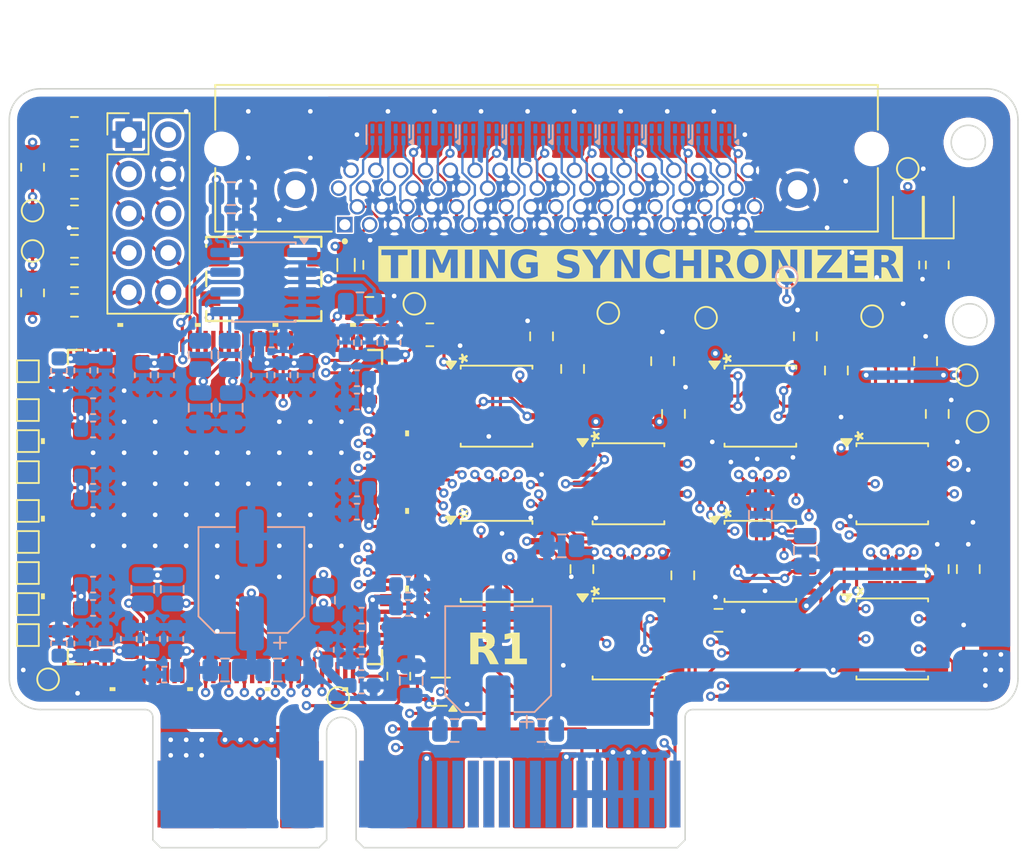
<source format=kicad_pcb>
(kicad_pcb (version 20241229) (generator "pcbnew") (generator_version "9.0")
  (layers (0 "F.Cu" signal) (4 "In1.Cu" signal) (6 "In2.Cu" signal) (2 "B.Cu" signal) (13 "F.Paste" user) (15 "B.Paste" user) (5 "F.SilkS" user "F.Silkscreen") (7 "B.SilkS" user "B.Silkscreen") (1 "F.Mask" user) (3 "B.Mask" user) (25 "Edge.Cuts" user))
  (net 0 "")
  (net 1 "GND")
  (net 2 "+3V3")
  (net 3 "+5V")
  (net 4 "/PCIE/CAN_H")
  (net 5 "/PCIE/SCK_2")
  (net 6 "/PCIE/CAN_L")
  (net 7 "/PCIE/MISO_2")
  (net 8 "/PCIE/MOSI_2")
  (net 10 "/FPGA/TDI")
  (net 13 "/FPGA/TMS")
  (net 14 "/FPGA/TDO")
  (net 15 "/FPGA/TCK")
  (net 20 "/FPGA/DONE")
  (net 22 "/FPGA/INITN")
  (net 24 "/FPGA/PROGRAMN")
  (net 26 "/FPGA/JTAGENB")
  (net 27 "/FPGA/SN")
  (net 28 "/FPGA/MCLK{slash}CCLK")
  (net 30 "/FPGA/SI{slash}SISPI")
  (net 32 "/FPGA/SO{slash}SPISO")
  (net 33 "/FPGA/Tristate/OUT")
  (net 35 "/FPGA/CS")
  (net 58 "Net-(U1A-PL3A)")
  (net 62 "/FPGA/SYNC")
  (net 77 "Net-(U1A-PL6B)")
  (net 78 "/FPGA/OSC_OUT")
  (net 79 "Net-(R15-Pad1)")
  (net 80 "Net-(R16-Pad1)")
  (net 81 "Net-(R17-Pad1)")
  (net 82 "Net-(R18-Pad1)")
  (net 83 "/GPIO_EN")
  (net 84 "Net-(R21-Pad1)")
  (net 85 "Net-(R22-Pad1)")
  (net 86 "Net-(R23-Pad1)")
  (net 88 "Net-(R15-Pad3)")
  (net 89 "Net-(R15-Pad2)")
  (net 90 "Net-(R15-Pad4)")
  (net 91 "Net-(R16-Pad3)")
  (net 92 "Net-(R16-Pad2)")
  (net 93 "Net-(R16-Pad4)")
  (net 94 "Net-(R17-Pad4)")
  (net 95 "Net-(R17-Pad2)")
  (net 96 "Net-(R17-Pad3)")
  (net 97 "Net-(R18-Pad2)")
  (net 98 "Net-(R18-Pad4)")
  (net 99 "Net-(R18-Pad3)")
  (net 100 "Net-(R21-Pad4)")
  (net 101 "Net-(R21-Pad3)")
  (net 102 "Net-(R21-Pad2)")
  (net 103 "Net-(R22-Pad4)")
  (net 104 "Net-(R22-Pad2)")
  (net 105 "Net-(R22-Pad3)")
  (net 106 "Net-(R23-Pad2)")
  (net 107 "Net-(R23-Pad4)")
  (net 108 "Net-(R23-Pad3)")
  (net 109 "Net-(R20-Pad1)")
  (net 110 "Net-(R20-Pad3)")
  (net 111 "Net-(R20-Pad2)")
  (net 112 "Net-(R20-Pad4)")
  (net 113 "/5V_IN0")
  (net 114 "/5V_IN3")
  (net 115 "/5V_IN2")
  (net 116 "/5V_IN1")
  (net 117 "/5V_IN4")
  (net 118 "/5V_IN6")
  (net 119 "/5V_IN7")
  (net 120 "/5V_IN5")
  (net 121 "/5V_IN10")
  (net 122 "/5V_IN8")
  (net 123 "/5V_IN9")
  (net 124 "/5V_IN11")
  (net 125 "/5V_IN15")
  (net 126 "/5V_IN13")
  (net 127 "/5V_IN12")
  (net 128 "/5V_IN14")
  (net 129 "/3V3_IN2")
  (net 130 "/3V3_IN0")
  (net 131 "/3V3_IN3")
  (net 132 "/3V3_IN1")
  (net 133 "/3V3_IN4")
  (net 134 "/3V3_IN6")
  (net 135 "/3V3_IN7")
  (net 136 "/3V3_IN5")
  (net 137 "/3V3_IN8")
  (net 138 "/3V3_IN11")
  (net 139 "/3V3_IN9")
  (net 140 "/3V3_IN10")
  (net 141 "/3V3_IN13")
  (net 142 "/3V3_IN12")
  (net 143 "/3V3_IN15")
  (net 144 "/3V3_IN14")
  (net 145 "/3V3_OUT1")
  (net 146 "/3V3_OUT0")
  (net 147 "/3V3_OUT10")
  (net 148 "/3V3_OUT9")
  (net 149 "/3V3_OUT11")
  (net 150 "/3V3_OUT6")
  (net 151 "/3V3_OUT12")
  (net 152 "/3V3_OUT5")
  (net 153 "/3V3_OUT8")
  (net 154 "/3V3_OUT2")
  (net 155 "/3V3_OUT4")
  (net 156 "/3V3_OUT13")
  (net 157 "/3V3_OUT15")
  (net 158 "/3V3_OUT7")
  (net 159 "/3V3_OUT3")
  (net 160 "/3V3_OUT14")
  (net 161 "/5V_OUT3")
  (net 162 "/5V_OUT1")
  (net 163 "/5V_OUT2")
  (net 164 "/5V_OUT0")
  (net 165 "/5V_OUT7")
  (net 166 "/5V_OUT4")
  (net 167 "/5V_OUT6")
  (net 168 "/5V_OUT5")
  (net 169 "/5V_OUT9")
  (net 170 "/5V_OUT11")
  (net 171 "/5V_OUT10")
  (net 172 "/5V_OUT8")
  (net 173 "/5V_OUT12")
  (net 174 "/5V_OUT15")
  (net 175 "/5V_OUT13")
  (net 176 "/5V_OUT14")
  (net 190 "/FPGA/MISO")
  (net 191 "Net-(D9-K)")
  (net 192 "Net-(D10-K)")
  (net 194 "/WP")
  (net 195 "/SCL")
  (net 196 "/SDA")
  (net 197 "/FPGA/RST")
  (net 198 "/FPGA/IRQ")
  (net 201 "Net-(U1A-PL8B)")
  (net 202 "Net-(U1A-PL10B)")
  (net 203 "Net-(U1A-PL12A)")
  (net 204 "Net-(U1A-PL17A)")
  (net 205 "Net-(U1A-PL22A)")
  (net 206 "Net-(U1A-PL23D)")
  (net 207 "Net-(U1A-PL25B)")
  (net 208 "/FPGA/SDA")
  (net 209 "/FPGA/SCL")
  (net 210 "Net-(U11-Enable{slash}Disable)")
  (footprint "TestPoint:TestPoint_Pad_D1.0mm" (layer "F.Cu") (at 29.1 64)
    (property "Reference" "TP1" (hide yes))
    (property "Value" "TestPoint" (hide yes))
  )
  (footprint "TestPoint:TestPoint_Pad_1.0x1.0mm" (layer "F.Cu") (at 28.8 80.75)
    (property "Reference" "TP11" (hide yes))
    (property "Value" "TestPoint" (hide yes))
  )
  (footprint "Inductor_SMD:L_0805_2012Metric" (layer "F.Cu") (at 49.3 64.9 -90)
    (property "Reference" "FB1" (hide yes))
    (property "Value" "FerriteBead_Small" (hide yes))
  )
  (footprint "Resistor_SMD:R_0805_2012Metric" (layer "F.Cu") (at 31.8 65.6)
    (property "Reference" "R1" (hide yes))
    (property "Value" "4.7K" (hide yes))
  )
  (footprint "Resistor_SMD:R_0805_2012Metric" (layer "F.Cu") (at 52.7 91.4 90)
    (property "Reference" "R11" (hide yes))
    (property "Value" "22R" (hide yes))
  )
  (footprint "TestPoint:TestPoint_Pad_D1.0mm" (layer "F.Cu") (at 83.2 68.2)
    (property "Reference" "TP16" (hide yes))
    (property "Value" "TestPoint" (hide yes))
  )
  (footprint "Resistor_SMD:R_0805_2012Metric" (layer "F.Cu") (at 29.1 66.7 90)
    (property "Reference" "R24" (hide yes))
    (property "Value" "4.7K" (hide yes))
  )
  (footprint "TestPoint:TestPoint_Pad_D1.0mm" (layer "F.Cu") (at 53.7 67.4)
    (property "Reference" "TP21" (hide yes))
    (property "Value" "TestPoint" (hide yes))
  )
  (footprint "LED_SMD:LED_0805_2012Metric" (layer "F.Cu") (at 87.5 61.5 90)
    (property "Reference" "D10" (hide yes))
    (property "Value" "LED" (hide yes))
  )
  (footprint "Resistor_SMD:EXB28V_PAN" (layer "F.Cu") (at 76 70 90)
    (property "Reference" "R22" (hide yes))
    (property "Value" "EXB-28V220JX" (hide yes))
  )
  (footprint "Capacitor_SMD:C_0805_2012Metric" (layer "F.Cu") (at 69.7 71.1 90)
    (property "Reference" "C15" (hide yes))
    (property "Value" "1uF" (hide yes))
  )
  (footprint "Resistor_SMD:R_0805_2012Metric" (layer "F.Cu") (at 31.8 67.5)
    (property "Reference" "R3" (hide yes))
    (property "Value" "4.7K" (hide yes))
  )
  (footprint "Resistor_SMD:R_0805_2012Metric" (layer "F.Cu") (at 87.4 64.9 -90)
    (property "Reference" "R14" (hide yes))
    (property "Value" "1K" (hide yes))
  )
  (footprint "Capacitor_SMD:C_0805_2012Metric" (layer "F.Cu") (at 89.4 84.5 90)
    (property "Reference" "C11" (hide yes))
    (property "Value" "1uF" (hide yes))
  )
  (footprint "TestPoint:TestPoint_Pad_1.0x1.0mm" (layer "F.Cu") (at 28.8 71.75)
    (property "Reference" "TP7" (hide yes))
    (property "Value" "TestPoint" (hide yes))
  )
  (footprint "Package_SO:TSSOP-14_4.4x5mm_P0.65mm" (layer "F.Cu") (at 67.5 89)
    (property "Reference" "U4" (hide yes))
    (property "Value" "74AHCT125" (hide yes))
  )
  (footprint "Capacitor_SMD:C_0805_2012Metric" (layer "F.Cu") (at 50.8 67.7)
    (property "Reference" "C2" (hide yes))
    (property "Value" "1uF" (hide yes))
  )
  (footprint "Resistor_SMD:R_0805_2012Metric" (layer "F.Cu") (at 85.5 64.9 -90)
    (property "Reference" "R13" (hide yes))
    (property "Value" "510R" (hide yes))
  )
  (footprint "Resistor_SMD:R_0805_2012Metric" (layer "F.Cu") (at 54.7 69.4)
    (property "Reference" "R25" (hide yes))
    (property "Value" "4.7K" (hide yes))
  )
  (footprint "Resistor_SMD:R_0805_2012Metric" (layer "F.Cu") (at 31.8 58)
    (property "Reference" "R6" (hide yes))
    (property "Value" "4.7K" (hide yes))
  )
  (footprint "Package_SO:TSSOP-14_4.4x5mm_P0.65mm" (layer "F.Cu") (at 76 84)
    (property "Reference" "U5" (hide yes))
    (property "Value" "74AHCT125" (hide yes))
  )
  (footprint "Package_SO:TSSOP-14_4.4x5mm_P0.65mm" (layer "F.Cu") (at 67.5 79)
    (property "Reference" "U8" (hide yes))
    (property "Value" "74AHC125" (hide yes))
  )
  (footprint "Capacitor_SMD:C_0805_2012Metric" (layer "F.Cu") (at 51.15 64.9 90)
    (property "Reference" "C1" (hide yes))
    (property "Value" "0.1uF" (hide yes))
  )
  (footprint "TestPoint:TestPoint_Pad_D1.0mm" (layer "F.Cu") (at 48.8 92.8)
    (property "Reference" "TP19" (hide yes))
    (property "Value" "TestPoint" (hide yes))
  )
  (footprint "TestPoint:TestPoint_Pad_1.0x1.0mm" (layer "F.Cu") (at 28.8 76.25)
    (property "Reference" "TP9" (hide yes))
    (property "Value" "TestPoint" (hide yes))
  )
  (footprint "Resistor_SMD:EXB28V_PAN" (layer "F.Cu") (at 67.5 85 90)
    (property "Reference" "R16" (hide yes))
    (property "Value" "EXB-28V220JX" (hide yes))
  )
  (footprint "TestPoint:TestPoint_Pad_1.0x1.0mm" (layer "F.Cu") (at 28.8 86.75)
    (property "Reference" "TP14" (hide yes))
    (property "Value" "TestPoint" (hide yes))
  )
  (footprint "Resistor_SMD:R_0805_2012Metric" (layer "F.Cu") (at 29.1 58.6 -90)
    (property "Reference" "R19" (hide yes))
    (property "Value" "4.7K" (hide yes))
  )
  (footprint "TestPoint:TestPoint_Pad_D1.0mm" (layer "F.Cu") (at 89.3 72)
    (property "Reference" "TP4" (hide yes))
    (property "Value" "TestPoint" (hide yes))
  )
  (footprint "Resistor_SMD:R_0805_2012Metric" (layer "F.Cu") (at 31.8 61.8 180)
    (property "Reference" "R4" (hide yes))
    (property "Value" "4.7K" (hide yes))
  )
  (footprint "Package_SO:TSSOP-14_4.4x5mm_P0.65mm" (layer "F.Cu") (at 59 84)
    (property "Reference" "U3" (hide yes))
    (property "Value" "74AHCT125" (hide yes))
  )
  (footprint "Capacitor_SMD:C_0805_2012Metric" (layer "F.Cu") (at 73.3 87.8)
    (property "Reference" "C5" (hide yes))
    (property "Value" "0.1uF" (hide yes))
  )
  (footprint "Package_TO_SOT_SMD:Texas_R-PDSO-N5_DRL-5" (layer "F.Cu") (at 55.4 92.4 180)
    (property "Reference" "U2" (hide yes))
    (property "Value" "SN74LVC1G125DRL" (hide yes))
  )
  (footprint "Resistor_SMD:EXB28V_PAN" (layer "F.Cu") (at 67.5 75 90)
    (property "Reference" "R21" (hide yes))
    (property "Value" "EXB-28V220JX" (hide yes))
  )
  (footprint "TestPoint:TestPoint_Pad_1.0x1.0mm" (layer "F.Cu") (at 28.8 78.25)
    (property "Reference" "TP10" (hide yes))
    (property "Value" "TestPoint" (hide yes))
  )
  (footprint "Capacitor_SMD:C_0805_2012Metric" (layer "F.Cu") (at 78.9 69.5 90)
    (property "Reference" "C17" (hide yes))
    (property "Value" "1uF" (hide yes))
  )
  (footprint "TestPoint:TestPoint_Pad_D1.0mm" (layer "F.Cu") (at 72.5 68.3)
    (property "Reference" "TP18" (hide yes))
    (property "Value" "TestPoint" (hide yes))
  )
  (footprint "Resistor_SMD:R_0805_2012Metric" (layer "F.Cu") (at 31.8 59.9)
    (property "Reference" "R2" (hide yes))
    (property "Value" "4.7K" (hide yes))
  )
  (footprint "TestPoint:TestPoint_Pad_D1.0mm" (layer "F.Cu") (at 66.2 68)
    (property "Reference" "TP17" (hide yes))
    (property "Value" "TestPoint" (hide yes))
  )
  (footprint "Resistor_SMD:EXB28V_PAN" (layer "F.Cu") (at 84.5 85 90)
    (property "Reference" "R18" (hide yes))
    (property "Value" "EXB-28V220JX" (hide yes))
  )
  (footprint "TestPoint:TestPoint_Pad_1.0x1.0mm" (layer "F.Cu") (at 28.8 88.75)
    (property "Reference" "TP15" (hide yes))
    (property "Value" "TestPoint" (hide yes))
  )
  (footprint "TestPoint:TestPoint_Pad_D1.0mm" (layer "F.Cu") (at 29.1 61.4)
    (property "Reference" "TP2" (hide yes))
    (property "Value" "TestPoint" (hide yes))
  )
  (footprint "TestPoint:TestPoint_Pad_D1.0mm" (layer "F.Cu") (at 85.5 58.7)
    (property "Reference" "TP6" (hide yes))
    (property "Value" "TestPoint" (hide yes))
  )
  (footprint "Package_SO:TSSOP-14_4.4x5mm_P0.65mm" (layer "F.Cu") (at 59 74)
    (property "Reference" "U7" (hide yes))
    (property "Value" "74AHC125" (hide yes))
  )
  (footprint "Capacitor_SMD:C_0805_2012Metric" (layer "F.Cu") (at 87.4 84.5 90)
    (property "Reference" "C10" (hide yes))
    (property "Value" "0.1uF" (hide yes))
  )
  (footprint "TestPoint:TestPoint_Pad_D1.0mm" (layer "F.Cu") (at 90 75)
    (property "Reference" "TP3" (hide yes))
    (property "Value" "TestPoint" (hide yes))
  )
  (footprint "Resistor_SMD:R_0805_2012Metric" (layer "F.Cu") (at 31.8 63.7)
    (property "Reference" "R7" (hide yes))
    (property "Value" "4.7K" (hide yes))
  )
  (footprint "Package_SO:TSSOP-14_4.4x5mm_P0.65mm" (layer "F.Cu") (at 76 74)
    (property "Reference" "U9" (hide yes))
    (property "Value" "74AHC125" (hide yes))
  )
  (footprint "TestPoint:TestPoint_Pad_D1.0mm" (layer "F.Cu") (at 30.1 91.6)
    (property "Reference" "TP5" (hide yes))
    (property "Value" "TestPoint" (hide yes))
  )
  (footprint "TestPoint:TestPoint_Pad_1.0x1.0mm" (layer "F.Cu") (at 28.8 82.75)
    (property "Reference" "TP12" (hide yes))
    (property "Value" "TestPoint" (hide yes))
  )
  (footprint "Resistor_SMD:EXB28V_PAN" (layer "F.Cu") (at 84.5 75 90)
    (property "Reference" "R23" (hide yes))
    (property "Value" "EXB-28V220JX" (hide yes))
  )
  (footprint "Capacitor_SMD:C_0805_2012Metric" (layer "F.Cu") (at 64.5 84.5 -90)
    (property "Reference" "C4" (hide yes))
    (property "Value" "0.1uF" (hide yes))
  )
  (footprint "Capacitor_SMD:C_0805_2012Metric" (layer "F.Cu") (at 80.9 71.7 90)
    (property "Reference" "C16" (hide yes))
    (property "Value" "0.1uF" (hide yes))
  )
  (footprint "Capacitor_SMD:C_0805_2012Metric" (layer "F.Cu") (at 86.65 71.1 90)
    (property "Reference" "C19" (hide yes))
    (property "Value" "1uF" (hide yes))
  )
  (footprint "Capacitor_SMD:C_0805_2012Metric" (layer "F.Cu") (at 63.9 71.6 90)
    (property "Reference" "C12" (hide yes))
    (property "Value" "0.1uF" (hide yes))
  )
  (footprint "TestPoint:TestPoint_Pad_1.0x1.0mm" (layer "F.Cu") (at 28.8 84.75)
    (property "Reference" "TP13" (hide yes))
    (property "Value" "TestPoint" (hide yes))
  )
  (footprint "Capacitor_SMD:C_0805_2012Metric" (layer "F.Cu") (at 87.4 74.5 90)
    (property "Reference" "C18" (hide yes))
    (property "Value" "0.1uF" (hide yes))
  )
  (footprint "Connector_PinHeader_2.54mm:PinHeader_2x05_P2.54mm_Vertical" (layer "F.Cu") (at 35.3 56.5)
    (property "Reference" "J2" (hide yes))
    (property "Value" "Conn_01x10" (hide yes))
  )
  (footprint "Resistor_SMD:R_0805_2012Metric" (layer "F.Cu") (at 31.8 56.1)
    (property "Reference" "R5" (hide yes))
    (property "Value" "4.7K" (hide yes))
  )
  (footprint "Capacitor_SMD:C_0805_2012Metric" (layer "F.Cu") (at 70.4 74.5 90)
    (property "Reference" "C14" (hide yes))
    (property "Value" "0.1uF" (hide yes))
  )
  (footprint "Package_SO:TSSOP-14_4.4x5mm_P0.65mm" (layer "F.Cu") (at 84.5 89)
    (property "Reference" "U6" (hide yes))
    (property "Value" "74AHCT125" (hide yes))
  )
  (footprint "Resistor_SMD:EXB28V_PAN" (layer "F.Cu") (at 59 80 90)
    (property "Reference" "R15" (hide yes))
    (property "Value" "EXB-28V220JX" (hide yes))
  )
  (footprint "Package_QFP:TQFP144_LAT" (layer "F.Cu") (at 41.5 80.5)
    (property "Reference" "U1" (hide yes))
    (property "Value" "LCMXO2-7000HC-6TG144I" (hide yes))
  )
  (footprint "TestPoint:TestPoint_Pad_1.0x1.0mm" (layer "F.Cu") (at 28.8 74.25)
    (property "Reference" "TP8" (hide yes))
    (property "Value" "TestPoint" (hide yes))
  )
  (footprint "Resistor_SMD:EXB28V_PAN" (layer "F.Cu") (at 76 80 90)
    (property "Reference" "R17" (hide yes))
    (property "Value" "EXB-28V220JX" (hide yes))
  )
  (footprint "Capacitor_SMD:C_0805_2012Metric" (layer "F.Cu") (at 61.9 69.5 90)
    (property "Reference" "C13" (hide yes))
    (property "Value" "1uF" (hide yes))
  )
  (footprint "Capacitor_SMD:C_0805_2012Metric" (layer "F.Cu") (at 71 84.9 90)
    (property "Reference" "C7" (hide yes))
    (property "Value" "1uF" (hide yes))
  )
  (footprint "Connector:MOLEX_71430-0101" (layer "F.Cu") (at 62.22175 60.55 180)
    (property "Reference" "J1" (hide yes))
    (property "Value" "71430-0101" (hide yes))
  )
  (footprint "Resistor_SMD:EXB28V_PAN" (layer "F.Cu") (at 59 70 90)
    (property "Reference" "R20" (hide yes))
    (property "Value" "EXB-28V220JX" (hide yes))
  )
  (footprint "Connector_PCBEdge:BUS_PCIexpress_x4" (layer "F.Cu") (at 37.5 99)
    (property "Reference" "J10" (hide yes))
    (property "Value" "10018784-10201TLF" (hide yes))
    (fp_line (start -0.65 -4.95) (end -0.65 2.95) (stroke (width 0.1)) (layer "Edge.Cuts"))
    (fp_line (start -0.65 2.95) (end -0.15 3.45) (stroke (width 0.1)) (layer "Edge.Cuts"))
    (fp_line (start -0.15 3.45) (end 10.05 3.45) (stroke (width 0.1)) (layer "Edge.Cuts"))
    (fp_line (start 10.55 -4) (end 10.55 2.95) (stroke (width 0.1)) (layer "Edge.Cuts"))
    (fp_line (start 10.55 2.95) (end 10.05 3.45) (stroke (width 0.1)) (layer "Edge.Cuts"))
    (fp_line (start 12.45 -4) (end 12.45 2.95) (stroke (width 0.1)) (layer "Edge.Cuts"))
    (fp_line (start 12.45 2.95) (end 12.95 3.45) (stroke (width 0.1)) (layer "Edge.Cuts"))
    (fp_line (start 12.95 3.45) (end 33.15 3.45) (stroke (width 0.1)) (layer "Edge.Cuts"))
    (fp_line (start 33.65 -4.95) (end 33.65 2.95) (stroke (width 0.1)) (layer "Edge.Cuts"))
    (fp_line (start 33.65 2.95) (end 33.15 3.45) (stroke (width 0.1)) (layer "Edge.Cuts"))
    (fp_arc (start 10.55 -4) (mid 11.5 -4.95) (end 12.45 -4) (stroke (width 0.1)) (layer "Edge.Cuts"))
  )
  (footprint "Oscillator:T602-025.0M_CNW" (layer "F.Cu") (at 44 65.8 180)
    (property "Reference" "U11" (hide yes))
    (property "Value" "T602-025.0M" (hide yes))
  )
  (footprint "LED_SMD:LED_0805_2012Metric" (layer "F.Cu") (at 85.5 61.5 90)
    (property "Reference" "D9" (hide yes))
    (property "Value" "LED" (hide yes))
  )
  (footprint "Package_SO:TSSOP-14_4.4x5mm_P0.65mm" (layer "F.Cu") (at 84.5 79)
    (property "Reference" "U10" (hide yes))
    (property "Value" "74AHC125" (hide yes))
  )
  (footprint "Capacitor_SMD:C_0805_2012Metric" (layer "B.Cu") (at 78.9 83.3 -90)
    (property "Reference" "C8" (hide yes))
    (property "Value" "0.1uF" (hide yes))
  )
  (footprint "Resistor_SMD:R_0805_2012Metric" (layer "B.Cu") (at 41.8 70.7 90)
    (property "Reference" "R27" (hide yes))
    (property "Value" "100R" (hide yes))
  )
  (footprint "Capacitor_SMD:C_0603_1608Metric" (layer "B.Cu") (at 32.3 89.3 90)
    (property "Reference" "C40" (hide yes))
    (property "Value" "0.1uF" (hide yes))
  )
  (footprint "Package_DFN_QFN:Diodes_UDFN-10_1x2.5mm_P0.5mm_Modified" (layer "B.Cu") (at 61 56.5 90)
    (property "Reference" "D3" (hide yes))
    (property "Value" "ESD7004MUTAG" (hide yes))
  )
  (footprint "Capacitor_SMD:C_0603_1608Metric" (layer "B.Cu") (at 35.3 89 90)
    (property "Reference" "C38" (hide yes))
    (property "Value" "10uF" (hide yes))
  )
  (footprint "Capacitor_SMD:C_0805_2012Metric" (layer "B.Cu") (at 61.9 94.9)
    (property "Reference" "C93" (hide yes))
    (property "Value" "1uF" (hide yes))
  )
  (footprint "Package_DFN_QFN:Diodes_UDFN-10_1x2.5mm_P0.5mm_Modified" (layer "B.Cu") (at 64 56.5 90)
    (property "Reference" "D4" (hide yes))
    (property "Value" "ESD7004MUTAG" (hide yes))
  )
  (footprint "Capacitor_SMD:C_0603_1608Metric" (layer "B.Cu") (at 50.3 92)
    (property "Reference" "C34" (hide yes))
    (property "Value" "0.1uF" (hide yes))
  )
  (footprint "Package_DFN_QFN:Diodes_UDFN-10_1x2.5mm_P0.5mm_Modified" (layer "B.Cu") (at 52 56.5 90)
    (property "Reference" "D5" (hide yes))
    (property "Value" "ESD7004MUTAG" (hide yes))
  )
  (footprint "Capacitor_SMD:C_0603_1608Metric" (layer "B.Cu") (at 50.3 90.5 180)
    (property "Reference" "C45" (hide yes))
    (property "Value" "10uF" (hide yes))
  )
  (footprint "Package_DFN_QFN:Diodes_UDFN-10_1x2.5mm_P0.5mm_Modified" (layer "B.Cu") (at 55 56.5 90)
    (property "Reference" "D1" (hide yes))
    (property "Value" "ESD7004MUTAG" (hide yes))
  )
  (footprint "Package_SO:SOIC-8_3.9x4.9mm_P1.27mm" (layer "B.Cu") (at 44 66 180)
    (property "Reference" "U12" (hide yes))
    (property "Value" "FM24C64B" (hide yes))
  )
  (footprint "Capacitor_SMD:C_0603_1608Metric" (layer "B.Cu") (at 50 79.3 180)
    (property "Reference" "C49" (hide yes))
    (property "Value" "0.1uF" (hide yes))
  )
  (footprint "Capacitor_SMD:C_0805_2012Metric" (layer "B.Cu") (at 76 81 90)
    (property "Reference" "C9" (hide yes))
    (property "Value" "1uF" (hide yes))
  )
  (footprint "Capacitor_SMD:C_0603_1608Metric" (layer "B.Cu") (at 50.3 87.5 180)
    (property "Reference" "C42" (hide yes))
    (property "Value" "0.1uF" (hide yes))
  )
  (footprint "Resistor_SMD:R_0805_2012Metric" (layer "B.Cu") (at 47.85 86.5 -90)
    (property "Reference" "R9" (hide yes))
    (property "Value" "4.7K" (hide yes))
  )
  (footprint "Capacitor_SMD:C_0603_1608Metric" (layer "B.Cu") (at 33.8 89.3 90)
    (property "Reference" "C41" (hide yes))
    (property "Value" "0.1uF" (hide yes))
  )
  (footprint "TestPoint:TestPoint_Pad_D1.0mm" (layer "B.Cu") (at 77.7 65.7)
    (property "Reference" "TP20" (hide yes))
    (property "Value" "TestPoint" (hide yes))
  )
  (footprint "Capacitor_SMD:C_0603_1608Metric" (layer "B.Cu") (at 50.8 69.9 90)
    (property "Reference" "C53" (hide yes))
    (property "Value" "0.1uF" (hide yes))
  )
  (footprint "Capacitor_SMD:CP_Elec_6.3x5.9" (layer "B.Cu") (at 43.2 85.2 90)
    (property "Reference" "C90" (hide yes))
    (property "Value" "10uF" (hide yes))
  )
  (footprint "Capacitor_SMD:C_0603_1608Metric" (layer "B.Cu") (at 43.7 72 -90)
    (property "Reference" "C57" (hide yes))
    (property "Value" "10uF" (hide yes))
  )
  (footprint "Capacitor_SMD:C_0603_1608Metric" (layer "B.Cu") (at 33 85.5)
    (property "Reference" "C33" (hide yes))
    (property "Value" "0.1uF" (hide yes))
  )
  (footprint "Package_DFN_QFN:Diodes_UDFN-10_1x2.5mm_P0.5mm_Modified" (layer "B.Cu") (at 58 56.5 90)
    (property "Reference" "D2" (hide yes))
    (property "Value" "ESD7004MUTAG" (hide yes))
  )
  (footprint "Capacitor_SMD:C_0603_1608Metric" (layer "B.Cu") (at 50 80.8 180)
    (property "Reference" "C48" (hide yes))
    (property "Value" "10uF" (hide yes))
  )
  (footprint "Capacitor_SMD:C_0603_1608Metric" (layer "B.Cu") (at 32.3 71.7 -90)
    (property "Reference" "C62" (hide yes))
    (property "Value" "0.1uF" (hide yes))
  )
  (footprint "Capacitor_SMD:C_0603_1608Metric" (layer "B.Cu") (at 49.3 69.9 90)
    (property "Reference" "C54" (hide yes))
    (property "Value" "10uF" (hide yes))
  )
  (footprint "Capacitor_SMD:C_0603_1608Metric" (layer "B.Cu") (at 50 73.7 180)
    (property "Reference" "C51" (hide yes))
    (property "Value" "0.1uF" (hide yes))
  )
  (footprint "Capacitor_SMD:C_0805_2012Metric" (layer "B.Cu") (at 41.9 74.1 -90)
    (property "Reference" "C22" (hide yes))
    (property "Value" "0.1nF" (hide yes))
  )
  (footprint "Capacitor_SMD:C_0603_1608Metric" (layer "B.Cu") (at 53.3 87)
    (property "Reference" "C47" (hide yes))
    (property "Value" "0.1uF" (hide yes))
  )
  (footprint "Capacitor_SMD:C_0603_1608Metric" (layer "B.Cu") (at 33 75.5)
    (property "Reference" "C28" (hide yes))
    (property "Value" "10uF" (hide yes))
  )
  (footprint "Capacitor_SMD:C_0603_1608Metric" (layer "B.Cu") (at 46.7 72 -90)
    (property "Reference" "C60" (hide yes))
    (property "Value" "0.1uF" (hide yes))
  )
  (footprint "Capacitor_SMD:C_0603_1608Metric" (layer "B.Cu") (at 45.2 72 -90)
    (property "Reference" "C59" (hide yes))
    (property "Value" "10uF" (hide yes))
  )
  (footprint "Package_DFN_QFN:Diodes_UDFN-10_1x2.5mm_P0.5mm_Modified" (layer "B.Cu") (at 73 56.5 90)
    (property "Reference" "D8" (hide yes))
    (property "Value" "ESD7004MUTAG" (hide yes))
  )
  (footprint "Capacitor_SMD:C_0603_1608Metric" (layer "B.Cu") (at 52.3 69.9 90)
    (property "Reference" "C52" (hide yes))
    (property "Value" "0.1uF" (hide yes))
  )
  (footprint "Capacitor_SMD:C_0805_2012Metric" (layer "B.Cu") (at 41.9 62.3)
    (property "Reference" "C20" (hide yes))
    (property "Value" "0.1uF" (hide yes))
  )
  (footprint "Capacitor_SMD:C_0603_1608Metric" (layer "B.Cu") (at 30.8 89.3 90)
    (property "Reference" "C44" (hide yes))
    (property "Value" "10uF" (hide yes))
  )
  (footprint "Resistor_SMD:R_0805_2012Metric" (layer "B.Cu") (at 50.2 67.4 180)
    (property "Reference" "R8" (hide yes))
    (property "Value" "1K" (hide yes))
  )
  (footprint "Capacitor_SMD:C_0603_1608Metric" (layer "B.Cu") (at 37.6 91.3 180)
    (property "Reference" "C37" (hide yes))
    (property "Value" "0.1uF" (hide yes))
  )
  (footprint "Package_DFN_QFN:Diodes_UDFN-10_1x2.5mm_P0.5mm_Modified" (layer "B.Cu") (at 67 56.5 90)
    (property "Reference" "D6" (hide yes))
    (property "Value" "ESD7004MUTAG" (hide yes))
  )
  (footprint "Capacitor_SMD:C_0805_2012Metric" (layer "B.Cu") (at 44.9 91)
    (property "Reference" "C89" (hide yes))
    (property "Value" "1uF" (hide yes))
  )
  (footprint "Capacitor_SMD:C_0603_1608Metric" (layer "B.Cu") (at 33 78.5)
    (property "Reference" "C31" (hide yes))
    (property "Value" "0.1uF" (hide yes))
  )
  (footprint "Capacitor_SMD:C_0603_1608Metric" (layer "B.Cu") (at 44.5 69.7)
    (property "Reference" "C58" (hide yes))
    (property "Value" "0.1uF" (hide yes))
  )
  (footprint "Capacitor_SMD:C_0603_1608Metric" (layer "B.Cu") (at 38.3 89 90)
    (property "Reference" "C36" (hide yes))
    (property "Value" "10uF" (hide yes))
  )
  (footprint "Capacitor_SMD:C_0603_1608Metric" (layer "B.Cu") (at 50.3 89 180)
    (property "Reference" "C43" (hide yes))
    (property "Value" "0.1uF" (hide yes))
  )
  (footprint "Resistor_SMD:R_0805_2012Metric" (layer "B.Cu") (at 39.9 70.7 90)
    (property "Reference" "R26" (hide yes))
    (property "Value" "200R" (hide yes))
  )
  (footprint "Capacitor_SMD:C_0603_1608Metric" (layer "B.Cu") (at 30.8 71.7 -90)
    (property "Reference" "C61" (hide yes))
    (property "Value" "0.1uF" (hide yes))
  )
  (footprint "Capacitor_SMD:C_0603_1608Metric" (layer "B.Cu") (at 33 87)
    (property "Reference" "C32" (hide yes))
    (property "Value" "10uF" (hide yes))
  )
  (footprint "Package_DFN_QFN:Diodes_UDFN-10_1x2.5mm_P0.5mm_Modified" (layer "B.Cu") (at 70 56.5 90)
    (property "Reference" "D7" (hide yes))
    (property "Value" "ESD7004MUTAG" (hide yes))
  )
  (footprint "Resistor_SMD:R_0805_2012Metric" (layer "B.Cu") (at 36.2 85.8 -90)
    (property "Reference" "R10" (hide yes))
    (property "Value" "1K" (hide yes))
  )
  (footprint "Capacitor_SMD:C_0603_1608Metric" (layer "B.Cu") (at 36.8 89 90)
    (property "Reference" "C39" (hide yes))
    (property "Value" "0.1uF" (hide yes))
  )
  (footprint "Capacitor_SMD:C_0603_1608Metric" (layer "B.Cu") (at 33 80)
    (property "Reference" "C30" (hide yes))
    (property "Value" "10uF" (hide yes))
  )
  (footprint "Capacitor_SMD:C_0603_1608Metric" (layer "B.Cu") (at 37.7 72 -90)
    (property "Reference" "C55" (hide yes))
    (property "Value" "10uF" (hide yes))
  )
  (footprint "Capacitor_SMD:C_0603_1608Metric" (layer "B.Cu") (at 48 89.7 90)
    (property "Reference" "C35" (hide yes))
    (property "Value" "10uF" (hide yes))
  )
  (footprint "Capacitor_SMD:C_0805_2012Metric" (layer "B.Cu") (at 41.9 60.3)
    (property "Reference" "C21" (hide yes))
    (property "Value" "1uF" (hide yes))
  )
  (footprint "Capacitor_SMD:C_0603_1608Metric" (layer "B.Cu") (at 53.3 85.5)
    (property "Reference" "C46" (hide yes))
    (property "Value" "10uF" (hide yes))
  )
  (footprint "Resistor_SMD:R_0805_2012Metric" (layer "B.Cu") (at 38.1 85.8 -90)
    (property "Reference" "R12" (hide yes))
    (property "Value" "4.7K" (hide yes))
  )
  (footprint "Capacitor_SMD:C_0603_1608Metric" (layer "B.Cu") (at 33.8 71.7 -90)
    (property "Reference" "C63" (hide yes))
    (property "Value" "10uF" (hide yes))
  )
  (footprint "Capacitor_SMD:C_0805_2012Metric" (layer "B.Cu") (at 41.5 91 180)
    (property "Reference" "C88" (hide yes))
    (property "Value" "0.1uF" (hide yes))
  )
  (footprint "Capacitor_SMD:C_0805_2012Metric" (layer "B.Cu") (at 53.5 91.7 90)
    (property "Reference" "C6" (hide yes))
    (property "Value" "0.1uF" (hide yes))
  )
  (footprint "Capacitor_SMD:CP_Elec_6.3x5.9" (layer "B.Cu") (at 59.1 90.3 90)
    (property "Reference" "C96" (hide yes))
    (property "Value" "10uF" (hide yes))
  )
  (footprint "Capacitor_SMD:C_0603_1608Metric" (layer "B.Cu") (at 33 74)
    (property "Reference" "C29" (hide yes))
    (property "Value" "0.1uF" (hide yes))
  )
  (footprint "Capacitor_SMD:C_0805_2012Metric" (layer "B.Cu") (at 63.2 83 180)
    (property "Reference" "C3" (hide yes))
    (property "Value" "1uF" (hide yes))
  )
  (footprint "Capacitor_SMD:C_0805_2012Metric" (layer "B.Cu") (at 56.3 94.9 180)
    (property "Reference" "C91" (hide yes))
    (property "Value" "0.1uF" (hide yes))
  )
  (footprint "Capacitor_SMD:C_0603_1608Metric" (layer "B.Cu") (at 50 72.2 180)
    (property "Reference" "C50" (hide yes))
    (property "Value" "10uF" (hide yes))
  )
  (footprint "Capacitor_SMD:C_0603_1608Metric" (layer "B.Cu") (at 36.2 72 -90)
    (property "Reference" "C56" (hide yes))
    (property "Value" "0.1uF" (hide yes))
  )
  (footprint "Capacitor_SMD:C_0805_2012Metric" (layer "B.Cu") (at 39.9 74.1 -90)
    (property "Reference" "C23" (hide yes))
    (property "Value" "0.1nF" (hide yes))
  )
  (gr_circle (center 89.5 68.5) (end 90.6 68.5) (stroke (width 0.1)) (fill no) (layer "Edge.Cuts"))
  (gr_arc (start 36.35 93.55) (mid 36.703553 93.696447) (end 36.85 94.05) (stroke (width 0.1)) (layer "Edge.Cuts"))
  (gr_circle (center 89.4 57) (end 90.5 57) (stroke (width 0.1)) (fill no) (layer "Edge.Cuts"))
  (gr_line (start 71.65 93.55) (end 90.6 93.55) (stroke (width 0.1)) (layer "Edge.Cuts"))
  (gr_line (start 29.6 53.55) (end 90.6 53.55) (stroke (width 0.1)) (layer "Edge.Cuts"))
  (gr_arc (start 27.6 55.55) (mid 28.185786 54.135786) (end 29.6 53.55) (stroke (width 0.1)) (layer "Edge.Cuts"))
  (gr_arc (start 71.15 94.05) (mid 71.296447 93.696447) (end 71.65 93.55) (stroke (width 0.1)) (layer "Edge.Cuts"))
  (gr_arc (start 92.6 91.55) (mid 92.014214 92.964214) (end 90.6 93.55) (stroke (width 0.1)) (layer "Edge.Cuts"))
  (gr_arc (start 90.6 53.55) (mid 92.014214 54.135786) (end 92.6 55.55) (stroke (width 0.1)) (layer "Edge.Cuts"))
  (gr_arc (start 29.6 93.55) (mid 28.185786 92.964214) (end 27.6 91.55) (stroke (width 0.1)) (layer "Edge.Cuts"))
  (gr_line (start 36.35 93.55) (end 29.6 93.55) (stroke (width 0.1)) (layer "Edge.Cuts"))
  (gr_line (start 27.6 55.55) (end 27.6 91.55) (stroke (width 0.1)) (layer "Edge.Cuts"))
  (gr_line (start 92.6 55.55) (end 92.6 91.55) (stroke (width 0.1)) (layer "Edge.Cuts"))
  (gr_text "TIMING SYNCHRONIZER" (at 68.3 65 0) (layer "F.SilkS" knockout) (effects (font (size 1.8 1.8) (thickness 0.3) (bold yes))))
  (gr_text "R1" (at 59.1 89.8 0) (layer "F.SilkS") (effects (font (size 2 2) (thickness 0.3) (bold yes))))
  (segment (start 71.8329 84.8) (end 72.05 85.0171) (width 0.2) (layer "F.Cu") (net 1))
  (segment (start 56.7 91.9) (end 56.14 91.9) (width 0.2) (layer "F.Cu") (net 1))
  (segment (start 58.85 82.6671) (end 58.85 85.15) (width 0.2) (layer "F.Cu") (net 1))
  (segment (start 71.178634 72.772836) (end 71.177164 72.772836) (width 0.2) (layer "F.Cu") (net 1))
  (segment (start 72.25 85.95) (end 73.1375 85.95) (width 0.2) (layer "F.Cu") (net 1))
  (segment (start 59.3319 82.2181) (end 59.299 82.2181) (width 0.2) (layer "F.Cu") (net 1))
  (segment (start 59.299 82.2181) (end 58.85 82.6671) (width 0.2) (layer "F.Cu") (net 1))
  (segment (start 69.68661 69.21339) (end 69.68661 70.13661) (width 0.2) (layer "F.Cu") (net 1))
  (segment (start 30.1 91.6) (end 29.1 91.6) (width 0.2) (layer "F.Cu") (net 1))
  (segment (start 85.5 65.8125) (end 86.45 65.8125) (width 0.2) (layer "F.Cu") (net 1))
  (segment (start 71 83.95) (end 71 84.6) (width 0.2) (layer "F.Cu") (net 1))
  (segment (start 58.85 85.15) (end 58.05 85.95) (width 0.2) (layer "F.Cu") (net 1))
  (segment (start 69.68661 70.13661) (end 69.7 70.15) (width 0.2) (layer "F.Cu") (net 1))
  (segment (start 59.35 82.2) (end 59.3319 82.2181) (width 0.2) (layer "F.Cu") (net 1))
  (segment (start 71.2 84.8) (end 71.8329 84.8) (width 0.2) (layer "F.Cu") (net 1))
  (segment (start 72.05 85.0171) (end 72.05 85.75) (width 0.2) (layer "F.Cu") (net 1))
  (segment (start 71 84.6) (end 71.2 84.8) (width 0.2) (layer "F.Cu") (net 1))
  (segment (start 29.1 91.6) (end 28.5 91) (width 0.2) (layer "F.Cu") (net 1))
  (segment (start 63.3 90.7) (end 63.55 90.95) (width 0.2) (layer "F.Cu") (net 1))
  (segment (start 86.5 58.7) (end 85.5 58.7) (width 0.2) (layer "F.Cu") (net 1))
  (segment (start 58.05 85.95) (end 56.1375 85.95) (width 0.2) (layer "F.Cu") (net 1))
  (segment (start 86.45 65.8125) (end 87.4 65.8125) (width 0.2) (layer "F.Cu") (net 1))
  (segment (start 72.05 85.75) (end 72.25 85.95) (width 0.2) (layer "F.Cu") (net 1))
  (segment (start 57.1 92.3) (end 56.7 91.9) (width 0.2) (layer "F.Cu") (net 1))
  (segment (start 58.5 75.95) (end 56.1375 75.95) (width 0.2) (layer "F.Cu") (net 1))
  (segment (start 63.55 90.95) (end 64.6375 90.95) (width 0.2) (layer "F.Cu") (net 1))
  (segment (start 57.1 93.2) (end 57.1 92.3) (width 0.2) (layer "F.Cu") (net 1))
  (via (at 43.5 95.5) (size 0.6) (drill 0.3) (layers "F.Cu" "B.Cu") (net 1))
  (via (at 63.815036 84.990882) (size 0.6) (drill 0.3) (layers "F.Cu" "B.Cu") (net 1))
  (via (at 49 83) (size 0.6) (drill 0.3) (layers "F.Cu" "B.Cu") (net 1))
  (via (at 35 79) (size 0.6) (drill 0.3) (layers "F.Cu" "B.Cu") (net 1))
  (via (at 47 55) (size 0.6) (drill 0.3) (layers "F.Cu" "B.Cu") (net 1))
  (via (at 55 55) (size 0.6) (drill 0.3) (layers "F.Cu" "B.Cu") (net 1))
  (via (at 76.3 85.9) (size 0.6) (drill 0.3) (layers "F.Cu" "B.Cu") (net 1))
  (via (at 33 81) (size 0.6) (drill 0.3) (layers "F.Cu" "B.Cu") (net 1))
  (via (at 63.3 90.7) (size 0.6) (drill 0.3) (layers "F.Cu" "B.Cu") (net 1))
  (via (at 41 77) (size 0.6) (drill 0.3) (layers "F.Cu" "B.Cu") (net 1))
  (via (at 41 79) (size 0.6) (drill 0.3) (layers "F.Cu" "B.Cu") (net 1))
  (via (at 43 58) (size 0.6) (drill 0.3) (layers "F.Cu" "B.Cu") (net 1))
  (via (at 35 75) (size 0.6) (drill 0.3) (layers "F.Cu" "B.Cu") (net 1))
  (via (at 74.1 77.6) (size 0.6) (drill 0.3) (layers "F.Cu" "B.Cu") (net 1))
  (via (at 81.9 64.1) (size 0.6) (drill 0.3) (layers "F.Cu" "B.Cu") (net 1))
  (via (at 75.8 77.4) (size 0.6) (drill 0.3) (layers "F.Cu" "B.Cu") (net 1))
  (via (at 47 81) (size 0.6) (drill 0.3) (layers "F.Cu" "B.Cu") (net 1))
  (via (at 37 83) (size 0.6) (drill 0.3) (layers "F.Cu" "B.Cu") (net 1))
  (via (at 61.2 81.2) (size 0.6) (drill 0.3) (layers "F.Cu" "B.Cu") (net 1))
  (via (at 88.7 76.3) (size 0.6) (drill 0.3) (layers "F.Cu" "B.Cu") (net 1))
  (via (at 33 77) (size 0.6) (drill 0.3) (layers "F.Cu" "B.Cu") (net 1))
  (via (at 35 83) (size 0.6) (drill 0.3) (layers "F.Cu" "B.Cu") (net 1))
  (via (at 50.85 63.3) (size 0.6) (drill 0.3) (layers "F.Cu" "B.Cu") (net 1))
  (via (at 75 56.5) (size 0.6) (drill 0.3) (layers "F.Cu" "B.Cu") (net 1))
  (via (at 83.5 65.7) (size 0.6) (drill 0.3) (layers "F.Cu" "B.Cu") (net 1))
  (via (at 88.3 73.6) (size 0.6) (drill 0.3) (layers "F.Cu" "B.Cu") (net 1))
  (via (at 57.1 93.2) (size 0.6) (drill 0.3) (layers "F.Cu" "B.Cu") (net 1))
  (via (at 78.1 77.3) (size 0.6) (drill 0.3) (layers "F.Cu" "B.Cu") (net 1))
  (via (at 86.65 69.5) (size 0.6) (drill 0.3) (layers "F.Cu" "B.Cu") (net 1))
  (via (at 49 77) (size 0.6) (drill 0.3) (layers "F.Cu" "B.Cu") (net 1))
  (via (at 41 88.5) (size 0.6) (drill 0.3) (layers "F.Cu" "B.Cu") (net 1))
  (via (at 85.2 67.4) (size 0.6) (drill 0.3) (layers "F.Cu" "B.Cu") (net 1))
  (via (at 31.45 62.5) (size 0.6) (drill 0.3) (layers "F.Cu" "B.Cu") (net 1))
  (via (at 87.4 82.9) (size 0.6) (drill 0.3) (layers "F.Cu" "B.Cu") (net 1))
  (via (at 47 58) (size 0.6) (drill 0.3) (layers "F.Cu" "B.Cu") (net 1))
  (via (at 73.1 86.3) (size 0.6) (drill 0.3) (layers "F.Cu" "B.Cu") (net 1))
  (via (at 45 62) (size 0.6) (drill 0.3) (layers "F.Cu" "B.Cu") (net 1))
  (via (at 66.5 96.3) (size 0.6) (drill 0.3) (layers "F.Cu" "B.Cu") (net 1))
  (via (at 43 55) (size 0.6) (drill 0.3) (layers "F.Cu" "B.Cu") (net 1))
  (via (at 86.5 58.7) (size 0.6) (drill 0.3) (layers "F.Cu" "B.Cu") (net 1))
  (via (at 47 79) (size 0.6) (drill 0.3) (layers "F.Cu" "B.Cu") (net 1))
  (via (at 68.5 96.3) (size 0.6) (drill 0.3) (layers "F.Cu" "B.Cu") (net 1))
  (via (at 43 77) (size 0.6) (drill 0.3) (layers "F.Cu" "B.Cu") (net 1))
  (via (at 45 77) (size 0.6) (drill 0.3) (layers "F.Cu" "B.Cu") (net 1))
  (via (at 61 55) (size 0.6) (drill 0.3) (layers "F.Cu" "B.Cu") (net 1))
  (via (at 81.2 74.7) (size 0.6) (drill 0.3) (layers "F.Cu" "B.Cu") (net 1))
  (via (at 50 56.5) (size 0.6) (drill 0.3) (layers "F.Cu" "B.Cu") (net 1))
  (via (at 49 75) (size 0.6) (drill 0.3) (layers "F.Cu" "B.Cu") (net 1))
  (via (at 74.9 87.2) (size 0.6) (drill 0.3) (layers "F.Cu" "B.Cu") (net 1))
  (via (at 89.1 88.1) (size 0.6) (drill 0.3) (layers "F.Cu" "B.Cu") (net 1))
  (via (at 70 55) (size 0.6) (drill 0.3) (layers "F.Cu" "B.Cu") (net 1))
  (via (at 45 85) (size 0.6) (drill 0.3) (layers "F.Cu" "B.Cu") (net 1))
  (via (at 63.5 96.6) (size 0.6) (drill 0.3) (layers "F.Cu" "B.Cu") (net 1))
  (via (at 43 79) (size 0.6) (drill 0.3) (layers "F.Cu" "B.Cu") (net 1))
  (via (at 35 77) (size 0.6) (drill 0.3) (layers "F.Cu" "B.Cu") (net 1))
  (via (at 81.5 59.5) (size 0.6) (drill 0.3) (layers "F.Cu" "B.Cu") (net 1))
  (via (at 45 83) (size 0.6) (drill 0.3) (layers "F.Cu" "B.Cu") (net 1))
  (via (at 37 81) (size 0.6) (drill 0.3) (layers "F.Cu" "B.Cu") (net 1))
  (via (at 69.68661 69.21339) (size 0.6) (drill 0.3) (layers "F.Cu" "B.Cu") (net 1))
  (via (at 52.4 66.9) (size 0.6) (drill 0.3) (layers "F.Cu" "B.Cu") (net 1))
  (via (at 39 81) (size 0.6) (drill 0.3) (layers "F.Cu" "B.Cu") (net 1))
  (via (at 56.65 70.1) (size 0.6) (drill 0.3) (layers "F.Cu" "B.Cu") (net 1))
  (via (at 39 79) (size 0.6) (drill 0.3) (layers "F.Cu" "B.Cu") (net 1))
  (via (at 47 83) (size 0.6) (drill 0.3) (layers "F.Cu" "B.Cu") (net 1))
  (via (at 32 92.5) (size 0.6) (drill 0.3) (layers "F.Cu" "B.Cu") (net 1))
  (via (at 89.4 82.9) (size 0.6) (drill 0.3) (layers "F.Cu" "B.Cu") (net 1))
  (via (at 67.5 96.3) (size 0.6) (drill 0.3) (layers "F.Cu" "B.Cu") (net 1))
  (via (at 42.5 95.5) (size 0.6) (drill 0.3) (layers "F.Cu" "B.Cu") (net 1))
  (via (at 33 83) (size 0.6) (drill 0.3) (layers "F.Cu" "B.Cu") (net 1))
  (via (at 73 55) (size 0.6) (drill 0.3) (layers "F.Cu" "B.Cu") (net 1))
  (via (at 41 83) (size 0.6) (drill 0.3) (layers "F.Cu" "B.Cu") (net 1))
  (via (at 54.5 96.7) (size 0.6) (drill 0.3) (layers "F.Cu" "B.Cu") (net 1))
  (via (at 64 55) (size 0.6) (drill 0.3) (layers "F.Cu" "B.Cu") (net 1))
  (via (at 37 79) (size 0.6) (drill 0.3) (layers "F.Cu" "B.Cu") (net 1))
  (via (at 80.7 91) (size 0.6) (drill 0.3) (layers "F.Cu" "B.Cu") (net 1))
  (via (at 47 75) (size 0.6) (drill 0.3) (layers "F.Cu" "B.Cu") (net 1))
  (via (at 59.35 82.2) (size 0.6) (drill 0.3) (layers "F.Cu" "B.Cu") (net 1))
  (via (at 86.45 65.8125) (size 0.6) (drill 0.3) (layers "F.Cu" "B.Cu") (net 1))
  (via (at 72.9 76.3) (size 0.6) (drill 0.3) (layers "F.Cu" "B.Cu") (net 1))
  (via (at 41 81) (size 0.6) (drill 0.3) (layers "F.Cu" "B.Cu") (net 1))
  (via (at 39 83) (size 0.6) (drill 0.3) (layers "F.Cu" "B.Cu") (net 1))
  (via (at 39 77) (size 0.6) (drill 0.3) (layers "F.Cu" "B.Cu") (net 1))
  (via (at 81.8 81.1) (size 0.6) (drill 0.3) (layers "F.Cu" "B.Cu") (net 1))
  (via (at 78.4 67.8) (size 0.6) (drill 0.3) (layers "F.Cu" "B.Cu") (net 1))
  (via (at 61.9 78.4) (size 0.6) (drill 0.3) (layers "F.Cu" "B.Cu") (net 1))
  (via (at 28.5 91) (size 0.6) (drill 0.3) (layers "F.Cu" "B.Cu") (net 1))
  (via (at 58 55) (size 0.6) (drill 0.3) (layers "F.Cu" "B.Cu") (net 1))
  (via (at 40.295092 63.406467) (size 0.6) (drill 0.3) (layers "F.Cu" "B.Cu") (net 1))
  (via (at 47 77) (size 0.6) (drill 0.3) (layers "F.Cu" "B.Cu") (net 1))
  (via (at 41 85) (size 0.6) (drill 0.3) (layers "F.Cu" "B.Cu") (net 1))
  (via (at 37 77) (size 0.6) (drill 0.3) (layers "F.Cu" "B.Cu") (net 1))
  (via (at 52 55) (size 0.6) (drill 0.3) (layers "F.Cu" "B.Cu") (net 1))
  (via (at 58.5 75.95) (size 0.6) (drill 0.3) (layers "F.Cu" "B.Cu") (net 1))
  (via (at 37 75) (size 0.6) (drill 0.3) (layers "F.Cu" "B.Cu") (net 1))
  (via (at 45 81) (size 0.6) (drill 0.3) (layers "F.Cu" "B.Cu") (net 1))
  (via (at 67 55) (size 0.6) (drill 0.3) (layers "F.Cu" "B.Cu") (net 1))
  (via (at 71.178634 72.772836) (size 0.6) (drill 0.3) (layers "F.Cu" "B.Cu") (net 1))
  (via (at 45 79) (size 0.6) (drill 0.3) (layers "F.Cu" "B.Cu") (net 1))
  (via (at 89.4 78.1) (size 0.6) (drill 0.3) (layers "F.Cu" "B.Cu") (net 1))
  (via (at 45 75) (size 0.6) (drill 0.3) (layers "F.Cu" "B.Cu") (net 1))
  (via (at 80.3 62.5) (size 0.6) (drill 0.3) (layers "F.Cu" "B.Cu") (net 1))
  (via (at 35 73) (size 0.6) (drill 0.3) (layers "F.Cu" "B.Cu") (net 1))
  (via (at 41.5 95.5) (size 0.6) (drill 0.3) (layers "F.Cu" "B.Cu") (net 1))
  (via (at 89.7 81.485848) (size 0.6) (drill 0.3) (layers "F.Cu" "B.Cu") (net 1))
  (via (at 35 81) (size 0.6) (drill 0.3) (layers "F.Cu" "B.Cu") (net 1))
  (via (at 44.5 95.5) (size 0.6) (drill 0.3) (layers "F.Cu" "B.Cu") (net 1))
  (via (at 65.4 81.2) (size 0.6) (drill 0.3) (layers "F.Cu" "B.Cu") (net 1))
  (via (at 39 55) (size 0.6) (drill 0.3) (layers "F.Cu" "B.Cu") (net 1))
  (via (at 61 68.5) (size 0.6) (drill 0.3) (layers "F.Cu" "B.Cu") (net 1))
  (segment (start 37.250001 70.924999) (end 36.95 71.225) (width 0.2) (layer "F.Cu") (net 2))
  (segment (start 50.775 74.2) (end 51.324999 74.749999) (width 0.2) (layer "F.Cu") (net 2))
  (segment (start 50.25 90.009819) (end 50.25 91.17435) (width 0.2) (layer "F.Cu") (net 2))
  (segment (start 39.475 89.775) (end 39.025 89.775) (width 0.2) (layer "F.Cu") (net 2))
  (segment (start 30.82565 86.249999) (end 32.225 86.25) (width 0.2) (layer "F.Cu") (net 2))
  (segment (start 51.2 71.75) (end 50.775 72.175) (width 0.2) (layer "F.Cu") (net 2))
  (segment (start 30.82565 74.749999) (end 32.225 74.75) (width 0.2) (layer "F.Cu") (net 2))
  (segment (start 51.324999 74.749999) (end 52.17435 74.749999) (width 0.2) (layer "F.Cu") (net 2))
  (segment (start 53.7875 69.4) (end 53.7875 70.0125) (width 0.2) (layer "F.Cu") (net 2))
  (segment (start 51.01333 89.68667) (end 51.01333 86.475792) (width 0.4) (layer "F.Cu") (net 2))
  (segment (start 50.690181 90.009819) (end 51.01333 89.68667) (width 0.4) (layer "F.Cu") (net 2))
  (segment (start 51.01333 86.386672) (end 51.150001 86.250001) (width 0.2) (layer "F.Cu") (net 2))
  (segment (start 30.82565 89.82565) (end 31.075 90.075) (width 0.2) (layer "F.Cu") (net 2))
  (segment (start 32.75 69.82565) (end 32.02435 69.82565) (width 0.2) (layer "F.Cu") (net 2))
  (segment (start 50.25 91.17435) (end 50.25 91.4) (width 0.2) (layer "F.Cu") (net 2))
  (segment (start 54.66 93.19) (end 54.65 93.2) (width 0.2) (layer "F.Cu") (net 2))
  (segment (start 29.1 57.7875) (end 30.675 57.7875) (width 0.2) (layer "F.Cu") (net 2))
  (segment (start 37.250001 69.82565) (end 37.250001 70.924999) (width 0.2) (layer "F.Cu") (net 2))
  (segment (start 30.775 67.6125) (end 30.8875 67.5) (width 0.2) (layer "F.Cu") (net 2))
  (segment (start 53.9 91.75) (end 53.9 92.6) (width 0.2) (layer "F.Cu") (net 2))
  (segment (start 43.249999 70.799999) (end 43.249999 69.82565) (width 0.2) (layer "F.Cu") (net 2))
  (segment (start 52.17435 81.75) (end 50.85 81.75) (width 0.2) (layer "F.Cu") (net 2))
  (segment (start 33.125 89.775) (end 32.75 90.15) (width 0.2) (layer "F.Cu") (net 2))
  (segment (start 30.8875 65.6) (end 30.8875 67.5) (width 0.2) (layer "F.Cu") (net 2))
  (segment (start 30.8875 63.7) (end 30.8875 65.6) (width 0.2) (layer "F.Cu") (net 2))
  (segment (start 47.489064 90.009819) (end 47.375278 90.123605) (width 0.2) (layer "F.Cu") (net 2))
  (segment (start 29.1 67.6125) (end 30.775 67.6125) (width 0.2) (layer "F.Cu") (net 2))
  (segment (start 51.01333 86.475792) (end 51.01333 86.386672) (width 0.2) (layer "F.Cu") (net 2))
  (segment (start 31.55 70.3) (end 31.55 70.925) (width 0.2) (layer "F.Cu") (net 2))
  (segment (start 44.2 71.225) (end 43.675 71.225) (width 0.2) (layer "F.Cu") (net 2))
  (segment (start 53.7875 70.0125) (end 53.125 70.675) (width 0.2) (layer "F.Cu") (net 2))
  (segment (start 30.82565 89.25) (end 30.82565 89.82565) (width 0.2) (layer "F.Cu") (net 2))
  (segment (start 32.02435 69.82565) (end 31.55 70.3) (width 0.2) (layer "F.Cu") (net 2))
  (segment (start 43.675 71.225) (end 43.249999 70.799999) (width 0.2) (layer "F.Cu") (net 2))
  (segment (start 45.749999 71.024999) (end 45.95 71.225) (width 0.2) (layer "F.Cu") (net 2))
  (segment (start 30.675 57.7875) (end 30.8875 58) (width 0.2) (layer "F.Cu") (net 2))
  (segment (start 47.375278 90.124722) (end 47.250001 90.249999) (width 0.2) (layer "F.Cu") (net 2))
  (segment (start 50.775 72.175) (end 50.775 72.95) (width 0.2) (layer "F.Cu") (net 2))
  (segment (start 89.3 72) (end 88.5 72) (width 0.2) (layer "F.Cu") (net 2))
  (segment (start 32.75 90.15) (end 32.75 91.17435) (width 0.2) (layer "F.Cu") (net 2))
  (segment (start 53.55 91.4) (end 53.9 91.75) (width 0.2) (layer "F.Cu") (net 2))
  (segment (start 47.375278 90.123605) (end 47.375278 90.124722) (width 0.2) (layer "F.Cu") (net 2))
  (segment (start 50.85 81.75) (end 50.775 81.675) (width 0.2) (layer "F.Cu") (net 2))
  (segment (start 47.250001 90.249999) (end 47.250001 91.17435) (width 0.2) (layer "F.Cu") (net 2))
  (segment (start 39.750001 91.17435) (end 39.750001 90.050001) (width 0.2) (layer "F.Cu") (net 2))
  (segment (start 50.25 91.4) (end 53.55 91.4) (width 0.2) (layer "F.Cu") (net 2))
  (segment (start 85.5 60.5625) (end 85.5 59.85) (width 0.2) (layer "F.Cu") (net 2))
  (segment (start 29.1 67.6125) (end 29.1 68.4) (width 0.2) (layer "F.Cu") (net 2))
  (segment (start 51.150001 86.250001) (end 52.17435 86.250001) (width 0.2) (layer "F.Cu") (net 2))
  (segment (start 52.95 71.75) (end 53.125 71.575) (width 0.2) (layer "F.Cu") (net 2))
  (segment (start 52.17435 71.75) (end 51.2 71.75) (width 0.2) (layer "F.Cu") (net 2))
  (segment (start 88.5 72) (end 87.8 72) (width 0.6) (layer "F.Cu") (net 2))
  (segment (start 53.125 71.575) (end 53.125 70.675) (width 0.2) (layer "F.Cu") (net 2))
  (segment (start 30.8875 56.1) (end 30.8875 58) (width 0.2) (layer "F.Cu") (net 2))
  (segment (start 52.17435 71.75) (end 52.95 71.75) (width 0.2) (layer "F.Cu") (net 2))
  (segment (start 54.2 92.9) (end 54.66 92.9) (width 0.2) (layer "F.Cu") (net 2))
  (segment (start 34.7 89.775) (end 33.125 89.775) (width 0.2) (layer "F.Cu") (net 2))
  (segment (start 31.075 90.075) (end 31.55 90.075) (width 0.2) (layer "F.Cu") (net 2))
  (segment (start 30.82565 79.25) (end 32.225 79.25) (width 0.2) (layer "F.Cu") (net 2))
  (segment (start 30.8875 58) (end 30.8875 59.9) (width 0.2) (layer "F.Cu") (net 2))
  (segment (start 45.749999 69.82565) (end 45.749999 71.024999) (width 0.2) (layer "F.Cu") (net 2))
  (segment (start 47.489064 90.009819) (end 50.690181 90.009819) (width 0.4) (layer "F.Cu") (net 2))
  (segment (start 53.9 92.6) (end 54.2 92.9) (width 0.2) (layer "F.Cu") (net 2))
  (segment (start 39.750001 90.050001) (end 39.475 89.775) (width 0.2) (layer "F.Cu") (net 2))
  (via (at 65.4 75) (size 0.6) (drill 0.3) (layers "F.Cu" "B.Cu") (net 2))
  (via (at 40 96.5) (size 0.6) (drill 0.3) (layers "F.Cu" "B.Cu") (net 2))
  (via (at 47.489064 90.009819) (size 0.6) (drill 0.3) (layers "F.Cu" "B.Cu") (net 2))
  (via (at 50.775 74.2) (size 0.6) (drill 0.3) (layers "F.Cu" "B.Cu") (net 2))
  (via (at 38 96.5) (size 0.6) (drill 0.3) (layers "F.Cu" "B.Cu") (net 2))
  (via (at 51.01333 86.475792) (size 0.6) (drill 0.3) (layers "F.Cu" "B.Cu") (net 2))
  (via (at 43.2 86.05) (size 0.6) (drill 0.3) (layers "F.Cu" "B.Cu") (net 2))
  (via (at 29.1 68.4) (size 0.6) (drill 0.3) (layers "F.Cu" "B.Cu") (net 2))
  (via (at 37.15 84.8875) (size 0.6) (drill 0.3) (layers "F.Cu" "B.Cu") (net 2))
  (via (at 36.95 71.225) (size 0.6) (drill 0.3) (layers "F.Cu" "B.Cu") (net 2))
  (via (at 73.1 70.6) (size 0.6) (drill 0.3) (layers "F.Cu" "B.Cu") (net 2))
  (via (at 39.025 89.775) (size 0.6) (drill 0.3) (layers "F.Cu" "B.Cu") (net 2))
  (via (at 47.85 84.85) (size 0.6) (drill 0.3) (layers "F.Cu" "B.Cu") (net 2))
  (via (at 40.95 59.4) (size 0.6) (drill 0.3) (layers "F.Cu" "B.Cu") (net 2))
  (via (at 87.8 72) (size 0.6) (drill 0.3) (layers "F.Cu" "B.Cu") (net 2))
  (via (at 44.2 71.225) (size 0.6) (drill 0.3) (layers "F.Cu" "B.Cu") (net 2))
  (via (at 31.55 90.075) (size 0.6) (drill 0.3) (layers "F.Cu" "B.Cu") (net 2))
  (via (at 78.1 71.524265) (size 0.6) (drill 0.3) (layers "F.Cu" "B.Cu") (net 2))
  (via (at 29.1 57) (size 0.6) (drill 0.3) (layers "F.Cu" "B.Cu") (net 2))
  (via (at 32.225 86.25) (size 0.6) (drill 0.3) (layers "F.Cu" "B.Cu") (net 2))
  (via (at 54.65 93.2) (size 0.6) (drill 0.3) (layers "F.Cu" "B.Cu") (net 2))
  (via (at 88.5 72) (size 0.6) (drill 0.3) (layers "F.Cu" "B.Cu") (net 2))
  (via (at 69.5 75) (size 0.6) (drill 0.3) (layers "F.Cu" "B.Cu") (net 2))
  (via (at 31.55 70.925) (size 0.6) (drill 0.3) (layers "F.Cu" "B.Cu") (net 2))
  (via (at 50.775 81.675) (size 0.6) (drill 0.3) (layers "F.Cu" "B.Cu") (net 2))
  (via (at 34.7 89.775) (size 0.6) (drill 0.3) (layers "F.Cu" "B.Cu") (net 2))
  (via (at 32.225 74.75) (size 0.6) (drill 0.3) (layers "F.Cu" "B.Cu") (net 2))
  (via (at 45.95 71.225) (size 0.6) (drill 0.3) (layers "F.Cu" "B.Cu") (net 2))
  (via (at 39 96.5) (size 0.6) (drill 0.3) (layers "F.Cu" "B.Cu") (net 2))
  (via (at 40 95.5) (size 0.6) (drill 0.3) (layers "F.Cu" "B.Cu") (net 2))
  (via (at 50.775 72.95) (size 0.6) (drill 0.3) (layers "F.Cu" "B.Cu") (net 2))
  (via (at 82.8205 72) (size 0.6) (drill 0.3) (layers "F.Cu" "B.Cu") (net 2))
  (via (at 53.125 70.675) (size 0.6) (drill 0.3) (layers "F.Cu" "B.Cu") (net 2))
  (via (at 32.225 79.25) (size 0.6) (drill 0.3) (layers "F.Cu" "B.Cu") (net 2))
  (via (at 48.15 65.8) (size 0.6) (drill 0.3) (layers "F.Cu" "B.Cu") (net 2))
  (via (at 85.5 59.85) (size 0.6) (drill 0.3) (layers "F.Cu" "B.Cu") (net 2))
  (via (at 38 95.5) (size 0.6) (drill 0.3) (layers "F.Cu" "B.Cu") (net 2))
  (via (at 48.6 63.7) (size 0.6) (drill 0.3) (layers "F.Cu" "B.Cu") (net 2))
  (via (at 39 95.5) (size 0.6) (drill 0.3) (layers "F.Cu" "B.Cu") (net 2))
  (segment (start 43.7 71.225) (end 44.2 71.225) (width 0.6) (layer "B.Cu") (net 2))
  (segment (start 38.3 91.225) (end 38.3 89.775) (width 0.6) (layer "B.Cu") (net 2))
  (segment (start 30.8 70.925) (end 31.55 70.925) (width 0.6) (layer "B.Cu") (net 2))
  (segment (start 32.3 90.075) (end 31.55 90.075) (width 0.6) (layer "B.Cu") (net 2))
  (segment (start 43.2 91) (end 42.45 91) (width 0.6) (layer "B.Cu") (net 2))
  (segment (start 50.45 65.8) (end 51.1125 66.4625) (width 0.2) (layer "B.Cu") (net 2))
  (segment (start 43.725 69.7) (end 43.725 71.2) (width 0.6) (layer "B.Cu") (net 2))
  (segment (start 50.775 72.2) (end 50.775 72.95) (width 0.6) (layer "B.Cu") (net 2))
  (segment (start 51.1125 66.4625) (end 51.1125 67.4) (width 0.2) (layer "B.Cu") (net 2))
  (segment (start 32.3 70.925) (end 33.8 70.925) (width 0.6) (layer "B.Cu") (net 2))
  (segment (start 38.375 91.3) (end 38.3 91.225) (width 0.6) (layer "B.Cu") (net 2))
  (segment (start 43.2 91) (end 43.2 88) (width 0.6) (layer "B.Cu") (net 2))
  (segment (start 51.075 87.5) (end 51.075 89) (width 0.6) (layer "B.Cu") (net 2))
  (segment (start 40.95 63.3) (end 40.95 62.3) (width 0.2) (layer "B.Cu") (net 2))
  (segment (start 49.075 92) (end 49.525 92) (width 0.6) (layer "B.Cu") (net 2))
  (segment (start 31.55 90.075) (end 30.8 90.075) (width 0.6) (layer "B.Cu") (net 2))
  (segment (start 50.775 74.2) (end 50.775 73.7) (width 0.6) (layer "B.Cu") (net 2))
  (segment (start 36.95 71.225) (end 36.2 71.225) (width 0.6) (layer "B.Cu") (net 2))
  (segment (start 50.8 70.675) (end 52.3 70.675) (width 0.6) (layer "B.Cu") (net 2))
  (segment (start 32.225 86.25) (end 32.225 87) (width 0.6) (layer "B.Cu") (net 2))
  (segment (start 46.7 71.225) (end 45.95 71.225) (width 0.6) (layer "B.Cu") (net 2))
  (segment (start 48 90.925) (end 49.075 92) (width 0.6) (layer "B.Cu") (net 2))
  (segment (start 51.075 89) (end 51.075 90.5) (width 0.6) (layer "B.Cu") (net 2))
  (segment (start 39.025 89.775) (end 38.3 89.775) (width 0.6) (layer "B.Cu") (net 2))
  (segment (start 43.95 91) (end 43.2 91) (width 0.6) (layer "B.Cu") (net 2))
  (segment (start 87.8 72) (end 82.8205 72) (width 0.6) (layer "B.Cu") (net 2))
  (segment (start 31.55 70.925) (end 32.3 70.925) (width 0.6) (layer "B.Cu") (net 2))
  (segment (start 37.15 84.8875) (end 36.2 84.8875) (width 0.6) (layer "B.Cu") (net 2))
  (segment (start 48.15 65.8) (end 50.45 65.8) (width 0.2) (layer "B.Cu") (net 2))
  (segment (start 41.525 64.095) (end 41.525 63.525) (width 0.2) (layer "B.Cu") (net 2))
  (segment (start 32.225 74.75) (end 32.225 75.5) (width 0.6) (layer "B.Cu") (net 2))
  (segment (start 54.65 92.8) (end 54.65 93.2) (width 0.2) (layer "B.Cu") (net 2))
  (segment (start 50.775 81.675) (end 50.775 80.8) (width 0.6) (layer "B.Cu") (net 2))
  (segment (start 45.95 71.225) (end 45.2 71.225) (width 0.6) (layer "B.Cu") (net 2))
  (segment (start 41.4 63.4) (end 41.05 63.4) (width 0.2) (layer "B.Cu") (net 2))
  (segment (start 36.8 89.775) (end 35.3 89.775) (width 0.6) (layer "B.Cu") (net 2))
  (segment (start 49.3 70.675) (end 50.8 70.675) (width 0.6) (layer "B.Cu") (net 2))
  (segment (start 32.225 78.5) (end 32.225 79.25) (width 0.6) (layer "B.Cu") (net 2))
  (segment (start 38.1 84.8875) (end 37.15 84.8875) (width 0.6) (layer "B.Cu") (net 2))
  (segment (start 53.125 70.675) (end 52.3 70.675) (width 0.6) (layer "B.Cu") (net 2))
  (segment (start 40.95 60.3) (end 40.95 62.3) (width 0.6) (layer "B.Cu") (net 2))
  (segment (start 32.225 85.5) (end 32.225 86.25) (width 0.6) (layer "B.Cu") (net 2))
  (segment (start 50.775 72.95) (end 50.775 73.7) (width 0.6) (layer "B.Cu") (net 2))
  (segment (start 51.075 86.537462) (end 51.01333 86.475792) (width 0.6) (layer "B.Cu") (net 2))
  (segment (start 37.7 71.225) (end 36.95 71.225) (width 0.6) (layer "B.Cu") (net 2))
  (segment (start 53.5 92.65) (end 54.5 92.65) (width 0.2) (layer "B.Cu") (net 2))
  (segment (start 41.05 63.4) (end 40.95 63.3) (width 0.2) (layer "B.Cu") (net 2))
  (segment (start 51.075 87.5) (end 51.075 86.537462) (width 0.6) (layer "B.Cu") (net 2))
  (segment (start 41.525 63.525) (end 41.4 63.4) (width 0.2) (layer "B.Cu") (net 2))
  (segment (start 52.500792 86.475792) (end 51.01333 86.475792) (width 0.6) (layer "B.Cu") (net 2))
  (segment (start 52.525 85.5) (end 52.525 87) (width 0.6) (layer "B.Cu") (net 2))
  (segment (start 48 90.475) (end 48 90.925) (width 0.6) (layer "B.Cu") (net 2))
  (segment (start 43.725 71.2) (end 43.7 71.225) (width 0.6) (layer "B.Cu") (net 2))
  (segment (start 33.8 90.075) (end 32.3 90.075) (width 0.6) (layer "B.Cu") (net 2))
  (segment (start 32.225 74) (end 32.225 74.75) (width 0.6) (layer "B.Cu") (net 2))
  (segment (start 44.2 71.225) (end 45.2 71.225) (width 0.6) (layer "B.Cu") (net 2))
  (segment (start 50.775 79.3) (end 50.775 80.8) (width 0.6) (layer "B.Cu") (net 2))
  (segment (start 32.225 79.25) (end 32.225 80) (width 0.6) (layer "B.Cu") (net 2))
  (segment (start 54.5 92.65) (end 54.65 92.8) (width 0.2) (layer "B.Cu") (net 2))
  (segment (start 50.02175 63.1) (end 48.3 63.1) (width 0.2) (layer "F.Cu") (net 3))
  (segment (start 50.82175 62.3) (end 50.02175 63.1) (width 0.2) (layer "F.Cu") (net 3))
  (segment (start 47.8 58.2) (end 48.4 57.6) (width 0.2) (layer "F.Cu") (net 3))
  (segment (start 47.8 62.6) (end 47.8 58.2) (width 0.2) (layer "F.Cu") (net 3))
  (segment (start 78.8625 82.05) (end 77.45 82.05) (width 0.2) (layer "F.Cu") (net 3))
  (segment (start 48.3 63.1) (end 47.8 62.6) (width 0.2) (layer "F.Cu") (net 3))
  (segment (start 77.45 82.05) (end 77.4 82) (width 0.2) (layer "F.Cu") (net 3))
  (segment (start 87.5 60.5625) (end 90.2875 60.5625) (width 0.2) (layer "F.Cu") (net 3))
  (via (at 77.4 82) (size 0.6) (drill 0.3) (layers "F.Cu" "B.Cu") (net 3))
  (via (at 90.5 92) (size 0.6) (drill 0.3) (layers "F.Cu" "B.Cu") (net 3))
  (via (at 91.5 91) (size 0.6) (drill 0.3) (layers "F.Cu" "B.Cu") (net 3))
  (via (at 65.299997 83.4) (size 0.6) (drill 0.3) (layers "F.Cu" "B.Cu") (net 3))
  (via (at 90.5 91) (size 0.6) (drill 0.3) (layers "F.Cu" "B.Cu") (net 3))
  (via (at 90.5 90) (size 0.6) (drill 0.3) (layers "F.Cu" "B.Cu") (net 3))
  (via (at 69.7 83.4) (size 0.6) (drill 0.3) (layers "F.Cu" "B.Cu") (net 3))
  (via (at 78.967185 86.867185) (size 0.6) (drill 0.3) (layers "F.Cu" "B.Cu") (net 3))
  (via (at 91.5 90) (size 0.6) (drill 0.3) (layers "F.Cu" "B.Cu") (net 3))
  (via (at 86.7 84.9) (size 0.6) (drill 0.3) (layers "F.Cu" "B.Cu") (net 3))
  (segment (start 78.9 82.35) (end 77.75 82.35) (width 0.2) (layer "B.Cu") (net 3))
  (segment (start 86.7 84.9) (end 80.93437 84.9) (width 0.6) (layer "B.Cu") (net 3))
  (segment (start 77.75 82.35) (end 77.4 82) (width 0.2) (layer "B.Cu") (net 3))
  (segment (start 77.4 82) (end 76.05 82) (width 0.2) (layer "B.Cu") (net 3))
  (segment (start 80.93437 84.9) (end 78.967185 86.867185) (width 0.6) (layer "B.Cu") (net 3))
  (segment (start 76.05 82) (end 76 81.95) (width 0.2) (layer "B.Cu") (net 3))
  (segment (start 65.299997 83.4) (end 64.55 83.4) (width 0.4) (layer "B.Cu") (net 3))
  (segment (start 64.55 83.4) (end 64.15 83) (width 0.4) (layer "B.Cu") (net 3))
  (segment (start 36.749999 67.750001) (end 36.749999 69.82565) (width 0.2) (layer "F.Cu") (net 10))
  (segment (start 32.7125 65.6) (end 32.9125 65.4) (width 0.2) (layer "F.Cu") (net 10))
  (segment (start 32.9125 65.4) (end 36.58 65.4) (width 0.2) (layer "F.Cu") (net 10))
  (segment (start 36.58 65.4) (end 37.84 66.66) (width 0.2) (layer "F.Cu") (net 10))
  (segment (start 37.84 66.66) (end 36.749999 67.750001) (width 0.2) (layer "F.Cu") (net 10))
  (segment (start 33.62 59.9) (end 35.3 61.58) (width 0.2) (layer "F.Cu") (net 13))
  (segment (start 39.750001 68.182901) (end 39.55 67.9829) (width 0.2) (layer "F.Cu") (net 13))
  (segment (start 39.55 67.9829) (end 39.55 63.65) (width 0.2) (layer "F.Cu") (net 13))
  (segment (start 39.750001 69.82565) (end 39.750001 68.182901) (width 0.2) (layer "F.Cu") (net 13))
  (segment (start 39.55 63.65) (end 38.75 62.85) (width 0.2) (layer "F.Cu") (net 13))
  (segment (start 38.75 62.85) (end 37.15 62.85) (width 0.2) (layer "F.Cu") (net 13))
  (segment (start 37.15 62.85) (end 35.88 61.58) (width 0.2) (layer "F.Cu") (net 13))
  (segment (start 32.7125 59.9) (end 33.62 59.9) (width 0.2) (layer "F.Cu") (net 13))
  (segment (start 35.88 61.58) (end 35.3 61.58) (width 0.2) (layer "F.Cu") (net 13))
  (segment (start 34.34 66.66) (end 35.3 66.66) (width 0.2) (layer "F.Cu") (net 14))
  (segment (start 35.3 66.66) (end 36.25 67.61) (width 0.2) (layer "F.Cu") (net 14))
  (segment (start 36.25 67.61) (end 36.25 69.82565) (width 0.2) (layer "F.Cu") (net 14))
  (segment (start 33.5 67.5) (end 34.34 66.66) (width 0.2) (layer "F.Cu") (net 14))
  (segment (start 32.7125 67.5) (end 33.5 67.5) (width 0.2) (layer "F.Cu") (net 14))
  (segment (start 39.249999 69.82565) (end 39.249999 68.249999) (width 0.2) (layer "F.Cu") (net 15))
  (segment (start 39.05 65.33) (end 37.84 64.12) (width 0.2) (layer "F.Cu") (net 15))
  (segment (start 35.95 62.85) (end 37.22 64.12) (width 0.2) (layer "F.Cu") (net 15))
  (segment (start 32.7125 61.8) (end 33.6 61.8) (width 0.2) (layer "F.Cu") (net 15))
  (segment (start 37.22 64.12) (end 37.84 64.12) (width 0.2) (layer "F.Cu") (net 15))
  (segment (start 34.65 62.85) (end 35.95 62.85) (width 0.2) (layer "F.Cu") (net 15))
  (segment (start 39.249999 68.249999) (end 39.05 68.05) (width 0.2) (layer "F.Cu") (net 15))
  (segment (start 39.05 68.05) (end 39.05 65.33) (width 0.2) (layer "F.Cu") (net 15))
  (segment (start 33.6 61.8) (end 34.65 62.85) (width 0.2) (layer "F.Cu") (net 15))
  (segment (start 49.213897 71.850003) (end 50.25 70.8139) (width 0.2) (layer "F.Cu") (net 20))
  (segment (start 36.6 55.4) (end 36.3 55.1) (width 0.2) (layer "F.Cu") (net 20))
  (segment (start 48 71.850003) (end 49.213897 71.850003) (width 0.2) (layer "F.Cu") (net 20))
  (segment (start 36.3 55.1) (end 32.9 55.1) (width 0.2) (layer "F.Cu") (net 20))
  (segment (start 50.25 70.8139) (end 50.25 69.82565) (width 0.2) (layer "F.Cu") (net 20))
  (segment (start 32.9 55.1) (end 32.7125 55.2875) (width 0.2) (layer "F.Cu") (net 20))
  (segment (start 37.84 61.58) (end 36.6 60.34) (width 0.2) (layer "F.Cu") (net 20))
  (segment (start 36.6 60.34) (end 36.6 55.4) (width 0.2) (layer "F.Cu") (net 20))
  (segment (start 32.7125 55.2875) (end 32.7125 56.1) (width 0.2) (layer "F.Cu") (net 20))
  (via (at 48 71.850003) (size 0.6) (drill 0.3) (layers "F.Cu" "B.Cu") (net 20))
  (segment (start 49.4468 71.05) (end 48 71.05) (width 0.2) (layer "F.Cu") (net 22))
  (segment (start 34.26 58) (end 35.3 59.04) (width 0.2) (layer "F.Cu") (net 22))
  (segment (start 49.750001 69.82565) (end 49.750001 70.746799) (width 0.2) (layer "F.Cu") (net 22))
  (segment (start 32.7125 58) (end 34.26 58) (width 0.2) (layer "F.Cu") (net 22))
  (segment (start 49.750001 70.746799) (end 49.4468 71.05) (width 0.2) (layer "F.Cu") (net 22))
  (via (at 48 71.05) (size 0.6) (drill 0.3) (layers "F.Cu" "B.Cu") (net 22))
  (segment (start 34.02 64.12) (end 35.3 64.12) (width 0.2) (layer "F.Cu") (net 24))
  (segment (start 32.7125 63.7) (end 33.6 63.7) (width 0.2) (layer "F.Cu") (net 24))
  (segment (start 33.6 63.7) (end 34.02 64.12) (width 0.2) (layer "F.Cu") (net 24))
  (segment (start 45.25 69.82565) (end 45.25 73.8) (width 0.2) (layer "F.Cu") (net 24))
  (via (at 45.25 73.8) (size 0.6) (drill 0.3) (layers "F.Cu" "B.Cu") (net 24))
  (segment (start 48.1048 68.8452) (end 44.8093 68.8452) (width 0.2) (layer "F.Cu") (net 26))
  (segment (start 48.75 68.2) (end 48.1048 68.8452) (width 0.2) (layer "F.Cu") (net 26))
  (segment (start 44.8093 68.8452) (end 44.750001 68.904499) (width 0.2) (layer "F.Cu") (net 26))
  (segment (start 44.750001 68.904499) (end 44.750001 69.82565) (width 0.2) (layer "F.Cu") (net 26))
  (via (at 48.75 68.2) (size 0.6) (drill 0.3) (layers "F.Cu" "B.Cu") (net 26))
  (segment (start 48.3 93.3) (end 49.25 92.35) (width 0.2) (layer "F.Cu") (net 27))
  (segment (start 46.75 93.3) (end 48.3 93.3) (width 0.2) (layer "F.Cu") (net 27))
  (segment (start 49.25 92.35) (end 49.25 91.17435) (width 0.2) (layer "F.Cu") (net 27))
  (via (at 47.85 86.7) (size 0.6) (drill 0.3) (layers "F.Cu" "B.Cu") (net 27))
  (via (at 46.75 93.3) (size 0.6) (drill 0.3) (layers "F.Cu" "B.Cu") (net 27))
  (segment (start 37.95 93.3) (end 39.35 94.7) (width 0.2) (layer "F.Cu") (net 28))
  (segment (start 37.4 93.3) (end 37.95 93.3) (width 0.2) (layer "F.Cu") (net 28))
  (segment (start 39.35 94.7) (end 46.5 94.7) (width 0.2) (layer "F.Cu") (net 28))
  (segment (start 36.25 92.15) (end 37.4 93.3) (width 0.2) (layer "F.Cu") (net 28))
  (segment (start 46.5 94.7) (end 47.449 95.649) (width 0.2) (layer "F.Cu") (net 28))
  (segment (start 36.25 87.65) (end 35.3 86.7) (width 0.2) (layer "F.Cu") (net 28))
  (segment (start 47.449 95.649) (end 47.449 99) (width 0.2) (layer "F.Cu") (net 28))
  (segment (start 36.25 91.17435) (end 36.25 92.15) (width 0.2) (layer "F.Cu") (net 28))
  (segment (start 36.25 91.17435) (end 36.25 87.65) (width 0.2) (layer "F.Cu") (net 28))
  (via (at 35.3 86.7) (size 0.6) (drill 0.3) (layers "F.Cu" "B.Cu") (net 28))
  (segment (start 49.750001 91.17435) (end 49.750001 92.450001) (width 0.2) (layer "F.Cu") (net 30))
  (segment (start 50.551 93.251) (end 50.551 99) (width 0.2) (layer "F.Cu") (net 30))
  (segment (start 49.750001 92.450001) (end 50.551 93.251) (width 0.2) (layer "F.Cu") (net 30))
  (segment (start 43.775 92.45) (end 43.775 92.475) (width 0.2) (layer "F.Cu") (net 32))
  (segment (start 38.3 92.2) (end 37 92.2) (width 0.2) (layer "F.Cu") (net 32))
  (segment (start 43.3 93.7) (end 39.8 93.7) (width 0.2) (layer "F.Cu") (net 32))
  (segment (start 39.8 93.7) (end 38.3 92.2) (width 0.2) (layer "F.Cu") (net 32))
  (segment (start 37 92.2) (end 36.749999 91.949999) (width 0.2) (layer "F.Cu") (net 32))
  (segment (start 36.749999 91.949999) (end 36.749999 91.17435) (width 0.2) (layer "F.Cu") (net 32))
  (segment (start 43.75 93.25) (end 43.3 93.7) (width 0.2) (layer "F.Cu") (net 32))
  (segment (start 55.74 92.4) (end 55.4 92.4) (width 0.2) (layer "F.Cu") (net 32))
  (segment (start 43.775 92.475) (end 43.75 92.5) (width 0.2) (layer "F.Cu") (net 32))
  (segment (start 43.75 92.5) (end 43.75 93.25) (width 0.2) (layer "F.Cu") (net 32))
  (via (at 43.775 92.45) (size 0.6) (drill 0.3) (layers "F.Cu" "B.Cu") (net 32))
  (via (at 55.4 92.4) (size 0.6) (drill 0.3) (layers "F.Cu" "B.Cu") (net 32))
  (segment (start 54.66 91.06) (end 54.66 91.9) (width 0.2) (layer "F.Cu") (net 33))
  (segment (start 52.7 90.4875) (end 54.0875 90.4875) (width 0.2) (layer "F.Cu") (net 33))
  (segment (start 54.0875 90.4875) (end 54.66 91.06) (width 0.2) (layer "F.Cu") (net 33))
  (segment (start 56.1 93.8) (end 69 93.8) (width 0.2) (layer "F.Cu") (net 35))
  (segment (start 69 93.8) (end 70.5 95.3) (width 0.2) (layer "F.Cu") (net 35))
  (segment (start 44.75 92.45) (end 44.750001 92.449999) (width 0.2) (layer "F.Cu") (net 35))
  (segment (start 42.3 86.7) (end 39 86.7) (width 0.2) (layer "F.Cu") (net 35))
  (segment (start 53.4 93.8) (end 56.1 93.8) (width 0.2) (layer "F.Cu") (net 35))
  (segment (start 56.14 92.9) (end 56.14 93.76) (width 0.2) (layer "F.Cu") (net 35))
  (segment (start 44.750001 92.449999) (end 44.750001 91.17435) (width 0.2) (layer "F.Cu") (net 35))
  (segment (start 44.750001 91.17435) (end 44.750001 89.150001) (width 0.2) (layer "F.Cu") (net 35))
  (segment (start 44.750001 89.150001) (end 42.3 86.7) (width 0.2) (layer "F.Cu") (net 35))
  (segment (start 56.14 93.76) (end 56.1 93.8) (width 0.2) (layer "F.Cu") (net 35))
  (segment (start 70.5 95.3) (end 70.5 99) (width 0.2) (layer "F.Cu") (net 35))
  (via (at 44.75 92.45) (size 0.6) (drill 0.3) (layers "F.Cu" "B.Cu") (net 35))
  (via (at 39 86.7) (size 0.6) (drill 0.3) (layers "F.Cu" "B.Cu") (net 35))
  (via (at 53.4 93.8) (size 0.6) (drill 0.3) (layers "F.Cu" "B.Cu") (net 35))
  (segment (start 30.82565 71.75) (end 28.8 71.75) (width 0.2) (layer "F.Cu") (net 58))
  (segment (start 47.75 92.4) (end 47.75 91.17435) (width 0.2) (layer "F.Cu") (net 62))
  (segment (start 65.5 95.6) (end 65.5 99) (width 0.2) (layer "F.Cu") (net 62))
  (segment (start 64.7 94.8) (end 65.5 95.6) (width 0.2) (layer "F.Cu") (net 62))
  (segment (start 52.3 94.8) (end 64.7 94.8) (width 0.2) (layer "F.Cu") (net 62))
  (via (at 52.3 94.8) (size 0.6) (drill 0.3) (layers "F.Cu" "B.Cu") (net 62))
  (via (at 47.75 92.4) (size 0.6) (drill 0.3) (layers "F.Cu" "B.Cu") (net 62))
  (segment (start 30.82565 74.25) (end 28.8 74.25) (width 0.2) (layer "F.Cu") (net 77))
  (segment (start 40.550045 67.500102) (end 41.25 68.200057) (width 0.2) (layer "F.Cu") (net 78))
  (segment (start 41.25 68.200057) (end 41.25 69.82565) (width 0.2) (layer "F.Cu") (net 78))
  (segment (start 40.550045 67.07) (end 40.550045 67.500102) (width 0.2) (layer "F.Cu") (net 78))
  (segment (start 57.05 83.35) (end 56.1375 83.35) (width 0.2) (layer "F.Cu") (net 79))
  (segment (start 57.9205 80.635) (end 57.9205 81.2045) (width 0.2) (layer "F.Cu") (net 79))
  (segment (start 57.3 81.825) (end 57.3 83.1) (width 0.2) (layer "F.Cu") (net 79))
  (segment (start 57.9205 81.2045) (end 57.3 81.825) (width 0.2) (layer "F.Cu") (net 79))
  (segment (start 57.3 83.1) (end 57.05 83.35) (width 0.2) (layer "F.Cu") (net 79))
  (segment (start 66.4205 85.635) (end 66.4205 88.0795) (width 0.2) (layer "F.Cu") (net 80))
  (segment (start 66.15 88.35) (end 64.6375 88.35) (width 0.2) (layer "F.Cu") (net 80))
  (segment (start 66.4205 88.0795) (end 66.15 88.35) (width 0.2) (layer "F.Cu") (net 80))
  (segment (start 74.9205 80.635) (end 75.1 80.8145) (width 0.2) (layer "F.Cu") (net 81))
  (segment (start 75.1 80.8145) (end 75.1 82.9) (width 0.2) (layer "F.Cu") (net 81))
  (segment (start 75.1 82.9) (end 74.65 83.35) (width 0.2) (layer "F.Cu") (net 81))
  (segment (start 74.65 83.35) (end 73.1375 83.35) (width 0.2) (layer "F.Cu") (net 81))
  (segment (start 83.6 85.8145) (end 83.6 87.9) (width 0.2) (layer "F.Cu") (net 82))
  (segment (start 83.15 88.35) (end 81.6375 88.35) (width 0.2) (layer "F.Cu") (net 82))
  (segment (start 83.4205 85.635) (end 83.6 85.8145) (width 0.2) (layer "F.Cu") (net 82))
  (segment (start 83.6 87.9) (end 83.15 88.35) (width 0.2) (layer "F.Cu") (net 82))
  (segment (start 78.8625 72.7) (end 77.8 72.7) (width 0.2) (layer "F.Cu") (net 83))
  (segment (start 73.1375 84) (end 74.274263 84) (width 0.2) (layer "F.Cu") (net 83))
  (segment (start 60.974972 74.647492) (end 60.97748 74.65) (width 0.2) (layer "F.Cu") (net 83))
  (segment (start 74.35 82.05) (end 73.1375 82.05) (width 0.2) (layer "F.Cu") (net 83))
  (segment (start 71.3 79.65) (end 70.3625 79.65) (width 0.2) (layer "F.Cu") (net 83))
  (segment (start 49.25 68.876) (end 49.376 68.75) (width 0.2) (layer "F.Cu") (net 83))
  (segment (start 65.55 77.05) (end 65.95 77.45) (width 0.2) (layer "F.Cu") (net 83))
  (segment (start 74.548527 84.274264) (end 74.548527 84.7) (width 0.2) (layer "F.Cu") (net 83))
  (segment (start 87.3625 87.7) (end 86.2 87.7) (width 0.2) (layer "F.Cu") (net 83))
  (segment (start 73.1375 74) (end 74.55 74) (width 0.2) (layer "F.Cu") (net 83))
  (segment (start 61.8625 82.7) (end 60.951415 82.7) (width 0.2) (layer "F.Cu") (net 83))
  (segment (start 52.35 68.75) (end 53.7 67.4) (width 0.2) (layer "F.Cu") (net 83))
  (segment (start 70.3625 77.7) (end 71.3 77.7) (width 0.2) (layer "F.Cu") (net 83))
  (segment (start 55.6125 68.3625) (end 55.6125 71.1375) (width 0.2) (layer "F.Cu") (net 83))
  (segment (start 64.6375 77.05) (end 65.55 77.05) (width 0.2) (layer "F.Cu") (net 83))
  (segment (start 55.6125 71.1375) (end 55.6 71.15) (width 0.2) (layer "F.Cu") (net 83))
  (segment (start 59.85 83.7) (end 60.8 84.65) (width 0.2) (layer "F.Cu") (net 83))
  (segment (start 68.55 89.65) (end 70.3625 89.65) (width 0.2) (layer "F.Cu") (net 83))
  (segment (start 63.44853 79) (end 64.6375 79) (width 0.2) (layer "F.Cu") (net 83))
  (segment (start 57.85 74) (end 58.15 73.7) (width 0.2) (layer "F.Cu") (net 83))
  (segment (start 54.65 67.4) (end 55.6125 68.3625) (width 0.2) (layer "F.Cu") (net 83))
  (segment (start 60.8 84.65) (end 61.8625 84.65) (width 0.2) (layer "F.Cu") (net 83))
  (segment (start 74.274263 84) (end 74.548527 84.274264) (width 0.2) (layer "F.Cu") (net 83))
  (segment (start 57.6 84) (end 56.1375 84) (width 0.2) (layer "F.Cu") (net 83))
  (segment (start 56.1375 71.6875) (end 56.1375 72.05) (width 0.2) (layer "F.Cu") (net 83))
  (segment (start 55.6 71.15) (end 56.1375 71.6875) (width 0.2) (layer "F.Cu") (net 83))
  (segment (start 65.8 89) (end 64.6375 89) (width 0.2) (layer "F.Cu") (net 83))
  (segment (start 82.8 87.05) (end 81.6375 87.05) (width 0.2) (layer "F.Cu") (net 83))
  (segment (start 49.25 69.82565) (end 49.25 68.876) (width 0.2) (layer "F.Cu") (net 83))
  (segment (start 66.1 89.3) (end 65.8 89) (width 0.2) (layer "F.Cu") (net 83))
  (segment (start 77.8 82.7) (end 78.8625 82.7) (width 0.2) (layer "F.Cu") (net 83))
  (segment (start 53.7 67.4) (end 54.65 67.4) (width 0.2) (layer "F.Cu") (net 83))
  (segment (start 60.951415 82.7) (end 60.951414 82.700001) (width 0.2) (layer "F.Cu") (net 83))
  (segment (start 87.3625 77.7) (end 88.5 77.7) (width 0.2) (layer "F.Cu") (net 83))
  (segment (start 58 83.6) (end 57.6 84) (width 0.2) (layer "F.Cu") (net 83))
  (segment (start 63.850001 89) (end 63.4 88.549999) (width 0.2) (layer "F.Cu") (net 83))
  (segment (start 78.8625 74.65) (end 77.15 74.65) (width 0.2) (layer "F.Cu") (net 83))
  (segment (start 77.8 72.7) (end 77.5 73) (width 0.2) (layer "F.Cu") (net 83))
  (segment (start 60.5 72.4) (end 60.8 72.7) (width 0.2) (layer "F.Cu") (net 83))
  (segment (start 63.85 87.05) (end 64.6375 87.05) (width 0.2) (layer "F.Cu") (net 83))
  (segment (start 83.4 79) (end 81.6375 79) (width 0.2) (layer "F.Cu") (net 83))
  (segment (start 88.5 79.65) (end 87.3625 79.65) (width 0.2) (layer "F.Cu") (net 83))
  (segment (start 77.524265 83.624265) (end 77.524265 82.975735) (width 0.2) (layer "F.Cu") (net 83))
  (segment (start 73.1375 72.05) (end 74.55 72.05) (width 0.2) (layer "F.Cu") (net 83))
  (segment (start 60.97748 74.65) (end 61.8625 74.65) (width 0.2) (layer "F.Cu") (net 83))
  (segment (start 49.376 68.75) (end 52.35 68.75) (width 0.2) (layer "F.Cu") (net 83))
  (segment (start 60.8 72.7) (end 61.8625 72.7) (width 0.2) (layer "F.Cu") (net 83))
  (segment (start 78.0171 84.65) (end 78.8625 84.65) (width 0.2) (layer "F.Cu") (net 83))
  (segment (start 58 82) (end 58 83.6) (width 0.2) (layer "F.Cu") (net 83))
  (segment (start 64.6375 89) (end 63.850001 89) (width 0.2) (layer "F.Cu") (net 83))
  (segment (start 86.2 89.65) (end 87.3625 89.65) (width 0.2) (layer "F.Cu") (net 83))
  (segment (start 81.6375 89) (end 82.8 89) (width 0.2) (layer "F.Cu") (net 83))
  (segment (start 77.5671 85.1) (end 78.0171 84.65) (width 0.2) (layer "F.Cu") (net 83))
  (segment (start 56.1375 81.611027) (end 56.874262 80.874265) (width 0.2) (layer "F.Cu") (net 83))
  (segment (start 63.4 87.5) (end 63.85 87.05) (width 0.2) (layer "F.Cu") (net 83))
  (segment (start 60.5 72) (end 60.5 72.4) (width 0.2) (layer "F.Cu") (net 83))
  (segment (start 77.524265 82.975735) (end 77.8 82.7) (width 0.2) (layer "F.Cu") (net 83))
  (segment (start 56.1375 74) (end 57.85 74) (width 0.2) (layer "F.Cu") (net 83))
  (segment (start 70.3625 87.7) (end 68.9 87.7) (width 0.2) (layer "F.Cu") (net 83))
  (segment (start 63.4 88.549999) (end 63.4 87.5) (width 0.2) (layer "F.Cu") (net 83))
  (segment (start 56.1375 82.05) (end 56.1375 81.611027) (width 0.2) (layer "F.Cu") (net 83))
  (via (at 56.874262 80.874265) (size 0.6) (drill 0.3) (layers "F.Cu" "B.Cu") (net 83))
  (via (at 66.1 89.3) (size 0.6) (drill 0.3) (layers "F.Cu" "B.Cu") (net 83))
  (via (at 58.15 73.7) (size 0.6) (drill 0.3) (layers "F.Cu" "B.Cu") (net 83))
  (via (at 86.2 89.65) (size 0.6) (drill 0.3) (layers "F.Cu" "B.Cu") (net 83))
  (via (at 74.55 72.05) (size 0.6) (drill 0.3) (layers "F.Cu" "B.Cu") (net 83))
  (via (at 60.951414 82.700001) (size 0.6) (drill 0.3) (layers "F.Cu" "B.Cu") (net 83))
  (via (at 60.5 72) (size 0.6) (drill 0.3) (layers "F.Cu" "B.Cu") (net 83))
  (via (at 82.8 87.05) (size 0.6) (drill 0.3) (layers "F.Cu" "B.Cu") (net 83))
  (via (at 77.15 74.65) (size 0.6) (drill 0.3) (layers "F.Cu" "B.Cu") (net 83))
  (via (at 71.3 77.7) (size 0.6) (drill 0.3) (layers "F.Cu" "B.Cu") (net 83))
  (via (at 77.5 73) (size 0.6) (drill 0.3) (layers "F.Cu" "B.Cu") (net 83))
  (via (at 74.548527 84.7) (size 0.6) (drill 0.3) (layers "F.Cu" "B.Cu") (net 83))
  (via (at 74.55 74) (size 0.6) (drill 0.3) (layers "F.Cu" "B.Cu") (net 83))
  (via (at 77.5671 85.1) (size 0.6) (drill 0.3) (layers "F.Cu" "B.Cu") (net 83))
  (via (at 86.2 87.7) (size 0.6) (drill 0.3) (layers "F.Cu" "B.Cu") (net 83))
  (via (at 88.5 79.65) (size 0.6) (drill 0.3) (layers "F.Cu" "B.Cu") (net 83))
  (via (at 58 82) (size 0.6) (drill 0.3) (layers "F.Cu" "B.Cu") (net 83))
  (via (at 63.44853 79) (size 0.6) (drill 0.3) (layers "F.Cu" "B.Cu") (net 83))
  (via (at 59.85 83.7) (size 0.6) (drill 0.3) (layers "F.Cu" "B.Cu") (net 83))
  (via (at 68.55 89.65) (size 0.6) (drill 0.3) (layers "F.Cu" "B.Cu") (net 83))
  (via (at 60.974972 74.647492) (size 0.6) (drill 0.3) (layers "F.Cu" "B.Cu") (net 83))
  (via (at 68.9 87.7) (size 0.6) (drill 0.3) (layers "F.Cu" "B.Cu") (net 83))
  (via (at 55.6 71.15) (size 0.6) (drill 0.3) (layers "F.Cu" "B.Cu") (net 83))
  (via (at 88.5 77.7) (size 0.6) (drill 0.3) (layers "F.Cu" "B.Cu") (net 83))
  (via (at 74.35 82.05) (size 0.6) (drill 0.3) (layers "F.Cu" "B.Cu") (net 83))
  (via (at 77.524265 83.624265) (size 0.6) (drill 0.3) (layers "F.Cu" "B.Cu") (net 83))
  (via (at 81.2 76.7) (size 0.6) (drill 0.3) (layers "F.Cu" "B.Cu") (net 83))
  (via (at 83.4 79) (size 0.6) (drill 0.3) (layers "F.Cu" "B.Cu") (net 83))
  (via (at 65.95 77.45) (size 0.6) (drill 0.3) (layers "F.Cu" "B.Cu") (net 83))
  (via (at 82.8 89) (size 0.6) (drill 0.3) (layers "F.Cu" "B.Cu") (net 83))
  (via (at 71.3 79.65) (size 0.6) (drill 0.3) (layers "F.Cu" "B.Cu") (net 83))
  (segment (start 74.948527 85.1) (end 77.5671 85.1) (width 0.2) (layer "B.Cu") (net 83))
  (segment (start 58.15 73.7) (end 60.02748 73.7) (width 0.2) (layer "B.Cu") (net 83))
  (segment (start 60.02748 73.7) (end 60.974972 74.647492) (width 0.2) (layer "B.Cu") (net 83))
  (segment (start 68.55 88.05) (end 68.55 89.65) (width 0.2) (layer "B.Cu") (net 83))
  (segment (start 74.548527 84.7) (end 74.948527 85.1) (width 0.2) (layer "B.Cu") (net 83))
  (segment (start 65.95 77.45) (end 64.4 79) (width 0.2) (layer "B.Cu") (net 83))
  (segment (start 77.5 73) (end 77.5 74.3) (width 0.2) (layer "B.Cu") (net 83))
  (segment (start 77.5 74.3) (end 77.15 74.65) (width 0.2) (layer "B.Cu") (net 83))
  (segment (start 74.55 72.05) (end 74.55 74) (width 0.2) (layer "B.Cu") (net 83))
  (segment (start 64.4 79) (end 63.44853 79) (width 0.2) (layer "B.Cu") (net 83))
  (segment (start 68.9 87.7) (end 68.55 88.05) (width 0.2) (layer "B.Cu") (net 83))
  (segment (start 66.55 75.7645) (end 66.55 77.95) (width 0.2) (layer "F.Cu") (net 84))
  (segment (start 66.15 78.35) (end 64.6375 78.35) (width 0.2) (layer "F.Cu") (net 84))
  (segment (start 66.4205 75.635) (end 66.55 75.7645) (width 0.2) (layer "F.Cu") (net 84))
  (segment (start 66.55 77.95) (end 66.15 78.35) (width 0.2) (layer "F.Cu") (net 84))
  (segment (start 75.225 70.9395) (end 75.225 72.775) (width 0.2) (layer "F.Cu") (net 85))
  (segment (start 74.65 73.35) (end 73.1375 73.35) (width 0.2) (layer "F.Cu") (net 85))
  (segment (start 75.225 72.775) (end 74.65 73.35) (width 0.2) (layer "F.Cu") (net 85))
  (segment (start 74.9205 70.635) (end 75.225 70.9395) (width 0.2) (layer "F.Cu") (net 85))
  (segment (start 83.4205 75.635) (end 83.4205 78.0795) (width 0.2) (layer "F.Cu") (net 86))
  (segment (start 83.4205 78.0795) (end 83.15 78.35) (width 0.2) (layer "F.Cu") (net 86))
  (segment (start 83.15 78.35) (end 81.6375 78.35) (width 0.2) (layer "F.Cu") (net 86))
  (segment (start 59.25 80.635) (end 59.25 81.25) (width 0.2) (layer "F.Cu") (net 88))
  (segment (start 59.25 85.25) (end 59.95 85.95) (width 0.2) (layer "F.Cu") (net 88))
  (segment (start 59.25 83.2) (end 59.25 85.25) (width 0.2) (layer "F.Cu") (net 88))
  (segment (start 59.25 81.25) (end 59.95 81.95) (width 0.2) (layer "F.Cu") (net 88))
  (segment (start 59.95 81.95) (end 59.95 82.5) (width 0.2) (layer "F.Cu") (net 88))
  (segment (start 59.95 82.5) (end 59.25 83.2) (width 0.2) (layer "F.Cu") (net 88))
  (segment (start 59.95 85.95) (end 61.8625 85.95) (width 0.2) (layer "F.Cu") (net 88))
  (segment (start 58.401 84.799) (end 57.9 85.3) (width 0.2) (layer "F.Cu") (net 89))
  (segment (start 58.401 82.524) (end 58.401 84.799) (width 0.2) (layer "F.Cu") (net 89))
  (segment (start 58.75 80.635) (end 58.75 82.175) (width 0.2) (layer "F.Cu") (net 89))
  (segment (start 58.75 82.175) (end 58.401 82.524) (width 0.2) (layer "F.Cu") (net 89))
  (segment (start 57.9 85.3) (end 56.1375 85.3) (width 0.2) (layer "F.Cu") (net 89))
  (segment (start 60.35 83.35) (end 61 84) (width 0.2) (layer "F.Cu") (net 90))
  (segment (start 60.35 80.9055) (end 60.35 83.35) (width 0.2) (layer "F.Cu") (net 90))
  (segment (start 61 84) (end 61.8625 84) (width 0.2) (layer "F.Cu") (net 90))
  (segment (start 60.0795 80.635) (end 60.35 80.9055) (width 0.2) (layer "F.Cu") (net 90))
  (segment (start 67.75 85.635) (end 67.75 90.311218) (width 0.2) (layer "F.Cu") (net 91))
  (segment (start 68.388782 90.95) (end 70.3625 90.95) (width 0.2) (layer "F.Cu") (net 91))
  (segment (start 67.75 90.311218) (end 68.388782 90.95) (width 0.2) (layer "F.Cu") (net 91))
  (segment (start 67.25 89.75) (end 66.7 90.3) (width 0.2) (layer "F.Cu") (net 92))
  (segment (start 67.25 85.635) (end 67.25 89.75) (width 0.2) (layer "F.Cu") (net 92))
  (segment (start 66.7 90.3) (end 64.6375 90.3) (width 0.2) (layer "F.Cu") (net 92))
  (segment (start 68.3 88.3) (end 69 89) (width 0.2) (layer "F.Cu") (net 93))
  (segment (start 69 89) (end 70.3625 89) (width 0.2) (layer "F.Cu") (net 93))
  (segment (start 68.5795 85.635) (end 68.3 85.9145) (width 0.2) (layer "F.Cu") (net 93))
  (segment (start 68.3 85.9145) (end 68.3 88.3) (width 0.2) (layer "F.Cu") (net 93))
  (segment (start 77.8 84.3) (end 78.1 84) (width 0.2) (layer "F.Cu") (net 94))
  (segment (start 77.2 84.3) (end 77.8 84.3) (width 0.2) (layer "F.Cu") (net 94))
  (segment (start 77.0795 80.635) (end 76.8 80.9145) (width 0.2) (layer "F.Cu") (net 94))
  (segment (start 76.8 83.9) (end 77.2 84.3) (width 0.2) (layer "F.Cu") (net 94))
  (segment (start 76.8 80.9145) (end 76.8 83.9) (width 0.2) (layer "F.Cu") (net 94))
  (segment (start 78.1 84) (end 78.8625 84) (width 0.2) (layer "F.Cu") (net 94))
  (segment (start 75.2 85.3) (end 73.1375 85.3) (width 0.2) (layer "F.Cu") (net 95))
  (segment (start 75.75 84.75) (end 75.2 85.3) (width 0.2) (layer "F.Cu") (net 95))
  (segment (start 75.75 80.635) (end 75.75 84.75) (width 0.2) (layer "F.Cu") (net 95))
  (segment (start 76.25 84.75) (end 77.45 85.95) (width 0.2) (layer "F.Cu") (net 96))
  (segment (start 77.45 85.95) (end 78.8625 85.95) (width 0.2) (layer "F.Cu") (net 96))
  (segment (start 76.25 80.635) (end 76.25 84.75) (width 0.2) (layer "F.Cu") (net 96))
  (segment (start 83.7 90.3) (end 81.6375 90.3) (width 0.2) (layer "F.Cu") (net 97))
  (segment (start 84.25 85.635) (end 84.25 89.75) (width 0.2) (layer "F.Cu") (net 97))
  (segment (start 84.25 89.75) (end 83.7 90.3) (width 0.2) (layer "F.Cu") (net 97))
  (segment (start 85.5795 85.635) (end 85.5 85.7145) (width 0.2) (layer "F.Cu") (net 98))
  (segment (start 86 89) (end 87.3625 89) (width 0.2) (layer "F.Cu") (net 98))
  (segment (start 85.5 88.5) (end 86 89) (width 0.2) (layer "F.Cu") (net 98))
  (segment (start 85.5 85.7145) (end 85.5 88.5) (width 0.2) (layer "F.Cu") (net 98))
  (segment (start 84.75 85.635) (end 84.75 90.25) (width 0.2) (layer "F.Cu") (net 99))
  (segment (start 84.75 90.25) (end 85.45 90.95) (width 0.2) (layer "F.Cu") (net 99))
  (segment (start 85.45 90.95) (end 87.3625 90.95) (width 0.2) (layer "F.Cu") (net 99))
  (segment (start 68.3 78.5) (end 68.8 79) (width 0.2) (layer "F.Cu") (net 100))
  (segment (start 68.8 79) (end 70.3625 79) (width 0.2) (layer "F.Cu") (net 100))
  (segment (start 68.5795 75.635) (end 68.3 75.9145) (width 0.2) (layer "F.Cu") (net 100))
  (segment (start 68.3 75.9145) (end 68.3 78.5) (width 0.2) (layer "F.Cu") (net 100))
  (segment (start 68.45 80.95) (end 70.3625 80.95) (width 0.2) (layer "F.Cu") (net 101))
  (segment (start 67.75 75.635) (end 67.75 80.25) (width 0.2) (layer "F.Cu") (net 101))
  (segment (start 67.75 80.25) (end 68.45 80.95) (width 0.2) (layer "F.Cu") (net 101))
  (segment (start 67.25 75.635) (end 67.25 79.75) (width 0.2) (layer "F.Cu") (net 102))
  (segment (start 67.25 79.75) (end 66.7 80.3) (width 0.2) (layer "F.Cu") (net 102))
  (segment (start 66.7 80.3) (end 64.6375 80.3) (width 0.2) (layer "F.Cu") (net 102))
  (segment (start 77.5 74) (end 78.8625 74) (width 0.2) (layer "F.Cu") (net 103))
  (segment (start 77.0795 70.635) (end 76.8 70.9145) (width 0.2) (layer "F.Cu") (net 103))
  (segment (start 76.8 70.9145) (end 76.8 73.3) (width 0.2) (layer "F.Cu") (net 103))
  (segment (start 76.8 73.3) (end 77.5 74) (width 0.2) (layer "F.Cu") (net 103))
  (segment (start 75.2 75.3) (end 73.1375 75.3) (width 0.2) (layer "F.Cu") (net 104))
  (segment (start 75.75 70.635) (end 75.75 74.75) (width 0.2) (layer "F.Cu") (net 104))
  (segment (start 75.75 74.75) (end 75.2 75.3) (width 0.2) (layer "F.Cu") (net 104))
  (segment (start 76.95 75.95) (end 78.8625 75.95) (width 0.2) (layer "F.Cu") (net 105))
  (segment (start 76.25 75.25) (end 76.95 75.95) (width 0.2) (layer "F.Cu") (net 105))
  (segment (start 76.25 70.635) (end 76.25 75.25) (width 0.2) (layer "F.Cu") (net 105))
  (segment (start 83.7 80.3) (end 81.6375 80.3) (width 0.2) (layer "F.Cu") (net 106))
  (segment (start 84.25 79.75) (end 83.7 80.3) (width 0.2) (layer "F.Cu") (net 106))
  (segment (start 84.25 75.635) (end 84.25 79.75) (width 0.2) (layer "F.Cu") (net 106))
  (segment (start 85.5795 78.5795) (end 86 79) (width 0.2) (layer "F.Cu") (net 107))
  (segment (start 85.5795 75.635) (end 85.5795 78.5795) (width 0.2) (layer "F.Cu") (net 107))
  (segment (start 86 79) (end 87.3625 79) (width 0.2) (layer "F.Cu") (net 107))
  (segment (start 84.75 80.25) (end 85.45 80.95) (width 0.2) (layer "F.Cu") (net 108))
  (segment (start 85.45 80.95) (end 87.3625 80.95) (width 0.2) (layer "F.Cu") (net 108))
  (segment (start 84.75 75.635) (end 84.75 80.25) (width 0.2) (layer "F.Cu") (net 108))
  (segment (start 57.9205 72.7795) (end 57.35 73.35) (width 0.2) (layer "F.Cu") (net 109))
  (segment (start 57.9205 70.635) (end 57.9205 72.7795) (width 0.2) (layer "F.Cu") (net 109))
  (segment (start 57.35 73.35) (end 56.1375 73.35) (width 0.2) (layer "F.Cu") (net 109))
  (segment (start 59.95 75.95) (end 59.25 75.25) (width 0.2) (layer "F.Cu") (net 110))
  (segment (start 59.25 75.25) (end 59.25 70.635) (width 0.2) (layer "F.Cu") (net 110))
  (segment (start 61.8625 75.95) (end 59.95 75.95) (width 0.2) (layer "F.Cu") (net 110))
  (segment (start 58.2 75.3) (end 56.1375 75.3) (width 0.2) (layer "F.Cu") (net 111))
  (segment (start 58.75 70.635) (end 58.75 74.75) (width 0.2) (layer "F.Cu") (net 111))
  (segment (start 58.75 74.75) (end 58.2 75.3) (width 0.2) (layer "F.Cu") (net 111))
  (segment (start 59.8 70.9145) (end 59.8 73.3) (width 0.2) (layer "F.Cu") (net 112))
  (segment (start 60.5 74) (end 61.8625 74) (width 0.2) (layer "F.Cu") (net 112))
  (segment (start 60.0795 70.635) (end 59.8 70.9145) (width 0.2) (layer "F.Cu") (net 112))
  (segment (start 59.8 73.3) (end 60.5 74) (width 0.2) (layer "F.Cu") (net 112))
  (segment (start 52.17435 81.250001) (end 54.532901 81.250001) (width 0.2) (layer "F.Cu") (net 113))
  (segment (start 55 82.5) (end 55.2 82.7) (width 0.2) (layer "F.Cu") (net 113))
  (segment (start 55.2 82.7) (end 56.1375 82.7) (width 0.2) (layer "F.Cu") (net 113))
  (segment (start 54.532901 81.250001) (end 55 81.7171) (width 0.2) (layer "F.Cu") (net 113))
  (segment (start 55 81.7171) (end 55 82.5) (width 0.2) (layer "F.Cu") (net 113))
  (segment (start 53.799 85.499) (end 53.799 85.59045) (width 0.2) (layer "F.Cu") (net 114))
  (segment (start 55.5171 87.3) (end 62.4171 87.3) (width 0.2) (layer "F.Cu") (net 114))
  (segment (start 62.9 83.6) (end 62.65 83.35) (width 0.2) (layer "F.Cu") (net 114))
  (segment (start 62.901 84.499) (end 62.9 84.498) (width 0.2) (layer "F.Cu") (net 114))
  (segment (start 53.548 83.25) (end 53.798 83.5) (width 0.2) (layer "F.Cu") (net 114))
  (segment (start 62.901 84.901) (end 62.901 84.499) (width 0.2) (layer "F.Cu") (net 114))
  (segment (start 63.302 85.302) (end 62.901 84.901) (width 0.2) (layer "F.Cu") (net 114))
  (segment (start 62.9 84.498) (end 62.9 83.6) (width 0.2) (layer "F.Cu") (net 114))
  (segment (start 54.55755 86.349) (end 54.5661 86.349) (width 0.2) (layer "F.Cu") (net 114))
  (segment (start 54.5661 86.349) (end 55.5171 87.3) (width 0.2) (layer "F.Cu") (net 114))
  (segment (start 53.798 83.5) (end 53.798 85.498) (width 0.2) (layer "F.Cu") (net 114))
  (segment (start 53.798 85.498) (end 53.799 85.499) (width 0.2) (layer "F.Cu") (net 114))
  (segment (start 53.799 85.59045) (end 54.55755 86.349) (width 0.2) (layer "F.Cu") (net 114))
  (segment (start 62.4171 87.3) (end 63.302 86.4151) (width 0.2) (layer "F.Cu") (net 114))
  (segment (start 52.17435 83.25) (end 53.548 83.25) (width 0.2) (layer "F.Cu") (net 114))
  (segment (start 63.302 86.4151) (end 63.302 85.302) (width 0.2) (layer "F.Cu") (net 114))
  (segment (start 62.65 83.35) (end 61.8625 83.35) (width 0.2) (layer "F.Cu") (net 114))
  (segment (start 53.750001 82.750001) (end 54.2 83.2) (width 0.2) (layer "F.Cu") (net 115))
  (segment (start 62.7 85.3) (end 61.8625 85.3) (width 0.2) (layer "F.Cu") (net 115))
  (segment (start 54.2 85.4) (end 55.6 86.8) (width 0.2) (layer "F.Cu") (net 115))
  (segment (start 54.2 83.2) (end 54.2 85.4) (width 0.2) (layer "F.Cu") (net 115))
  (segment (start 55.6 86.8) (end 62.35 86.8) (width 0.2) (layer "F.Cu") (net 115))
  (segment (start 62.35 86.8) (end 62.901 86.249) (width 0.2) (layer "F.Cu") (net 115))
  (segment (start 52.17435 82.750001) (end 53.750001 82.750001) (width 0.2) (layer "F.Cu") (net 115))
  (segment (start 62.901 85.501) (end 62.7 85.3) (width 0.2) (layer "F.Cu") (net 115))
  (segment (start 62.901 86.249) (end 62.901 85.501) (width 0.2) (layer "F.Cu") (net 115))
  (segment (start 54.6 82.9) (end 54.6 84.05) (width 0.2) (layer "F.Cu") (net 116))
  (segment (start 55.2 84.65) (end 56.1375 84.65) (width 0.2) (layer "F.Cu") (net 116))
  (segment (start 53.949999 82.249999) (end 54.6 82.9) (width 0.2) (layer "F.Cu") (net 116))
  (segment (start 52.17435 82.249999) (end 53.949999 82.249999) (width 0.2) (layer "F.Cu") (net 116))
  (segment (start 54.6 84.05) (end 55.2 84.65) (width 0.2) (layer "F.Cu") (net 116))
  (segment (start 65.5 87.7) (end 65.676 87.524) (width 0.2) (layer "F.Cu") (net 117))
  (segment (start 55.45 87.8) (end 54.4 86.75) (width 0.2) (layer "F.Cu") (net 117))
  (segment (start 65.5 86.5) (end 63.790065 86.5) (width 0.2) (layer "F.Cu") (net 117))
  (segment (start 52.17435 86.75) (end 54.4 86.75) (width 0.2) (layer "F.Cu") (net 117))
  (segment (start 64.6375 87.7) (end 65.5 87.7) (width 0.2) (layer "F.Cu") (net 117))
  (segment (start 65.676 87.524) (end 65.676 86.676) (width 0.2) (layer "F.Cu") (net 117))
  (segment (start 65.676 86.676) (end 65.5 86.5) (width 0.2) (layer "F.Cu") (net 117))
  (segment (start 62.490065 87.8) (end 55.45 87.8) (width 0.2) (layer "F.Cu") (net 117))
  (segment (start 63.790065 86.5) (end 62.490065 87.8) (width 0.2) (layer "F.Cu") (net 117))
  (segment (start 55.3158 88.8) (end 60.45 88.8) (width 0.2) (layer "F.Cu") (net 118))
  (segment (start 71.2 90.3) (end 70.3625 90.3) (width 0.2) (layer "F.Cu") (net 118))
  (segment (start 63.15 91.5) (end 71.11987 91.5) (width 0.2) (layer "F.Cu") (net 118))
  (segment (start 60.45 88.8) (end 63.15 91.5) (width 0.2) (layer "F.Cu") (net 118))
  (segment (start 54.265801 87.750001) (end 55.3158 88.8) (width 0.2) (layer "F.Cu") (net 118))
  (segment (start 71.401 90.501) (end 71.2 90.3) (width 0.2) (layer "F.Cu") (net 118))
  (segment (start 71.11987 91.5) (end 71.401 91.21887) (width 0.2) (layer "F.Cu") (net 118))
  (segment (start 71.401 91.21887) (end 71.401 90.501) (width 0.2) (layer "F.Cu") (net 118))
  (segment (start 52.17435 87.750001) (end 54.265801 87.750001) (width 0.2) (layer "F.Cu") (net 118))
  (segment (start 71.8 88.8) (end 71.35 88.35) (width 0.2) (layer "F.Cu") (net 119))
  (segment (start 71.28697 91.9) (end 71.4 91.9) (width 0.2) (layer "F.Cu") (net 119))
  (segment (start 71.4 91.9) (end 71.8 91.5) (width 0.2) (layer "F.Cu") (net 119))
  (segment (start 71.8 91.38697) (end 71.802 91.38497) (width 0.2) (layer "F.Cu") (net 119))
  (segment (start 62.7339 91.901) (end 71.28597 91.901) (width 0.2) (layer "F.Cu") (net 119))
  (segment (start 55.2329 89.3) (end 59.1 89.3) (width 0.2) (layer "F.Cu") (net 119))
  (segment (start 71.28597 91.901) (end 71.28697 91.9) (width 0.2) (layer "F.Cu") (net 119))
  (segment (start 71.35 88.35) (end 70.3625 88.35) (width 0.2) (layer "F.Cu") (net 119))
  (segment (start 71.802 90.2349) (end 71.8 90.2329) (width 0.2) (layer "F.Cu") (net 119))
  (segment (start 62.7329 91.9) (end 62.7339 91.901) (width 0.2) (layer "F.Cu") (net 119))
  (segment (start 54.1829 88.25) (end 55.2329 89.3) (width 0.2) (layer "F.Cu") (net 119))
  (segment (start 71.8 91.5) (end 71.8 91.38697) (width 0.2) (layer "F.Cu") (net 119))
  (segment (start 59.1 89.3) (end 61.7 91.9) (width 0.2) (layer "F.Cu") (net 119))
  (segment (start 71.802 91.38497) (end 71.802 90.2349) (width 0.2) (layer "F.Cu") (net 119))
  (segment (start 61.7 91.9) (end 62.7329 91.9) (width 0.2) (layer "F.Cu") (net 119))
  (segment (start 52.17435 88.25) (end 54.1829 88.25) (width 0.2) (layer "F.Cu") (net 119))
  (segment (start 71.8 90.2329) (end 71.8 88.8) (width 0.2) (layer "F.Cu") (net 119))
  (segment (start 55.3829 88.3) (end 54.332899 87.249999) (width 0.2) (layer "F.Cu") (net 120))
  (segment (start 52.17435 87.249999) (end 54.332899 87.249999) (width 0.2) (layer "F.Cu") (net 120))
  (segment (start 64.6375 89.65) (end 63.25 89.65) (width 0.2) (layer "F.Cu") (net 120))
  (segment (start 61.9 88.3) (end 55.3829 88.3) (width 0.2) (layer "F.Cu") (net 120))
  (segment (start 63.25 89.65) (end 61.9 88.3) (width 0.2) (layer "F.Cu") (net 120))
  (segment (start 50.8 83.9) (end 51.15 84.25) (width 0.2) (layer "F.Cu") (net 121))
  (segment (start 79.901 86.7819) (end 79.901 85.491065) (width 0.2) (layer "F.Cu") (net 121))
  (segment (start 72.8 89.2) (end 77.4829 89.2) (width 0.2) (layer "F.Cu") (net 121))
  (segment (start 77.4829 89.2) (end 79.901 86.7819) (width 0.2) (layer "F.Cu") (net 121))
  (segment (start 51.15 84.25) (end 52.17435 84.25) (width 0.2) (layer "F.Cu") (net 121))
  (segment (start 79.709935 85.3) (end 78.8625 85.3) (width 0.2) (layer "F.Cu") (net 121))
  (segment (start 79.901 85.491065) (end 79.709935 85.3) (width 0.2) (layer "F.Cu") (net 121))
  (segment (start 50.1 83.9) (end 50.8 83.9) (width 0.2) (layer "F.Cu") (net 121))
  (via (at 72.8 89.2) (size 0.6) (drill 0.3) (layers "F.Cu" "B.Cu") (net 121))
  (via (at 50.1 83.9) (size 0.6) (drill 0.3) (layers "F.Cu" "B.Cu") (net 121))
  (segment (start 71.8 82.3) (end 72.2 82.7) (width 0.2) (layer "F.Cu") (net 122))
  (segment (start 61.714584 79.661727) (end 61.714584 79.914584) (width 0.2) (layer "F.Cu") (net 122))
  (segment (start 56.147927 79) (end 55.897928 78.750001) (width 0.2) (layer "F.Cu") (net 122))
  (segment (start 61.714584 79.914584) (end 64.1 82.3) (width 0.2) (layer "F.Cu") (net 122))
  (segment (start 72.2 82.7) (end 73.1375 82.7) (width 0.2) (layer "F.Cu") (net 122))
  (segment (start 55.897928 78.750001) (end 52.17435 78.750001) (width 0.2) (layer "F.Cu") (net 122))
  (segment (start 64.1 82.3) (end 71.8 82.3) (width 0.2) (layer "F.Cu") (net 122))
  (via (at 61.714584 79.661727) (size 0.6) (drill 0.3) (layers "F.Cu" "B.Cu") (net 122))
  (via (at 56.147927 79) (size 0.6) (drill 0.3) (layers "F.Cu" "B.Cu") (net 122))
  (segment (start 61.713584 79.662727) (end 61.714584 79.661727) (width 0.2) (layer "B.Cu") (net 122))
  (segment (start 61.474265 80.274265) (end 63.949 82.749) (width 0.2) (layer "F.Cu") (net 123))
  (segment (start 72.25 84.65) (end 73.1375 84.65) (width 0.2) (layer "F.Cu") (net 123))
  (segment (start 71.549 82.749) (end 72.1 83.3) (width 0.2) (layer "F.Cu") (net 123))
  (segment (start 61.2 80.274265) (end 61.474265 80.274265) (width 0.2) (layer "F.Cu") (net 123))
  (segment (start 72.1 83.3) (end 72.1 84.5) (width 0.2) (layer "F.Cu") (net 123))
  (segment (start 72.1 84.5) (end 72.25 84.65) (width 0.2) (layer "F.Cu") (net 123))
  (segment (start 63.949 82.749) (end 71.549 82.749) (width 0.2) (layer "F.Cu") (net 123))
  (segment (start 55.6 79.6) (end 55.25 79.25) (width 0.2) (layer "F.Cu") (net 123))
  (segment (start 55.25 79.25) (end 52.17435 79.25) (width 0.2) (layer "F.Cu") (net 123))
  (via (at 55.6 79.6) (size 0.6) (drill 0.3) (layers "F.Cu" "B.Cu") (net 123))
  (via (at 61.2 80.274265) (size 0.6) (drill 0.3) (layers "F.Cu" "B.Cu") (net 123))
  (segment (start 55.6 79.6) (end 55.627158 79.6) (width 0.2) (layer "B.Cu") (net 123))
  (segment (start 79.65 83.35) (end 78.8625 83.35) (width 0.2) (layer "F.Cu") (net 124))
  (segment (start 50.750001 84.749999) (end 50.7 84.8) (width 0.2) (layer "F.Cu") (net 124))
  (segment (start 80.6 84.3) (end 79.65 83.35) (width 0.2) (layer "F.Cu") (net 124))
  (segment (start 52.17435 84.749999) (end 50.749999 84.749999) (width 0.2) (layer "F.Cu") (net 124))
  (segment (start 77.6 89.9) (end 80.6 86.9) (width 0.2) (layer "F.Cu") (net 124))
  (segment (start 73.5 89.9) (end 77.6 89.9) (width 0.2) (layer "F.Cu") (net 124))
  (segment (start 50.749999 84.749999) (end 50.7 84.7) (width 0.2) (layer "F.Cu") (net 124))
  (segment (start 80.6 86.9) (end 80.6 84.3) (width 0.2) (layer "F.Cu") (net 124))
  (via (at 73.5 89.9) (size 0.6) (drill 0.3) (layers "F.Cu" "B.Cu") (net 124))
  (via (at 50.7 84.7) (size 0.6) (drill 0.3) (layers "F.Cu" "B.Cu") (net 124))
  (segment (start 89.1 89) (end 88.45 88.35) (width 0.2) (layer "F.Cu") (net 125))
  (segment (start 88.45 88.35) (end 87.3625 88.35) (width 0.2) (layer "F.Cu") (net 125))
  (segment (start 88.5 92.7) (end 89.1 92.1) (width 0.2) (layer "F.Cu") (net 125))
  (segment (start 42.75 92.45) (end 42.75 91.17435) (width 0.2) (layer "F.Cu") (net 125))
  (segment (start 72.8 92.7) (end 88.5 92.7) (width 0.2) (layer "F.Cu") (net 125))
  (segment (start 89.1 92.1) (end 89.1 89) (width 0.2) (layer "F.Cu") (net 125))
  (via (at 72.8 92.7) (size 0.6) (drill 0.3) (layers "F.Cu" "B.Cu") (net 125))
  (via (at 42.75 92.45) (size 0.6) (drill 0.3) (layers "F.Cu" "B.Cu") (net 125))
  (segment (start 73.3 91.3) (end 78.1 91.3) (width 0.2) (layer "F.Cu") (net 126))
  (segment (start 54.94935 90.2) (end 56.1 90.2) (width 0.2) (layer "F.Cu") (net 126))
  (segment (start 53.99935 89.25) (end 54.94935 90.2) (width 0.2) (layer "F.Cu") (net 126))
  (segment (start 56.1 90.2) (end 58.602 92.702) (width 0.2) (layer "F.Cu") (net 126))
  (segment (start 78.1 91.3) (end 79.75 89.65) (width 0.2) (layer "F.Cu") (net 126))
  (segment (start 58.602 92.702) (end 71.898 92.702) (width 0.2) (layer "F.Cu") (net 126))
  (segment (start 52.17435 89.25) (end 53.99935 89.25) (width 0.2) (layer "F.Cu") (net 126))
  (segment (start 79.75 89.65) (end 81.6375 89.65) (width 0.2) (layer "F.Cu") (net 126))
  (segment (start 71.898 92.702) (end 73.3 91.3) (width 0.2) (layer "F.Cu") (net 126))
  (segment (start 80.6 87.7) (end 77.7 90.6) (width 0.2) (layer "F.Cu") (net 127))
  (segment (start 73.2671 90.6) (end 71.5661 92.301) (width 0.2) (layer "F.Cu") (net 127))
  (segment (start 71.5661 92.301) (end 60.251 92.301) (width 0.2) (layer "F.Cu") (net 127))
  (segment (start 57.75 89.8) (end 55.1658 89.8) (width 0.2) (layer "F.Cu") (net 127))
  (segment (start 77.7 90.6) (end 73.2671 90.6) (width 0.2) (layer "F.Cu") (net 127))
  (segment (start 81.6375 87.7) (end 80.6 87.7) (width 0.2) (layer "F.Cu") (net 127))
  (segment (start 60.251 92.301) (end 57.75 89.8) (width 0.2) (layer "F.Cu") (net 127))
  (segment (start 54.115801 88.750001) (end 52.17435 88.750001) (width 0.2) (layer "F.Cu") (net 127))
  (segment (start 55.1658 89.8) (end 54.115801 88.750001) (width 0.2) (layer "F.Cu") (net 127))
  (segment (start 41.75 92.45) (end 41.75 91.17435) (width 0.2) (layer "F.Cu") (net 128))
  (segment (start 88.2 90.3) (end 87.3625 90.3) (width 0.2) (layer "F.Cu") (net 128))
  (segment (start 88.401 90.501) (end 88.2 90.3) (width 0.2) (layer "F.Cu") (net 128))
  (segment (start 73.5 92.024265) (end 88.175735 92.024265) (width 0.2) (layer "F.Cu") (net 128))
  (segment (start 88.401 91.799) (end 88.401 90.501) (width 0.2) (layer "F.Cu") (net 128))
  (segment (start 88.175735 92.024265) (end 88.401 91.799) (width 0.2) (layer "F.Cu") (net 128))
  (via (at 73.5 92.024265) (size 0.6) (drill 0.3) (layers "F.Cu" "B.Cu") (net 128))
  (via (at 41.75 92.45) (size 0.6) (drill 0.3) (layers "F.Cu" "B.Cu") (net 128))
  (segment (start 54.7 74.4) (end 54.7 76.198) (width 0.2) (layer "F.Cu") (net 129))
  (segment (start 53.549999 73.249999) (end 54.7 74.4) (width 0.2) (layer "F.Cu") (net 129))
  (segment (start 55.1 76.598) (end 62.601 76.598) (width 0.2) (layer "F.Cu") (net 129))
  (segment (start 62.901 75.501) (end 62.7 75.3) (width 0.2) (layer "F.Cu") (net 129))
  (segment (start 62.901 76.298) (end 62.901 75.501) (width 0.2) (layer "F.Cu") (net 129))
  (segment (start 62.7 75.3) (end 61.8625 75.3) (width 0.2) (layer "F.Cu") (net 129))
  (segment (start 62.601 76.598) (end 62.901 76.298) (width 0.2) (layer "F.Cu") (net 129))
  (segment (start 52.17435 73.249999) (end 53.549999 73.249999) (width 0.2) (layer "F.Cu") (net 129))
  (segment (start 54.7 76.198) (end 55.1 76.598) (width 0.2) (layer "F.Cu") (net 129))
  (segment (start 52.17435 72.249999) (end 53.949999 72.249999) (width 0.2) (layer "F.Cu") (net 130))
  (segment (start 54.4 72.7) (end 56.1375 72.7) (width 0.2) (layer "F.Cu") (net 130))
  (segment (start 53.949999 72.249999) (end 54.4 72.7) (width 0.2) (layer "F.Cu") (net 130))
  (segment (start 62.7671 76.999) (end 63.302 76.4641) (width 0.2) (layer "F.Cu") (net 131))
  (segment (start 54.9339 76.999) (end 62.7671 76.999) (width 0.2) (layer "F.Cu") (net 131))
  (segment (start 54.299 76.3641) (end 54.9339 76.999) (width 0.2) (layer "F.Cu") (net 131))
  (segment (start 52.17435 73.750001) (end 53.350001 73.750001) (width 0.2) (layer "F.Cu") (net 131))
  (segment (start 54.299 74.699) (end 54.299 76.3641) (width 0.2) (layer "F.Cu") (net 131))
  (segment (start 62.85 73.35) (end 61.8625 73.35) (width 0.2) (layer "F.Cu") (net 131))
  (segment (start 63.302 73.802) (end 62.85 73.35) (width 0.2) (layer "F.Cu") (net 131))
  (segment (start 53.350001 73.750001) (end 54.299 74.699) (width 0.2) (layer "F.Cu") (net 131))
  (segment (start 63.302 76.4641) (end 63.302 73.802) (width 0.2) (layer "F.Cu") (net 131))
  (segment (start 55.25 74.65) (end 56.1375 74.65) (width 0.2) (layer "F.Cu") (net 132))
  (segment (start 55.1 74.5) (end 55.25 74.65) (width 0.2) (layer "F.Cu") (net 132))
  (segment (start 55.1 74.1) (end 55.1 74.5) (width 0.2) (layer "F.Cu") (net 132))
  (segment (start 53.75 72.75) (end 55.1 74.1) (width 0.2) (layer "F.Cu") (net 132))
  (segment (start 52.17435 72.75) (end 53.75 72.75) (width 0.2) (layer "F.Cu") (net 132))
  (segment (start 53.898 75) (end 53.898 76.5302) (width 0.2) (layer "F.Cu") (net 133))
  (segment (start 63.55 77.7) (end 64.6375 77.7) (width 0.2) (layer "F.Cu") (net 133))
  (segment (start 54.7678 77.4) (end 63.25 77.4) (width 0.2) (layer "F.Cu") (net 133))
  (segment (start 63.25 77.4) (end 63.55 77.7) (width 0.2) (layer "F.Cu") (net 133))
  (segment (start 53.898 76.5302) (end 54.7678 77.4) (width 0.2) (layer "F.Cu") (net 133))
  (segment (start 52.17435 74.25) (end 53.148 74.25) (width 0.2) (layer "F.Cu") (net 133))
  (segment (start 53.148 74.25) (end 53.898 75) (width 0.2) (layer "F.Cu") (net 133))
  (segment (start 71.2 81.8) (end 71.401 81.599) (width 0.2) (layer "F.Cu") (net 134))
  (segment (start 71.2 80.3) (end 70.3625 80.3) (width 0.2) (layer "F.Cu") (net 134))
  (segment (start 61.963527 79.060727) (end 62.315584 79.412784) (width 0.2) (layer "F.Cu") (net 134))
  (segment (start 61.201033 79.061727) (end 61.464641 79.061727) (width 0.2) (layer "F.Cu") (net 134))
  (segment (start 61.464641 79.061727) (end 61.465641 79.060727) (width 0.2) (layer "F.Cu") (net 134))
  (segment (start 62.315584 79.412784) (end 62.315584 79.948484) (width 0.2) (layer "F.Cu") (net 134))
  (segment (start 62.315584 79.948484) (end 64.1671 81.8) (width 0.2) (layer "F.Cu") (net 134))
  (segment (start 71.401 81.599) (end 71.401 80.501) (width 0.2) (layer "F.Cu") (net 134))
  (segment (start 71.401 80.501) (end 71.2 80.3) (width 0.2) (layer "F.Cu") (net 134))
  (segment (start 56.775734 78.424263) (end 56.60147 78.249999) (width 0.2) (layer "F.Cu") (net 134))
  (segment (start 64.1671 81.8) (end 71.2 81.8) (width 0.2) (layer "F.Cu") (net 134))
  (segment (start 61.193775 79.054469) (end 61.201033 79.061727) (width 0.2) (layer "F.Cu") (net 134))
  (segment (start 61.465641 79.060727) (end 61.963527 79.060727) (width 0.2) (layer "F.Cu") (net 134))
  (segment (start 56.60147 78.249999) (end 52.17435 78.249999) (width 0.2) (layer "F.Cu") (net 134))
  (via (at 61.193775 79.054469) (size 0.6) (drill 0.3) (layers "F.Cu" "B.Cu") (net 134))
  (via (at 56.775734 78.424263) (size 0.6) (drill 0.3) (layers "F.Cu" "B.Cu") (net 134))
  (segment (start 72.1 80.6) (end 72.1 78.8) (width 0.2) (layer "F.Cu") (net 135))
  (segment (start 55.575737 80.424266) (end 54.90147 79.749999) (width 0.2) (layer "F.Cu") (net 135))
  (segment (start 54.90147 79.749999) (end 52.17435 79.749999) (width 0.2) (layer "F.Cu") (net 135))
  (segment (start 71.65 78.35) (end 70.3625 78.35) (width 0.2) (layer "F.Cu") (net 135))
  (segment (start 72.1 78.8) (end 71.65 78.35) (width 0.2) (layer "F.Cu") (net 135))
  (via (at 55.575737 80.424266) (size 0.6) (drill 0.3) (layers "F.Cu" "B.Cu") (net 135))
  (via (at 72.1 80.6) (size 0.6) (drill 0.3) (layers "F.Cu" "B.Cu") (net 135))
  (segment (start 53.497 76.697) (end 54.6 77.8) (width 0.2) (layer "F.Cu") (net 136))
  (segment (start 62.8 79.2) (end 63.25 79.65) (width 0.2) (layer "F.Cu") (net 136))
  (segment (start 54.6 77.8) (end 62.3 77.8) (width 0.2) (layer "F.Cu") (net 136))
  (segment (start 53.098499 75.749999) (end 53.497 76.1485) (width 0.2) (layer "F.Cu") (net 136))
  (segment (start 62.8 78.3) (end 62.8 79.2) (width 0.2) (layer "F.Cu") (net 136))
  (segment (start 62.3 77.8) (end 62.8 78.3) (width 0.2) (layer "F.Cu") (net 136))
  (segment (start 53.497 76.1485) (end 53.497 76.697) (width 0.2) (layer "F.Cu") (net 136))
  (segment (start 52.17435 75.749999) (end 53.098499 75.749999) (width 0.2) (layer "F.Cu") (net 136))
  (segment (start 63.25 79.65) (end 64.6375 79.65) (width 0.2) (layer "F.Cu") (net 136))
  (segment (start 72.1 72.7) (end 73.1375 72.7) (width 0.2) (layer "F.Cu") (net 137))
  (segment (start 72.8 78.3) (end 71.5 77) (width 0.2) (layer "F.Cu") (net 137))
  (segment (start 71.5 73.3) (end 72.1 72.7) (width 0.2) (layer "F.Cu") (net 137))
  (segment (start 52.17435 80.25) (end 54.552942 80.25) (width 0.2) (layer "F.Cu") (net 137))
  (segment (start 71.5 77) (end 71.5 73.3) (width 0.2) (layer "F.Cu") (net 137))
  (segment (start 72.8 81) (end 72.8 78.3) (width 0.2) (layer "F.Cu") (net 137))
  (segment (start 54.552942 80.25) (end 55.569489 81.266547) (width 0.2) (layer "F.Cu") (net 137))
  (via (at 55.569489 81.266547) (size 0.6) (drill 0.3) (layers "F.Cu" "B.Cu") (net 137))
  (via (at 72.8 81) (size 0.6) (drill 0.3) (layers "F.Cu" "B.Cu") (net 137))
  (segment (start 80.5 73.9) (end 79.95 73.35) (width 0.2) (layer "F.Cu") (net 138))
  (segment (start 79.135318 81.115136) (end 79.135318 78.464682) (width 0.2) (layer "F.Cu") (net 138))
  (segment (start 80.5 77.1) (end 80.5 73.9) (width 0.2) (layer "F.Cu") (net 138))
  (segment (start 50.7 77.2) (end 50.749999 77.249999) (width 0.2) (layer "F.Cu") (net 138))
  (segment (start 50.749999 77.249999) (end 52.17435 77.249999) (width 0.2) (layer "F.Cu") (net 138))
  (segment (start 79.95 73.35) (end 78.8625 73.35) (width 0.2) (layer "F.Cu") (net 138))
  (segment (start 79.135318 78.464682) (end 80.5 77.1) (width 0.2) (layer "F.Cu") (net 138))
  (via (at 79.135318 81.115136) (size 0.6) (drill 0.3) (layers "F.Cu" "B.Cu") (net 138))
  (via (at 50.7 77.2) (size 0.6) (drill 0.3) (layers "F.Cu" "B.Cu") (net 138))
  (segment (start 72.001 76.301) (end 72.001 74.9) (width 0.2) (layer "F.Cu") (net 139))
  (segment (start 72.251 74.65) (end 73.1375 74.65) (width 0.2) (layer "F.Cu") (net 139))
  (segment (start 72.001 74.9) (end 72.251 74.65) (width 0.2) (layer "F.Cu") (net 139))
  (segment (start 52.17435 76.250001) (end 51.350001 76.250001) (width 0.2) (layer "F.Cu") (net 139))
  (segment (start 73.5 77.8) (end 72.001 76.301) (width 0.2) (layer "F.Cu") (net 139))
  (segment (start 51.350001 76.250001) (end 50.7 75.6) (width 0.2) (layer "F.Cu") (net 139))
  (segment (start 73.5 80.6) (end 73.5 77.8) (width 0.2) (layer "F.Cu") (net 139))
  (via (at 50.7 75.6) (size 0.6) (drill 0.3) (layers "F.Cu" "B.Cu") (net 139))
  (via (at 73.5 80.6) (size 0.6) (drill 0.3) (layers "F.Cu" "B.Cu") (net 139))
  (segment (start 79.9 76.6) (end 79.9 75.501) (width 0.2) (layer "F.Cu") (net 140))
  (segment (start 78.3 78.2) (end 79.9 76.6) (width 0.2) (layer "F.Cu") (net 140))
  (segment (start 79.699 75.3) (end 78.8625 75.3) (width 0.2) (layer "F.Cu") (net 140))
  (segment (start 50.1 76.4) (end 50.836101 76.4) (width 0.2) (layer "F.Cu") (net 140))
  (segment (start 51.186101 76.75) (end 52.17435 76.75) (width 0.2) (layer "F.Cu") (net 140))
  (segment (start 79.9 75.501) (end 79.699 75.3) (width 0.2) (layer "F.Cu") (net 140))
  (segment (start 50.836101 76.4) (end 51.186101 76.75) (width 0.2) (layer "F.Cu") (net 140))
  (segment (start 78.3 80.1) (end 78.3 78.2) (width 0.2) (layer "F.Cu") (net 140))
  (via (at 78.3 80.1) (size 0.6) (drill 0.3) (layers "F.Cu" "B.Cu") (net 140))
  (via (at 50.1 76.4) (size 0.6) (drill 0.3) (layers "F.Cu" "B.Cu") (net 140))
  (segment (start 40.25 91.17435) (end 40.25 92.45) (width 0.2) (layer "F.Cu") (net 141))
  (segment (start 82.2 83.7) (end 80.5 82) (width 0.2) (layer "F.Cu") (net 141))
  (segment (start 80.900001 79.65) (end 81.6375 79.65) (width 0.2) (layer "F.Cu") (net 141))
  (segment (start 80.5 80.050001) (end 80.900001 79.65) (width 0.2) (layer "F.Cu") (net 141))
  (segment (start 82.2 85.9) (end 82.2 83.7) (width 0.2) (layer "F.Cu") (net 141))
  (segment (start 80.5 82) (end 80.5 80.050001) (width 0.2) (layer "F.Cu") (net 141))
  (via (at 40.25 92.45) (size 0.6) (drill 0.3) (layers "F.Cu" "B.Cu") (net 141))
  (via (at 82.2 85.9) (size 0.6) (drill 0.3) (layers "F.Cu" "B.Cu") (net 141))
  (segment (start 50.8 85.5) (end 51.049999 85.250001) (width 0.2) (layer "F.Cu") (net 142))
  (segment (start 81.4 86.35) (end 81.4 84) (width 0.2) (layer "F.Cu") (net 142))
  (segment (start 80 82.6) (end 80 78.600001) (width 0.2) (layer "F.Cu") (net 142))
  (segment (start 81.4 84) (end 80 82.6) (width 0.2) (layer "F.Cu") (net 142))
  (segment (start 80 78.600001) (end 80.900001 77.7) (width 0.2) (layer "F.Cu") (net 142))
  (segment (start 51.049999 85.250001) (end 52.17435 85.250001) (width 0.2) (layer "F.Cu") (net 142))
  (segment (start 80.900001 77.7) (end 81.6375 77.7) (width 0.2) (layer "F.Cu") (net 142))
  (segment (start 50.1 85.5) (end 50.8 85.5) (width 0.2) (layer "F.Cu") (net 142))
  (via (at 50.1 85.5) (size 0.6) (drill 0.3) (layers "F.Cu" "B.Cu") (net 142))
  (via (at 81.4 86.35) (size 0.6) (drill 0.3) (layers "F.Cu" "B.Cu") (net 142))
  (segment (start 89.1 81.775) (end 89.1 78.8) (width 0.2) (layer "F.Cu") (net 143))
  (segment (start 88.575 82.3) (end 89.1 81.775) (width 0.2) (layer "F.Cu") (net 143))
  (segment (start 50.7 83.1) (end 51.350001 83.750001) (width 0.2) (layer "F.Cu") (net 143))
  (segment (start 51.350001 83.750001) (end 52.17435 83.750001) (width 0.2) (layer "F.Cu") (net 143))
  (segment (start 89.1 78.8) (end 88.65 78.35) (width 0.2) (layer "F.Cu") (net 143))
  (segment (start 88.65 78.35) (end 87.3625 78.35) (width 0.2) (layer "F.Cu") (net 143))
  (segment (start 81.724265 82.3) (end 88.575 82.3) (width 0.2) (layer "F.Cu") (net 143))
  (via (at 50.7 83.1) (size 0.6) (drill 0.3) (layers "F.Cu" "B.Cu") (net 143))
  (via (at 81.724265 82.3) (size 0.6) (drill 0.3) (layers "F.Cu" "B.Cu") (net 143))
  (segment (start 50.1 78) (end 50.8 78) (width 0.2) (layer "F.Cu") (net 144))
  (segment (start 88.5 81.5) (end 88.5 80.5) (width 0.2) (layer "F.Cu") (net 144))
  (segment (start 51.05 77.75) (end 52.17435 77.75) (width 0.2) (layer "F.Cu") (net 144))
  (segment (start 88.5 80.5) (end 88.3 80.3) (width 0.2) (layer "F.Cu") (net 144))
  (segment (start 88.3 80.3) (end 87.3625 80.3) (width 0.2) (layer "F.Cu") (net 144))
  (segment (start 88.3 81.7) (end 88.5 81.5) (width 0.2) (layer "F.Cu") (net 144))
  (segment (start 50.8 78) (end 51.05 77.75) (width 0.2) (layer "F.Cu") (net 144))
  (segment (start 81.124265 81.7) (end 88.3 81.7) (width 0.2) (layer "F.Cu") (net 144))
  (via (at 50.1 78) (size 0.6) (drill 0.3) (layers "F.Cu" "B.Cu") (net 144))
  (via (at 81.124265 81.7) (size 0.6) (drill 0.3) (layers "F.Cu" "B.Cu") (net 144))
  (segment (start 53.22175 61.15) (end 53.22175 63.1) (width 0.2) (layer "F.Cu") (net 145))
  (segment (start 58.75 69.365) (end 58.75 68.62825) (width 0.2) (layer "F.Cu") (net 145))
  (segment (start 58.75 68.62825) (end 58.62175 68.5) (width 0.2) (layer "F.Cu") (net 145))
  (segment (start 53.22175 63.1) (end 58.62175 68.5) (width 0.2) (layer "F.Cu") (net 145))
  (segment (start 53.50775 58.38275) (end 53.50775 59.093849) (width 0.15) (layer "B.Cu") (net 145))
  (segment (start 52.8 59.801599) (end 52.8 60.72825) (width 0.15) (layer "B.Cu") (net 145))
  (segment (start 53 56.8875) (end 53 57.875) (width 0.15) (layer "B.Cu") (net 145))
  (segment (start 53.50775 59.093849) (end 52.8 59.801599) (width 0.15) (layer "B.Cu") (net 145))
  (segment (start 53 57.875) (end 53.50775 58.38275) (width 0.15) (layer "B.Cu") (net 145))
  (segment (start 52.8 60.72825) (end 53.22175 61.15) (width 0.15) (layer "B.Cu") (net 145))
  (segment (start 51.62175 62.72175) (end 52.310875 63.410875) (width 0.2) (layer "F.Cu") (net 146))
  (segment (start 52.310875 63.410875) (end 52.310875 63.789125) (width 0.2) (layer "F.Cu") (net 146))
  (segment (start 50.02175 61.15) (end 50.641901 61.15) (width 0.15) (layer "F.Cu") (net 146))
  (segment (start 50.641901 61.15) (end 51.62175 62.129849) (width 0.15) (layer "F.Cu") (net 146))
  (segment (start 51.62175 62.129849) (end 51.62175 62.72175) (width 0.2) (layer "F.Cu") (net 146))
  (segment (start 52.310875 63.789125) (end 57.88675 69.365) (width 0.2) (layer "F.Cu") (net 146))
  (segment (start 50.4 58.15) (end 50.4 59.001599) (width 0.15) (layer "B.Cu") (net 146))
  (segment (start 51 56.8875) (end 51 57.55) (width 0.15) (layer "B.Cu") (net 146))
  (segment (start 49.6 59.801599) (end 49.6 60.72825) (width 0.15) (layer "B.Cu") (net 146))
  (segment (start 49.6 60.72825) (end 50.02175 61.15) (width 0.15) (layer "B.Cu") (net 146))
  (segment (start 50.4 59.001599) (end 49.6 59.801599) (width 0.15) (layer "B.Cu") (net 146))
  (segment (start 51 57.55) (end 50.4 58.15) (width 0.15) (layer "B.Cu") (net 146))
  (segment (start 71.82175 67.3) (end 75.9 67.3) (width 0.2) (layer "F.Cu") (net 147))
  (segment (start 66.82175 62.3) (end 71.82175 67.3) (width 0.2) (layer "F.Cu") (net 147))
  (segment (start 75.9 67.3) (end 76.25 67.65) (width 0.2) (layer "F.Cu") (net 147))
  (segment (start 76.25 67.65) (end 76.25 69.365) (width 0.2) (layer "F.Cu") (net 147))
  (segment (start 67.2 59.748401) (end 67.2 60.35) (width 0.15) (layer "B.Cu") (net 147))
  (segment (start 66.82175 60.72825) (end 66.82175 62.3) (width 0.15) (layer "B.Cu") (net 147))
  (segment (start 67.2 60.35) (end 66.82175 60.72825) (width 0.15) (layer "B.Cu") (net 147))
  (segment (start 66.4 58.948401) (end 67.2 59.748401) (width 0.15) (layer "B.Cu") (net 147))
  (segment (start 66.4 57.95) (end 66.4 58.948401) (width 0.15) (layer "B.Cu") (net 147))
  (segment (start 66 57.55) (end 66.4 57.95) (width 0.15) (layer "B.Cu") (net 147))
  (segment (start 66 56.8875) (end 66 57.55) (width 0.15) (layer "B.Cu") (net 147))
  (segment (start 64.8 58.958099) (end 64.8 58.05) (width 0.15) (layer "F.Cu") (net 148))
  (segment (start 66 61.15) (end 65.6 60.75) (width 0.15) (layer "F.Cu") (net 148))
  (segment (start 75.5 68.3) (end 75.75 68.55) (width 0.2) (layer "F.Cu") (net 148))
  (segment (start 66.02175 63.1) (end 71.22175 68.3) (width 0.2) (layer "F.Cu") (net 148))
  (segment (start 71.22175 68.3) (end 75.5 68.3) (width 0.2) (layer "F.Cu") (net 148))
  (segment (start 65.6 60.75) (end 65.6 59.758099) (width 0.15) (layer "F.Cu") (net 148))
  (segment (start 75.75 68.55) (end 75.75 69.365) (width 0.2) (layer "F.Cu") (net 148))
  (segment (start 64.8 58.05) (end 65.15 57.7) (width 0.15) (layer "F.Cu") (net 148))
  (segment (start 65.6 59.758099) (end 64.8 58.958099) (width 0.15) (layer "F.Cu") (net 148))
  (segment (start 66.02175 61.15) (end 66 61.15) (width 0.2) (layer "F.Cu") (net 148))
  (segment (start 66.02175 61.15) (end 66.02175 63.1) (width 0.2) (layer "F.Cu") (net 148))
  (via (at 65.15 57.7) (size 0.6) (drill 0.3) (layers "F.Cu" "B.Cu") (net 148))
  (segment (start 65 56.8875) (end 65 57.55) (width 0.15) (layer "B.Cu") (net 148))
  (segment (start 65 57.55) (end 65.15 57.7) (width 0.15) (layer "B.Cu") (net 148))
  (segment (start 77.0795 66.8795) (end 77.0795 69.365) (width 0.2) (layer "F.Cu") (net 149))
  (segment (start 76.5 66.3) (end 77.0795 66.8795) (width 0.2) (layer "F.Cu") (net 149))
  (segment (start 69.22175 61.15) (end 69.22175 63.1) (width 0.2) (layer "F.Cu") (net 149))
  (segment (start 68.199265 57.700735) (end 68 57.9) (width 0.15) (layer "F.Cu") (net 149))
  (segment (start 68.8 60.72825) (end 69.22175 61.15) (width 0.15) (layer "F.Cu") (net 149))
  (segment (start 68 57.9) (end 68 58.9484) (width 0.15) (layer "F.Cu") (net 149))
  (segment (start 68 58.9484) (end 68.8 59.7484) (width 0.15) (layer "F.Cu") (net 149))
  (segment (start 68.8 59.7484) (end 68.8 60.72825) (width 0.15) (layer "F.Cu") (net 149))
  (segment (start 69.22175 63.1) (end 72.42175 66.3) (width 0.2) (layer "F.Cu") (net 149))
  (segment (start 72.42175 66.3) (end 76.5 66.3) (width 0.2) (layer "F.Cu") (net 149))
  (via (at 68.199265 57.700735) (size 0.6) (drill 0.3) (layers "F.Cu" "B.Cu") (net 149))
  (segment (start 68 57.50147) (end 68.199265 57.700735) (width 0.15) (layer "B.Cu") (net 149))
  (segment (start 68 56.8875) (end 68 57.50147) (width 0.15) (layer "B.Cu") (net 149))
  (segment (start 60.42175 62.3) (end 67.75 69.62825) (width 0.2) (layer "F.Cu") (net 150))
  (segment (start 67.75 74.365) (end 67.75 69.62825) (width 0.2) (layer "F.Cu") (net 150))
  (segment (start 60.42175 60.77825) (end 60.42175 62.3) (width 0.15) (layer "B.Cu") (net 150))
  (segment (start 60 58.958099) (end 60.8 59.758099) (width 0.15) (layer "B.Cu") (net 150))
  (segment (start 60.8 60.4) (end 60.42175 60.77825) (width 0.15) (layer "B.Cu") (net 150))
  (segment (start 60.8 59.758099) (end 60.8 60.4) (width 0.15) (layer "B.Cu") (net 150))
  (segment (start 60 56.8875) (end 60 58.958099) (width 0.15) (layer "B.Cu") (net 150))
  (segment (start 83.4205 71.5205) (end 83.4205 74.365) (width 0.2) (layer "F.Cu") (net 151))
  (segment (start 73.02175 65.3) (end 77.2 65.3) (width 0.2) (layer "F.Cu") (net 151))
  (segment (start 77.2 65.3) (end 83.4205 71.5205) (width 0.2) (layer "F.Cu") (net 151))
  (segment (start 70.02175 62.3) (end 73.02175 65.3) (width 0.2) (layer "F.Cu") (net 151))
  (segment (start 69.65 58.998401) (end 70.4 59.748401) (width 0.15) (layer "B.Cu") (net 151))
  (segment (start 69 56.8875) (end 69 57.55) (width 0.15) (layer "B.Cu") (net 151))
  (segment (start 70.02175 60.77825) (end 70.02175 62.3) (width 0.15) (layer "B.Cu") (net 151))
  (segment (start 70.4 59.748401) (end 70.4 60.4) (width 0.15) (layer "B.Cu") (net 151))
  (segment (start 70.4 60.4) (end 70.02175 60.77825) (width 0.15) (layer "B.Cu") (net 151))
  (segment (start 69 57.55) (end 69.65 58.2) (width 0.15) (layer "B.Cu") (net 151))
  (segment (start 69.65 58.2) (end 69.65 58.998401) (width 0.15) (layer "B.Cu") (net 151))
  (segment (start 58.45 58.998401) (end 59.2 59.748401) (width 0.15) (layer "F.Cu") (net 152))
  (segment (start 59.2 60.72825) (end 59.62175 61.15) (width 0.15) (layer "F.Cu") (net 152))
  (segment (start 58.448401 58.998401) (end 58.45 58.998401) (width 0.15) (layer "F.Cu") (net 152))
  (segment (start 59 57.7) (end 58.4 58.3) (width 0.15) (layer "F.Cu") (net 152))
  (segment (start 59.62175 61.15) (end 59.62175 63.1) (width 0.2) (layer "F.Cu") (net 152))
  (segment (start 59.2 59.748401) (end 59.2 60.72825) (width 0.15) (layer "F.Cu") (net 152))
  (segment (start 67.25 74.365) (end 67.25 70.72825) (width 0.2) (layer "F.Cu") (net 152))
  (segment (start 58.4 58.95) (end 58.448401 58.998401) (width 0.15) (layer "F.Cu") (net 152))
  (segment (start 59.62175 63.1) (end 67.25 70.72825) (width 0.2) (layer "F.Cu") (net 152))
  (segment (start 58.4 58.3) (end 58.4 58.95) (width 0.15) (layer "F.Cu") (net 152))
  (via (at 59 57.7) (size 0.6) (drill 0.3) (layers "F.Cu" "B.Cu") (net 152))
  (segment (start 59 56.8875) (end 59 57.7) (width 0.15) (layer "B.Cu") (net 152))
  (segment (start 70.68675 69.365) (end 74.9205 69.365) (width 0.2) (layer "F.Cu") (net 153))
  (segment (start 70.68675 69.365) (end 63.62175 62.3) (width 0.2) (layer "F.Cu") (net 153))
  (segment (start 64 60.425) (end 63.62175 60.80325) (width 0.15) (layer "B.Cu") (net 153))
  (segment (start 63 56.8875) (end 63 57.55) (width 0.15) (layer "B.Cu") (net 153))
  (segment (start 64 59.748401) (end 64 60.425) (width 0.15) (layer "B.Cu") (net 153))
  (segment (start 63.62175 60.80325) (end 63.62175 62.3) (width 0.15) (layer "B.Cu") (net 153))
  (segment (start 63.2 58.948401) (end 64 59.748401) (width 0.15) (layer "B.Cu") (net 153))
  (segment (start 63.2 57.75) (end 63.2 58.948401) (width 0.15) (layer "B.Cu") (net 153))
  (segment (start 63 57.55) (end 63.2 57.75) (width 0.15) (layer "B.Cu") (net 153))
  (segment (start 54.30775 59.656151) (end 54.30775 59.65775) (width 0.15) (layer "F.Cu") (net 154))
  (segment (start 53.65 58.998401) (end 54.30775 59.656151) (width 0.15) (layer "F.Cu") (net 154))
  (segment (start 54.4 60.4) (end 54.02175 60.77825) (width 0.15) (layer "F.Cu") (net 154))
  (segment (start 54.4 59.75) (end 54.4 60.4) (width 0.15) (layer "F.Cu") (net 154))
  (segment (start 54.30775 59.65775) (end 54.4 59.75) (width 0.15) (layer "F.Cu") (net 154))
  (segment (start 54.02175 60.77825) (end 54.02175 62.3) (width 0.15) (layer "F.Cu") (net 154))
  (segment (start 59.25 69.365) (end 59.25 67.52825) (width 0.2) (layer "F.Cu") (net 154))
  (segment (start 59.25 67.52825) (end 54.02175 62.3) (width 0.2) (layer "F.Cu") (net 154))
  (segment (start 53.65 57.65) (end 53.65 58.998401) (width 0.15) (layer "F.Cu") (net 154))
  (via (at 53.65 57.65) (size 0.6) (drill 0.3) (layers "F.Cu" "B.Cu") (net 154))
  (segment (start 53.65 57.65) (end 54 57.3) (width 0.15) (layer "B.Cu") (net 154))
  (segment (start 54 57.3) (end 54 56.8875) (width 0.15) (layer "B.Cu") (net 154))
  (segment (start 66.4205 71.49875) (end 66.4205 74.365) (width 0.2) (layer "F.Cu") (net 155))
  (segment (start 57.22175 62.3) (end 66.4205 71.49875) (width 0.2) (layer "F.Cu") (net 155))
  (segment (start 57.6 59.758099) (end 57.6 60.39595) (width 0.15) (layer "B.Cu") (net 155))
  (segment (start 57.22175 60.7742) (end 57.22175 62.3) (width 0.15) (layer "B.Cu") (net 155))
  (segment (start 57 57.55) (end 56.8 57.75) (width 0.15) (layer "B.Cu") (net 155))
  (segment (start 56.8 57.75) (end 56.8 58.958099) (width 0.15) (layer "B.Cu") (net 155))
  (segment (start 57.6 60.39595) (end 57.22175 60.7742) (width 0.15) (layer "B.Cu") (net 155))
  (segment (start 57 56.8875) (end 57 57.55) (width 0.15) (layer "B.Cu") (net 155))
  (segment (start 56.8 58.958099) (end 57.6 59.758099) (width 0.15) (layer "B.Cu") (net 155))
  (segment (start 73.62175 64.3) (end 72.42175 63.1) (width 0.2) (layer "F.Cu") (net 156))
  (segment (start 71.2 57.85) (end 71.349265 57.700735) (width 0.15) (layer "F.Cu") (net 156))
  (segment (start 72 59.748401) (end 71.2 58.948401) (width 0.15) (layer "F.Cu") (net 156))
  (segment (start 84.25 70.85) (end 77.7 64.3) (width 0.2) (layer "F.Cu") (net 156))
  (segment (start 72.42175 61.15) (end 72 60.72825) (width 0.15) (layer "F.Cu") (net 156))
  (segment (start 84.25 74.365) (end 84.25 70.85) (width 0.2) (layer "F.Cu") (net 156))
  (segment (start 71.2 58.948401) (end 71.2 57.85) (width 0.15) (layer "F.Cu") (net 156))
  (segment (start 72.42175 63.1) (end 72.42175 61.15) (width 0.2) (layer "F.Cu") (net 156))
  (segment (start 72 60.72825) (end 72 59.748401) (width 0.15) (layer "F.Cu") (net 156))
  (segment (start 77.7 64.3) (end 73.62175 64.3) (width 0.2) (layer "F.Cu") (net 156))
  (via (at 71.349265 57.700735) (size 0.6) (drill 0.3) (layers "F.Cu" "B.Cu") (net 156))
  (segment (start 71 56.8875) (end 71 57.35147) (width 0.15) (layer "B.Cu") (net 156))
  (segment (start 71 57.35147) (end 71.349265 57.700735) (width 0.15) (layer "B.Cu") (net 156))
  (segment (start 74.4 58.958099) (end 74.4 57.9) (width 0.15) (layer "F.Cu") (net 157))
  (segment (start 75.62175 60.179849) (end 74.4 58.958099) (width 0.15) (layer "F.Cu") (net 157))
  (segment (start 75.62175 61.15) (end 75.62175 60.179849) (width 0.15) (layer "F.Cu") (net 157))
  (segment (start 78.9 62.3) (end 85.5795 68.9795) (width 0.2) (layer "F.Cu") (net 157))
  (segment (start 76.77175 62.3) (end 78.9 62.3) (width 0.2) (layer "F.Cu") (net 157))
  (segment (start 74.4 57.9) (end 74.574265 57.725735) (width 0.15) (layer "F.Cu") (net 157))
  (segment (start 75.62175 61.15) (end 76.77175 62.3) (width 0.2) (layer "F.Cu") (net 157))
  (segment (start 85.5795 68.9795) (end 85.5795 74.365) (width 0.2) (layer "F.Cu") (net 157))
  (via (at 74.574265 57.725735) (size 0.6) (drill 0.3) (layers "F.Cu" "B.Cu") (net 157))
  (segment (start 74 56.8875) (end 74 57.15) (width 0.15) (layer "B.Cu") (net 157))
  (segment (start 74 57.15) (end 74.574265 57.724265) (width 0.15) (layer "B.Cu") (net 157))
  (segment (start 74.574265 57.724265) (end 74.574265 57.725735) (width 0.15) (layer "B.Cu") (net 157))
  (segment (start 61.6 58.2) (end 61.6 58.948401) (width 0.15) (layer "F.Cu") (net 158))
  (segment (start 62.82175 61.15) (end 62.82175 63.12175) (width 0.2) (layer "F.Cu") (net 158))
  (segment (start 62.1 57.7) (end 61.6 58.2) (width 0.15) (layer "F.Cu") (net 158))
  (segment (start 68.5795 74.365) (end 68.5795 68.8795) (width 0.2) (layer "F.Cu") (net 158))
  (segment (start 62.82175 63.12175) (end 68.5795 68.8795) (width 0.2) (layer "F.Cu") (net 158))
  (segment (start 61.6 58.948401) (end 62.4 59.748401) (width 0.15) (layer "F.Cu") (net 158))
  (segment (start 62.4 59.748401) (end 62.4 60.72825) (width 0.15) (layer "F.Cu") (net 158))
  (segment (start 62.4 60.72825) (end 62.82175 61.15) (width 0.15) (layer "F.Cu") (net 158))
  (via (at 62.1 57.7) (size 0.6) (drill 0.3) (layers "F.Cu" "B.Cu") (net 158))
  (segment (start 62.1 57.7) (end 62 57.6) (width 0.15) (layer "B.Cu") (net 158))
  (segment (start 62 57.6) (end 62 56.8875) (width 0.15) (layer "B.Cu") (net 158))
  (segment (start 55.2 58.95) (end 55.201599 58.95) (width 0.15) (layer "F.Cu") (net 159))
  (segment (start 60.0795 69.365) (end 60.0795 66.75775) (width 0.2) (layer "F.Cu") (net 159))
  (segment (start 56.05 60.78) (end 56.42 61.15) (width 0.15) (layer "F.Cu") (net 159))
  (segment (start 56 57.7) (end 55.2 58.5) (width 0.15) (layer "F.Cu") (net 159))
  (segment (start 55.201599 58.95) (end 55.201599 58.951599) (width 0.15) (layer "F.Cu") (net 159))
  (segment (start 56.05 59.8) (end 56.05 60.78) (width 0.15) (layer "F.Cu") (net 159))
  (segment (start 60.0795 66.75775) (end 56.42175 63.1) (width 0.2) (layer "F.Cu") (net 159))
  (segment (start 55.2 58.5) (end 55.2 58.95) (width 0.15) (layer "F.Cu") (net 159))
  (segment (start 56.42175 63.1) (end 56.42175 61.15) (width 0.2) (layer "F.Cu") (net 159))
  (segment (start 55.201599 58.951599) (end 56.05 59.8) (width 0.15) (layer "F.Cu") (net 159))
  (via (at 56 57.7) (size 0.6) (drill 0.3) (layers "F.Cu" "B.Cu") (net 159))
  (segment (start 56 56.8875) (end 56 57.7) (width 0.15) (layer "B.Cu") (net 159))
  (segment (start 84.75 69.75) (end 84.75 74.365) (width 0.2) (layer "F.Cu") (net 160))
  (segment (start 73.22175 62.3) (end 74.22175 63.3) (width 0.2) (layer "F.Cu") (net 160))
  (segment (start 74.22175 63.3) (end 78.3 63.3) (width 0.2) (layer "F.Cu") (net 160))
  (segment (start 78.3 63.3) (end 84.75 69.75) (width 0.2) (layer "F.Cu") (net 160))
  (segment (start 72 57.55) (end 72 56.8875) (width 0.15) (layer "B.Cu") (net 160))
  (segment (start 73.6 59.748401) (end 72.8 58.948401) (width 0.15) (layer "B.Cu") (net 160))
  (segment (start 73.22175 60.77825) (end 73.6 60.4) (width 0.15) (layer "B.Cu") (net 160))
  (segment (start 73.6 60.4) (end 73.6 59.748401) (width 0.15) (layer "B.Cu") (net 160))
  (segment (start 72.8 58.35) (end 72 57.55) (width 0.15) (layer "B.Cu") (net 160))
  (segment (start 72.8 58.948401) (end 72.8 58.35) (width 0.15) (layer "B.Cu") (net 160))
  (segment (start 73.22175 62.3) (end 73.22175 60.77825) (width 0.15) (layer "B.Cu") (net 160))
  (segment (start 60.0795 78.7205) (end 60.4 78.4) (width 0.2) (layer "F.Cu") (net 161))
  (segment (start 60.0795 79.365) (end 60.0795 78.7205) (width 0.2) (layer "F.Cu") (net 161))
  (via (at 60.4 78.4) (size 0.6) (drill 0.3) (layers "F.Cu" "B.Cu") (net 161))
  (segment (start 55.5 57.350057) (end 55.22175 57.628307) (width 0.15) (layer "B.Cu") (net 161))
  (segment (start 55.5 56.8875) (end 55.5 57.350057) (width 0.15) (layer "B.Cu") (net 161))
  (segment (start 55.22175 57.628307) (end 55.22175 59.95) (width 0.15) (layer "B.Cu") (net 161))
  (segment (start 58.75 78.65) (end 58.5 78.4) (width 0.2) (layer "F.Cu") (net 162))
  (segment (start 58.75 79.365) (end 58.75 78.65) (width 0.2) (layer "F.Cu") (net 162))
  (via (at 58.5 78.4) (size 0.6) (drill 0.3) (layers "F.Cu" "B.Cu") (net 162))
  (segment (start 52.02175 58.02825) (end 52.02175 59.95) (width 0.15) (layer "B.Cu") (net 162))
  (segment (start 52.5 57.55) (end 52.02175 58.02825) (width 0.15) (layer "B.Cu") (net 162))
  (segment (start 52.5 56.8875) (end 52.5 57.55) (width 0.15) (layer "B.Cu") (net 162))
  (segment (start 59.25 78.65) (end 59.5 78.4) (width 0.2) (layer "F.Cu") (net 163))
  (segment (start 59.25 79.365) (end 59.25 78.65) (width 0.2) (layer "F.Cu") (net 163))
  (via (at 59.5 78.4) (size 0.6) (drill 0.3) (layers "F.Cu" "B.Cu") (net 163))
  (segment (start 54.5 58.72175) (end 54.42175 58.8) (width 0.15) (layer "B.Cu") (net 163))
  (segment (start 54.5 56.8875) (end 54.5 58.72175) (width 0.15) (layer "B.Cu") (net 163))
  (segment (start 57.9205 79.365) (end 57.9205 78.7205) (width 0.2) (layer "F.Cu") (net 164))
  (segment (start 57.9205 78.7205) (end 57.6 78.4) (width 0.2) (layer "F.Cu") (net 164))
  (via (at 57.6 78.4) (size 0.6) (drill 0.3) (layers "F.Cu" "B.Cu") (net 164))
  (segment (start 51.5 58.52175) (end 51.22175 58.8) (width 0.15) (layer "B.Cu") (net 164))
  (segment (start 51.5 56.8875) (end 51.5 58.52175) (width 0.15) (layer "B.Cu") (net 164))
  (segment (start 68.5795 83.7205) (end 68.9 83.4) (width 0.2) (layer "F.Cu") (net 165))
  (segment (start 68.5795 84.365) (end 68.5795 83.7205) (width 0.2) (layer "F.Cu") (net 165))
  (via (at 68.9 83.4) (size 0.6) (drill 0.3) (layers "F.Cu" "B.Cu") (net 165))
  (segment (start 61.5 56.8875) (end 61.5 58.05) (width 0.15) (layer "B.Cu") (net 165))
  (segment (start 61.62175 58.17175) (end 61.62175 59.95) (width 0.15) (layer "B.Cu") (net 165))
  (segment (start 61.5 58.05) (end 61.62175 58.17175) (width 0.15) (layer "B.Cu") (net 165))
  (segment (start 66.4205 83.7205) (end 66.1 83.4) (width 0.2) (layer "F.Cu") (net 166))
  (segment (start 66.4205 84.365) (end 66.4205 83.7205) (width 0.2) (layer "F.Cu") (net 166))
  (segment (start 66.2 84.1445) (end 66.4205 84.365) (width 0.2) (layer "F.Cu") (net 166))
  (via (at 66.1 83.4) (size 0.6) (drill 0.3) (layers "F.Cu" "B.Cu") (net 166))
  (segment (start 57.5 58.67825) (end 57.62175 58.8) (width 0.15) (layer "B.Cu") (net 166))
  (segment (start 57.5 56.8875) (end 57.5 58.67825) (width 0.15) (layer "B.Cu") (net 166))
  (segment (start 67.75 83.65) (end 68 83.4) (width 0.2) (layer "F.Cu") (net 167))
  (segment (start 67.75 84.365) (end 67.75 83.65) (width 0.2) (layer "F.Cu") (net 167))
  (via (at 68 83.4) (size 0.6) (drill 0.3) (layers "F.Cu" "B.Cu") (net 167))
  (segment (start 60.5 56.8875) (end 60.5 58.47825) (width 0.15) (layer "B.Cu") (net 167))
  (segment (start 60.5 58.47825) (end 60.82175 58.8) (width 0.15) (layer "B.Cu") (net 167))
  (segment (start 67.25 84.365) (end 67.25 83.65) (width 0.2) (layer "F.Cu") (net 168))
  (segment (start 67.25 83.65) (end 67 83.4) (width 0.2) (layer "F.Cu") (net 168))
  (via (at 67 83.4) (size 0.6) (drill 0.3) (layers "F.Cu" "B.Cu") (net 168))
  (segment (start 58.5 56.8875) (end 58.5 57.350057) (width 0.15) (layer "B.Cu") (net 168))
  (segment (start 58.5 57.350057) (end 58.399 57.451057) (width 0.15) (layer "B.Cu") (net 168))
  (segment (start 58.399 57.451057) (end 58.399 59.92725) (width 0.15) (layer "B.Cu") (net 168))
  (segment (start 75.75 79.365) (end 75.75 78.65) (width 0.2) (layer "F.Cu") (net 169))
  (segment (start 75.75 78.65) (end 75.5 78.4) (width 0.2) (layer "F.Cu") (net 169))
  (via (at 75.5 78.4) (size 0.6) (drill 0.3) (layers "F.Cu" "B.Cu") (net 169))
  (segment (start 64.82175 58.37175) (end 64.82175 59.95) (width 0.15) (layer "B.Cu") (net 169))
  (segment (start 64.5 58.05) (end 64.82175 58.37175) (width 0.15) (layer "B.Cu") (net 169))
  (segment (start 64.5 56.8875) (end 64.5 58.05) (width 0.15) (layer "B.Cu") (net 169))
  (segment (start 77.0795 78.7205) (end 77.4 78.4) (width 0.2) (layer "F.Cu") (net 170))
  (segment (start 77.0795 79.365) (end 77.0795 78.7205) (width 0.2) (layer "F.Cu") (net 170))
  (via (at 77.4 78.4) (size 0.6) (drill 0.3) (layers "F.Cu" "B.Cu") (net 170))
  (segment (start 68.02175 58.37175) (end 68.02175 59.95) (width 0.15) (layer "B.Cu") (net 170))
  (segment (start 67.5 56.8875) (end 67.5 57.85) (width 0.15) (layer "B.Cu") (net 170))
  (segment (start 67.5 57.85) (end 68.02175 58.37175) (width 0.15) (layer "B.Cu") (net 170))
  (segment (start 76.25 78.65) (end 76.5 78.4) (width 0.2) (layer "F.Cu") (net 171))
  (segment (start 76.25 79.365) (end 76.25 78.65) (width 0.2) (layer "F.Cu") (net 171))
  (via (at 76.5 78.4) (size 0.6) (drill 0.3) (layers "F.Cu" "B.Cu") (net 171))
  (segment (start 66.5 56.8875) (end 66.5 57.4829) (width 0.15) (layer "B.Cu") (net 171))
  (segment (start 67.22175 58.20465) (end 67.22175 58.8) (width 0.15) (layer "B.Cu") (net 171))
  (segment (start 66.5 57.4829) (end 67.22175 58.20465) (width 0.15) (layer "B.Cu") (net 171))
  (segment (start 74.9205 78.7205) (end 74.6 78.4) (width 0.2) (layer "F.Cu") (net 172))
  (segment (start 74.9205 79.365) (end 74.9205 78.7205) (width 0.2) (layer "F.Cu") (net 172))
  (via (at 74.6 78.4) (size 0.6) (drill 0.3) (layers "F.Cu" "B.Cu") (net 172))
  (segment (start 63.5 56.8875) (end 63.5 57.45) (width 0.15) (layer "B.Cu") (net 172))
  (segment (start 63.5 57.45) (end 64.02175 57.97175) (width 0.15) (layer "B.Cu") (net 172))
  (segment (start 64.02175 57.97175) (end 64.02175 58.8) (width 0.15) (layer "B.Cu") (net 172))
  (segment (start 83.4205 84.365) (end 83.4205 83.7205) (width 0.2) (layer "F.Cu") (net 173))
  (segment (start 83.4205 83.7205) (end 83.1 83.4) (width 0.2) (layer "F.Cu") (net 173))
  (via (at 83.1 83.4) (size 0.6) (drill 0.3) (layers "F.Cu" "B.Cu") (net 173))
  (segment (start 70.42175 58.40465) (end 70.42175 58.8) (width 0.15) (layer "B.Cu") (net 173))
  (segment (start 69.5 57.4829) (end 70.42175 58.40465) (width 0.15) (layer "B.Cu") (net 173))
  (segment (start 69.5 56.8875) (end 69.5 57.4829) (width 0.15) (layer "B.Cu") (net 173))
  (segment (start 85.5795 83.7205) (end 85.9 83.4) (width 0.2) (layer "F.Cu") (net 174))
  (segment (start 85.5795 84.365) (end 85.5795 83.7205) (width 0.2) (layer "F.Cu") (net 174))
  (via (at 85.9 83.4) (size 0.6) (drill 0.3) (layers "F.Cu" "B.Cu") (net 174))
  (via (at 77.7 67.1) (size 0.6) (drill 0.3) (layers "F.Cu" "B.Cu") (net 174))
  (segment (start 74.42175 58.42175) (end 74.42175 59.95) (width 0.15) (layer "B.Cu") (net 174))
  (segment (start 73.5 56.8875) (end 73.5 57.5) (width 0.15) (layer "B.Cu") (net 174))
  (segment (start 77.7 65.7) (end 77.7 67.1) (width 0.2) (layer "B.Cu") (net 174))
  (segment (start 73.5 57.5) (end 74.42175 58.42175) (width 0.15) (layer "B.Cu") (net 174))
  (segment (start 84.25 84.365) (end 84.25 83.65) (width 0.2) (layer "F.Cu") (net 175))
  (segment (start 84.25 83.65) (end 84 83.4) (width 0.2) (layer "F.Cu") (net 175))
  (via (at 84 83.4) (size 0.6) (drill 0.3) (layers "F.Cu" "B.Cu") (net 175))
  (segment (start 70.5 56.8875) (end 70.5 57.7) (width 0.15) (layer "B.Cu") (net 175))
  (segment (start 71.22175 58.42175) (end 71.22175 59.95) (width 0.15) (layer "B.Cu") (net 175))
  (segment (start 70.5 57.7) (end 71.22175 58.42175) (width 0.15) (layer "B.Cu") (net 175))
  (segment (start 84.75 83.65) (end 85 83.4) (width 0.2) (layer "F.Cu") (net 176))
  (segment (start 84.75 84.365) (end 84.75 83.65) (width 0.2) (layer "F.Cu") (net 176))
  (via (at 85 83.4) (size 0.6) (drill 0.3) (layers "F.Cu" "B.Cu") (net 176))
  (segment (start 72.5 56.8875) (end 72.5 57.4829) (width 0.15) (layer "B.Cu") (net 176))
  (segment (start 73.62175 58.60465) (end 73.62175 58.8) (width 0.15) (layer "B.Cu") (net 176))
  (segment (start 72.5 57.4829) (end 73.62175 58.60465) (width 0.15) (layer "B.Cu") (net 176))
  (segment (start 52.7 92.3125) (end 52.7 93.05) (width 0.2) (layer "F.Cu") (net 190))
  (segment (start 51.5 94.25) (end 51.5 99) (width 0.2) (layer "F.Cu") (net 190))
  (segment (start 52.7 93.05) (end 51.5 94.25) (width 0.2) (layer "F.Cu") (net 190))
  (segment (start 85.5 62.4375) (end 85.5 63.9875) (width 0.2) (layer "F.Cu") (net 191))
  (segment (start 87.5 62.4375) (end 87.5 63.8875) (width 0.2) (layer "F.Cu") (net 192))
  (segment (start 87.5 63.8875) (end 87.4 63.9875) (width 0.2) (layer "F.Cu") (net 192))
  (segment (start 38.75 69.82565) (end 38.75 68.712659) (width 0.2) (layer "F.Cu") (net 194))
  (segment (start 38.75 68.712659) (end 38.65 68.612659) (width 0.2) (layer "F.Cu") (net 194))
  (via (at 38.65 68.612659) (size 0.6) (drill 0.3) (layers "F.Cu" "B.Cu") (net 194))
  (segment (start 39.3 66.4) (end 39.3 67.962659) (width 0.2) (layer "B.Cu") (net 194))
  (segment (start 39.3 67.962659) (end 38.65 68.612659) (width 0.2) (layer "B.Cu") (net 194))
  (segment (start 40.335 65.365) (end 39.3 66.4) (width 0.2) (layer "B.Cu") (net 194))
  (segment (start 41.525 65.365) (end 40.335 65.365) (width 0.2) (layer "B.Cu") (net 194))
  (segment (start 29.1 64.9) (end 29.1 65.7875) (width 0.2) (layer "F.Cu") (net 195))
  (segment (start 29.1 64.9) (end 29.1 64) (width 0.2) (layer "F.Cu") (net 195))
  (via (at 38.779975 71.0051) (size 0.6) (drill 0.3) (layers "F.Cu" "B.Cu") (net 195))
  (via (at 29.1 64.9) (size 0.6) (drill 0.3) (layers "F.Cu" "B.Cu") (net 195))
  (segment (start 41.525 66.635) (end 40.465 66.635) (width 0.2) (layer "B.Cu") (net 195))
  (segment (start 40.465 66.635) (end 39.9 67.2) (width 0.2) (layer "B.Cu") (net 195))
  (segment (start 38.779975 71.0051) (end 38.779975 70.020025) (width 0.2) (layer "B.Cu") (net 195))
  (segment (start 39.9 67.2) (end 39.9 69.7875) (width 0.2) (layer "B.Cu") (net 195))
  (segment (start 39.0125 69.7875) (end 39.9 69.7875) (width 0.2) (layer "B.Cu") (net 195))
  (segment (start 38.779975 70.020025) (end 39.0125 69.7875) (width 0.2) (layer "B.Cu") (net 195))
  (segment (start 29.1 60.5) (end 29.1 61.4) (width 0.2) (layer "F.Cu") (net 196))
  (segment (start 29.1 60.5) (end 29.1 59.6125) (width 0.2) (layer "F.Cu") (net 196))
  (via (at 29.1 60.5) (size 0.6) (drill 0.3) (layers "F.Cu" "B.Cu") (net 196))
  (via (at 40.5 68.3) (size 0.6) (drill 0.3) (layers "F.Cu" "B.Cu") (net 196))
  (segment (start 40.895 67.905) (end 40.5 68.3) (width 0.2) (layer "B.Cu") (net 196))
  (segment (start 41.8 68.18) (end 41.8 69.7875) (width 0.2) (layer "B.Cu") (net 196))
  (segment (start 41.525 67.905) (end 41.8 68.18) (width 0.2) (layer "B.Cu") (net 196))
  (segment (start 41.525 67.905) (end 40.895 67.905) (width 0.2) (layer "B.Cu") (net 196))
  (segment (start 64.5 96) (end 64.5 99) (width 0.2) (layer "F.Cu") (net 197))
  (segment (start 52.5 96) (end 64.5 96) (width 0.2) (layer "F.Cu") (net 197))
  (segment (start 46.75 92.45) (end 46.75 91.17435) (width 0.2) (layer "F.Cu") (net 197))
  (via (at 46.75 92.45) (size 0.6) (drill 0.3) (layers "F.Cu" "B.Cu") (net 197))
  (via (at 52.5 96) (size 0.6) (drill 0.3) (layers "F.Cu" "B.Cu") (net 197))
  (segment (start 45.75 92.45) (end 45.75 92.35) (width 0.2) (layer "F.Cu") (net 198))
  (segment (start 45.75 92.35) (end 45.749999 92.349999) (width 0.2) (layer "F.Cu") (net 198))
  (segment (start 45.749999 92.349999) (end 45.749999 91.17435) (width 0.2) (layer "F.Cu") (net 198))
  (via (at 45.75 92.45) (size 0.6) (drill 0.3) (layers "F.Cu" "B.Cu") (net 198))
  (via (at 69.8 95.7) (size 0.6) (drill 0.3) (layers "F.Cu" "B.Cu") (net 198))
  (segment (start 70.5 99) (end 70.5 96.4) (width 0.2) (layer "B.Cu") (net 198))
  (segment (start 70.5 96.4) (end 69.8 95.7) (width 0.2) (layer "B.Cu") (net 198))
  (segment (start 30.82565 76.250001) (end 28.8 76.25) (width 0.2) (layer "F.Cu") (net 201))
  (segment (start 30.82565 78.249999) (end 28.8 78.25) (width 0.2) (layer "F.Cu") (net 202))
  (segment (start 30.82565 80.75) (end 28.8 80.75) (width 0.2) (layer "F.Cu") (net 203))
  (segment (start 30.82565 82.750001) (end 28.8 82.75) (width 0.2) (layer "F.Cu") (net 204))
  (segment (start 28.8 84.75) (end 30.82565 84.749999) (width 0.2) (layer "F.Cu") (net 205))
  (segment (start 30.82565 86.75) (end 28.8 86.75) (width 0.2) (layer "F.Cu") (net 206))
  (segment (start 30.82565 88.749999) (end 28.8 88.75) (width 0.2) (layer "F.Cu") (net 207))
  (segment (start 42.250001 69.82565) (end 42.250001 72.149999) (width 0.2) (layer "F.Cu") (net 208))
  (segment (start 42.250001 72.149999) (end 42 72.4) (width 0.2) (layer "F.Cu") (net 208))
  (via (at 42 72.4) (size 0.6) (drill 0.3) (layers "F.Cu" "B.Cu") (net 208))
  (segment (start 42 72.4) (end 42 73.05) (width 0.2) (layer "B.Cu") (net 208))
  (segment (start 42 72.4) (end 42 71.6125) (width 0.2) (layer "B.Cu") (net 208))
  (segment (start 42 73.05) (end 41.9 73.15) (width 0.2) (layer "B.Cu") (net 208))
  (segment (start 41.75 70.75) (end 40.1 72.4) (width 0.2) (layer "F.Cu") (net 209))
  (segment (start 41.75 69.82565) (end 41.75 70.75) (width 0.2) (layer "F.Cu") (net 209))
  (via (at 40.1 72.4) (size 0.6) (drill 0.3) (layers "F.Cu" "B.Cu") (net 209))
  (segment (start 40.1 72.4) (end 40.1 72.95) (width 0.2) (layer "B.Cu") (net 209))
  (segment (start 40.1 72.95) (end 39.9 73.15) (width 0.2) (layer "B.Cu") (net 209))
  (zone (net 3) (net_name "+5V") (layer "F.Cu") (priority 7) (connect_pads yes (clearance 0.2)) (min_thickness 0.25) (fill yes (thermal_gap 0.5) (thermal_bridge_width 0.5))
    (polygon (pts (xy 86.6 87.25) (xy 88.15 87.25) (xy 88.15 86.15) (xy 90.15 86.15) (xy 90.2 84.9) (xy 86.65 84.9)))
  )
  (zone (net 2) (net_name "+3V3") (layer "F.Cu") (priority 13) (connect_pads yes (clearance 0.2)) (min_thickness 0.2) (fill yes (thermal_gap 0.5) (thermal_bridge_width 0.5))
    (polygon (pts (xy 36 101.2) (xy 41 101.2) (xy 41 93) (xy 36 93)))
  )
  (zone (net 1) (net_name "GND") (layer "F.Cu") (priority 9) (connect_pads yes (clearance 0.2)) (min_thickness 0.25) (fill yes (thermal_gap 0.5) (thermal_bridge_width 0.5) (smoothing fillet) (radius 0.4))
    (polygon (pts (xy 61.1 69.5) (xy 63 69.5) (xy 63 71.3) (xy 64.7 71.3) (xy 64.7 67.8) (xy 61.1 67.8)))
  )
  (zone (net 1) (net_name "GND") (layer "F.Cu") (priority 14) (connect_pads yes (clearance 0.2)) (min_thickness 0.2) (fill yes (thermal_gap 0.5) (thermal_bridge_width 0.5))
    (polygon (pts (xy 41 101.2) (xy 48 101.2) (xy 48 93) (xy 41 93)))
  )
  (zone (net 1) (net_name "GND") (layer "F.Cu") (priority 12) (connect_pads yes (clearance 0.2)) (min_thickness 0.2) (fill yes (thermal_gap 0.5) (thermal_bridge_width 0.5))
    (polygon (pts (xy 31 91) (xy 52 91) (xy 52 70) (xy 31 70)))
  )
  (zone (net 210) (net_name "Net-(U11-Enable{slash}Disable)") (layer "F.Cu") (priority 20) (connect_pads yes (clearance 0.2)) (min_thickness 0.2) (fill yes (thermal_gap 0.5) (thermal_bridge_width 0.5) (smoothing fillet) (radius 0.2))
    (polygon (pts (xy 44.9 68.7) (xy 51.9 68.7) (xy 51.9 64.9) (xy 48.7 64.9) (xy 48.7 66.6) (xy 44.9 66.6)))
  )
  (zone (net 1) (net_name "GND") (layer "F.Cu") (priority 21) (connect_pads yes (clearance 0.2)) (min_thickness 0.2) (fill yes (thermal_gap 0.5) (thermal_bridge_width 0.5) (smoothing fillet) (radius 0.2))
    (polygon (pts (xy 40 63.1) (xy 41.8 63.1) (xy 41.8 65) (xy 40 65)))
  )
  (zone (net 1) (net_name "GND") (layer "F.Cu") (priority 10) (connect_pads yes (clearance 0.2)) (min_thickness 0.25) (fill yes (thermal_gap 0.5) (thermal_bridge_width 0.5) (smoothing fillet) (radius 0.4))
    (polygon (pts (xy 69.7 72.8) (xy 69.7 74) (xy 71.5 74) (xy 71.5 72.8)))
  )
  (zone (net 1) (net_name "GND") (layer "F.Cu") (priority 9) (connect_pads yes (clearance 0.2)) (min_thickness 0.25) (fill yes (thermal_gap 0.5) (thermal_bridge_width 0.5) (smoothing fillet) (radius 0.4))
    (polygon (pts (xy 78.151644 69.5) (xy 80.051644 69.5) (xy 80.051644 71.4) (xy 81.751644 71.4) (xy 81.751644 67.8) (xy 78.151644 67.8)))
  )
  (zone (net 3) (net_name "+5V") (layer "F.Cu") (priority 6) (connect_pads yes (clearance 0.2)) (min_thickness 0.25) (fill yes (thermal_gap 0.5) (thermal_bridge_width 0.5))
    (polygon (pts (xy 69.5 83.2) (xy 71.75 83.2) (xy 71.75 86.25) (xy 79.9 86.25) (xy 79.9 88.55) (xy 69.5 88.55)))
  )
  (zone (net 2) (net_name "+3V3") (layer "F.Cu") (priority 3) (connect_pads yes (clearance 0.2)) (min_thickness 0.25) (fill yes (thermal_gap 0.5) (thermal_bridge_width 0.5) (smoothing fillet) (radius 0.4))
    (polygon (pts (xy 68.7 69.5) (xy 74.2 69.5) (xy 74.2 71.6) (xy 71.2 71.6) (xy 71.2 77.3) (xy 68.7 77.3)))
  )
  (zone (net 2) (net_name "+3V3") (layer "F.Cu") (priority 2) (connect_pads yes (clearance 0.2)) (min_thickness 0.25) (fill yes (thermal_gap 0.5) (thermal_bridge_width 0.5) (smoothing fillet) (radius 0.4))
    (polygon (pts (xy 61.1 69.9) (xy 62.7 69.9) (xy 62.7 71.6) (xy 66.4 71.6) (xy 66.4 75.4) (xy 61.1 75.4)))
  )
  (zone (net 3) (net_name "+5V") (layer "F.Cu") (priority 19) (connect_pads yes (clearance 0.2)) (min_thickness 0.2) (fill yes (thermal_gap 0.5) (thermal_bridge_width 0.5) (smoothing fillet) (radius 1))
    (polygon (pts (xy 93 93.5) (xy 93 53) (xy 48 53) (xy 48 58) (xy 90.1 58) (xy 90.1 93.5)))
  )
  (zone (net 1) (net_name "GND") (layer "F.Cu") (priority 11) (connect_pads yes (clearance 0.2)) (min_thickness 0.2) (fill yes (thermal_gap 0.5) (thermal_bridge_width 0.5))
    (polygon (pts (xy 49.9 101.2) (xy 71.2 101.2) (xy 71.2 95.7) (xy 49.9 95.7)))
  )
  (zone (net 3) (net_name "+5V") (layer "F.Cu") (priority 5) (connect_pads yes (clearance 0.2)) (min_thickness 0.25) (fill yes (thermal_gap 0.5) (thermal_bridge_width 0.5))
    (polygon (pts (xy 61.1 81.75) (xy 65.25 81.75) (xy 65.25 84.1) (xy 61.1 84.1)))
  )
  (zone (net 2) (net_name "+3V3") (layer "F.Cu") (priority 8) (connect_pads yes (clearance 0.2)) (min_thickness 0.25) (fill yes (thermal_gap 0.5) (thermal_bridge_width 0.5) (smoothing fillet) (radius 0.4))
    (polygon (pts (xy 85.7 71.5) (xy 88.2 71.5) (xy 88.2 77.3) (xy 85.7 77.3)))
  )
  (zone (net 2) (net_name "+3V3") (layer "F.Cu") (priority 4) (connect_pads yes (clearance 0.2)) (min_thickness 0.25) (fill yes (thermal_gap 0.5) (thermal_bridge_width 0.5) (smoothing fillet) (radius 0.4))
    (polygon (pts (xy 78.15 73.2) (xy 83.3 73.2) (xy 83.3 71.7) (xy 79.9 71.7) (xy 79.9 69.9) (xy 78.15 69.9)))
  )
  (zone (net 3) (net_name "+5V") (layer "B.Cu") (priority 17) (connect_pads yes (clearance 0.2)) (min_thickness 0.2) (fill yes (thermal_gap 0.5) (thermal_bridge_width 0.5) (smoothing fillet) (radius 1))
    (polygon (pts (xy 49.9 101.2) (xy 54 101.2) (xy 54 96.7) (xy 55 96.7) (xy 55 101.3) (xy 63.2 101.3) (xy 63.2 94.9) (xy 59.9 94.9) (xy 59.9 91.8) (xy 58.3 91.8) (xy 58.3 94.9) (xy 53.3 94.9) (xy 53.3 93.2) (xy 45 93.2) (xy 45 101.2)))
  )
  (zone (net 2) (net_name "+3V3") (layer "B.Cu") (priority 15) (connect_pads yes (clearance 0.2)) (min_thickness 0.2) (fill yes (thermal_gap 0.5) (thermal_bridge_width 0.5))
    (polygon (pts (xy 36.1 101.2) (xy 45.1 101.2) (xy 45 95) (xy 36 95)))
  )
  (zone (net 0) (net_name "") (layer "B.Cu") (connect_pads yes (clearance 0)) (min_thickness 0.2)
    (keepout (tracks not_allowed) (vias not_allowed) (pads not_allowed) (copperpour not_allowed) (footprints allowed))
    (fill (thermal_gap 0.5) (thermal_bridge_width 0.5))
    (polygon (pts (xy 71.2 102.9) (xy 49.9 102.9) (xy 49.9 101.2) (xy 71.2 101.3)))
  )
  (zone (net 3) (net_name "+5V") (layer "B.Cu") (priority 18) (connect_pads yes (clearance 0.2)) (min_thickness 0.2) (fill yes (thermal_gap 0.5) (thermal_bridge_width 0.5) (smoothing fillet) (radius 2))
    (polygon (pts (xy 62.1 94.8) (xy 69.1 94.8) (xy 69.1 91.1) (xy 88.4 91.1) (xy 88.4 89.7) (xy 92.6 89.7) (xy 92.6 93.6) (xy 71.1 93.6) (xy 71.1 96.1) (xy 62.1 96.1)))
  )
  (zone (net 1) (net_name "GND") (layer "B.Cu") (priority 1) (connect_pads (clearance 0.2)) (min_thickness 0.2) (fill yes (thermal_gap 0.2) (thermal_bridge_width 0.5))
    (polygon (pts (xy 93 103) (xy 27 103) (xy 27 53) (xy 93 53)))
  )
)
</source>
